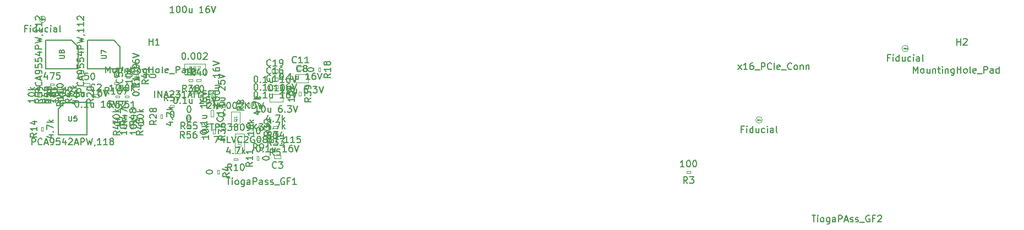
<source format=gbr>
G04 #@! TF.GenerationSoftware,KiCad,Pcbnew,(5.1.5)-3*
G04 #@! TF.CreationDate,2022-01-27T06:12:11+01:00*
G04 #@! TF.ProjectId,Riser Tioga Pass 1OU 1xPCIe x16,52697365-7220-4546-996f-676120506173,rev?*
G04 #@! TF.SameCoordinates,PX40f1fa0PY623a7c0*
G04 #@! TF.FileFunction,Other,Fab,Top*
%FSLAX46Y46*%
G04 Gerber Fmt 4.6, Leading zero omitted, Abs format (unit mm)*
G04 Created by KiCad (PCBNEW (5.1.5)-3) date 2022-01-27 06:12:11*
%MOMM*%
%LPD*%
G04 APERTURE LIST*
%ADD10C,0.100000*%
%ADD11C,0.150000*%
%ADD12C,0.075000*%
%ADD13C,0.040000*%
%ADD14C,0.105000*%
G04 APERTURE END LIST*
D10*
X-4000000Y-13375000D02*
X-4300000Y-13375000D01*
X-4000000Y-12775000D02*
X-4000000Y-13375000D01*
X-4300000Y-12775000D02*
X-4000000Y-12775000D01*
X-4300000Y-13375000D02*
X-4300000Y-12775000D01*
X-3225000Y-11850000D02*
X-3225000Y-11250000D01*
X-3225000Y-11250000D02*
X-2925000Y-11250000D01*
X-2925000Y-11250000D02*
X-2925000Y-11850000D01*
X-2925000Y-11850000D02*
X-3225000Y-11850000D01*
X19800000Y-17950000D02*
X18800000Y-17950000D01*
X18800000Y-17950000D02*
X18800000Y-17450000D01*
X18800000Y-17450000D02*
X19800000Y-17450000D01*
X19800000Y-17450000D02*
X19800000Y-17950000D01*
X22350000Y-4300000D02*
X22350000Y-3800000D01*
X23350000Y-4300000D02*
X22350000Y-4300000D01*
X23350000Y-3800000D02*
X23350000Y-4300000D01*
X22350000Y-3800000D02*
X23350000Y-3800000D01*
X18400000Y-6650000D02*
X19400000Y-6650000D01*
X19400000Y-6650000D02*
X19400000Y-7150000D01*
X19400000Y-7150000D02*
X18400000Y-7150000D01*
X18400000Y-7150000D02*
X18400000Y-6650000D01*
X18400000Y-5450000D02*
X19400000Y-5450000D01*
X19400000Y-5450000D02*
X19400000Y-5950000D01*
X19400000Y-5950000D02*
X18400000Y-5950000D01*
X18400000Y-5950000D02*
X18400000Y-5450000D01*
X9000000Y-10450000D02*
X9500000Y-10450000D01*
X9000000Y-11450000D02*
X9000000Y-10450000D01*
X9500000Y-11450000D02*
X9000000Y-11450000D01*
X9500000Y-10450000D02*
X9500000Y-11450000D01*
X18400000Y-4750000D02*
X18400000Y-4250000D01*
X19400000Y-4750000D02*
X18400000Y-4750000D01*
X19400000Y-4250000D02*
X19400000Y-4750000D01*
X18400000Y-4250000D02*
X19400000Y-4250000D01*
X-10600000Y-6350000D02*
X-9600000Y-6350000D01*
X-9600000Y-6350000D02*
X-9600000Y-6850000D01*
X-9600000Y-6850000D02*
X-10600000Y-6850000D01*
X-10600000Y-6850000D02*
X-10600000Y-6350000D01*
X-3450000Y-5550000D02*
X-3950000Y-5550000D01*
X-3450000Y-4550000D02*
X-3450000Y-5550000D01*
X-3950000Y-4550000D02*
X-3450000Y-4550000D01*
X-3950000Y-5550000D02*
X-3950000Y-4550000D01*
X13000000Y-12900000D02*
X13500000Y-12400000D01*
X12150000Y-10700000D02*
X13500000Y-10700000D01*
X12150000Y-12900000D02*
X12150000Y-10700000D01*
X13500000Y-12400000D02*
X13500000Y-10700000D01*
X12150000Y-12900000D02*
X13000000Y-12900000D01*
X14200000Y-14130000D02*
X12800000Y-14130000D01*
X12800000Y-17170000D02*
X12800000Y-14130000D01*
X14200000Y-16600000D02*
X13650000Y-17170000D01*
X13650000Y-17170000D02*
X12800000Y-17170000D01*
X14200000Y-16600000D02*
X14200000Y-14150000D01*
X93900000Y-12000000D02*
G75*
G03X93900000Y-12000000I-500000J0D01*
G01*
X116400000Y-1000000D02*
G75*
G03X116400000Y-1000000I-500000J0D01*
G01*
X-16350000Y3500000D02*
G75*
G03X-16350000Y3500000I-500000J0D01*
G01*
X-9125000Y-8050000D02*
X-8125000Y-8050000D01*
X-8125000Y-8050000D02*
X-8125000Y-8550000D01*
X-8125000Y-8550000D02*
X-9125000Y-8550000D01*
X-9125000Y-8550000D02*
X-9125000Y-8050000D01*
X22050000Y-6245000D02*
X22050000Y-5005000D01*
X24050000Y-6245000D02*
X22050000Y-6245000D01*
X24050000Y-5005000D02*
X24050000Y-6245000D01*
X22050000Y-5005000D02*
X24050000Y-5005000D01*
X18100000Y-7980000D02*
X20100000Y-7980000D01*
X20100000Y-7980000D02*
X20100000Y-9220000D01*
X20100000Y-9220000D02*
X18100000Y-9220000D01*
X18100000Y-9220000D02*
X18100000Y-7980000D01*
X5750000Y-7900000D02*
X5750000Y-7100000D01*
X7350000Y-7900000D02*
X5750000Y-7900000D01*
X7350000Y-7100000D02*
X7350000Y-7900000D01*
X5750000Y-7100000D02*
X7350000Y-7100000D01*
X8850000Y-9050000D02*
X8850000Y-7450000D01*
X8850000Y-7450000D02*
X9650000Y-7450000D01*
X9650000Y-7450000D02*
X9650000Y-9050000D01*
X9650000Y-9050000D02*
X8850000Y-9050000D01*
X8150000Y-4950000D02*
X4950000Y-4950000D01*
X4950000Y-4950000D02*
X4950000Y-3350000D01*
X4950000Y-3350000D02*
X8150000Y-3350000D01*
X8150000Y-3350000D02*
X8150000Y-4950000D01*
D11*
X-13425000Y-9325000D02*
X-10025000Y-9325000D01*
X-10025000Y-9325000D02*
X-10025000Y-14325000D01*
X-10025000Y-14325000D02*
X-14425000Y-14325000D01*
X-14425000Y-14325000D02*
X-14425000Y-10325000D01*
X-14425000Y-10325000D02*
X-13425000Y-9325000D01*
X-5900000Y300000D02*
X-4900000Y-700000D01*
X-9900000Y300000D02*
X-5900000Y300000D01*
X-9900000Y-4100000D02*
X-9900000Y300000D01*
X-4900000Y-4100000D02*
X-9900000Y-4100000D01*
X-4900000Y-700000D02*
X-4900000Y-4100000D01*
X-11350000Y-700000D02*
X-11350000Y-4100000D01*
X-11350000Y-4100000D02*
X-16350000Y-4100000D01*
X-16350000Y-4100000D02*
X-16350000Y300000D01*
X-16350000Y300000D02*
X-12350000Y300000D01*
X-12350000Y300000D02*
X-11350000Y-700000D01*
D10*
X-15075000Y-6700000D02*
X-15675000Y-6700000D01*
X-15675000Y-6700000D02*
X-15675000Y-6400000D01*
X-15675000Y-6400000D02*
X-15075000Y-6400000D01*
X-15075000Y-6400000D02*
X-15075000Y-6700000D01*
X82850000Y-19900000D02*
X82850000Y-20200000D01*
X82250000Y-19900000D02*
X82850000Y-19900000D01*
X82250000Y-20200000D02*
X82250000Y-19900000D01*
X82850000Y-20200000D02*
X82250000Y-20200000D01*
X10025000Y-19700000D02*
X10325000Y-19700000D01*
X10025000Y-20300000D02*
X10025000Y-19700000D01*
X10325000Y-20300000D02*
X10025000Y-20300000D01*
X10325000Y-19700000D02*
X10325000Y-20300000D01*
X19250000Y-15600000D02*
X19250000Y-15900000D01*
X18650000Y-15600000D02*
X19250000Y-15600000D01*
X18650000Y-15900000D02*
X18650000Y-15600000D01*
X19250000Y-15900000D02*
X18650000Y-15900000D01*
X14775000Y-10075000D02*
X14775000Y-9475000D01*
X14775000Y-9475000D02*
X15075000Y-9475000D01*
X15075000Y-9475000D02*
X15075000Y-10075000D01*
X15075000Y-10075000D02*
X14775000Y-10075000D01*
X16650000Y-15125000D02*
X16050000Y-15125000D01*
X16050000Y-15125000D02*
X16050000Y-14825000D01*
X16050000Y-14825000D02*
X16650000Y-14825000D01*
X16650000Y-14825000D02*
X16650000Y-15125000D01*
X13200000Y-17900000D02*
X13200000Y-18200000D01*
X12600000Y-17900000D02*
X13200000Y-17900000D01*
X12600000Y-18200000D02*
X12600000Y-17900000D01*
X13200000Y-18200000D02*
X12600000Y-18200000D01*
X16125000Y-18175000D02*
X16125000Y-17575000D01*
X16125000Y-17575000D02*
X16425000Y-17575000D01*
X16425000Y-17575000D02*
X16425000Y-18175000D01*
X16425000Y-18175000D02*
X16125000Y-18175000D01*
X-16775000Y-13685000D02*
X-17075000Y-13685000D01*
X-16775000Y-13085000D02*
X-16775000Y-13685000D01*
X-17075000Y-13085000D02*
X-16775000Y-13085000D01*
X-17075000Y-13685000D02*
X-17075000Y-13085000D01*
X25600000Y-3950000D02*
X25900000Y-3950000D01*
X25600000Y-4550000D02*
X25600000Y-3950000D01*
X25900000Y-4550000D02*
X25600000Y-4550000D01*
X25900000Y-3950000D02*
X25900000Y-4550000D01*
X-10575000Y-7850000D02*
X-10575000Y-8450000D01*
X-10575000Y-8450000D02*
X-10875000Y-8450000D01*
X-10875000Y-8450000D02*
X-10875000Y-7850000D01*
X-10875000Y-7850000D02*
X-10575000Y-7850000D01*
X1325000Y-11750000D02*
X1325000Y-11150000D01*
X1325000Y-11150000D02*
X1625000Y-11150000D01*
X1625000Y-11150000D02*
X1625000Y-11750000D01*
X1625000Y-11750000D02*
X1325000Y-11750000D01*
X16375000Y-12875000D02*
X16675000Y-12875000D01*
X16375000Y-13475000D02*
X16375000Y-12875000D01*
X16675000Y-13475000D02*
X16375000Y-13475000D01*
X16675000Y-12875000D02*
X16675000Y-13475000D01*
X19325000Y-14350000D02*
X18725000Y-14350000D01*
X18725000Y-14350000D02*
X18725000Y-14050000D01*
X18725000Y-14050000D02*
X19325000Y-14050000D01*
X19325000Y-14050000D02*
X19325000Y-14350000D01*
X19325000Y-12950000D02*
X19325000Y-13250000D01*
X18725000Y-12950000D02*
X19325000Y-12950000D01*
X18725000Y-13250000D02*
X18725000Y-12950000D01*
X19325000Y-13250000D02*
X18725000Y-13250000D01*
X9675000Y-13475000D02*
X9675000Y-14075000D01*
X9675000Y-14075000D02*
X9375000Y-14075000D01*
X9375000Y-14075000D02*
X9375000Y-13475000D01*
X9375000Y-13475000D02*
X9675000Y-13475000D01*
X6225000Y-5775000D02*
X6225000Y-6075000D01*
X5625000Y-5775000D02*
X6225000Y-5775000D01*
X5625000Y-6075000D02*
X5625000Y-5775000D01*
X6225000Y-6075000D02*
X5625000Y-6075000D01*
X22625000Y-7650000D02*
X22925000Y-7650000D01*
X22625000Y-8250000D02*
X22625000Y-7650000D01*
X22925000Y-8250000D02*
X22625000Y-8250000D01*
X22925000Y-7650000D02*
X22925000Y-8250000D01*
X6875000Y-5775000D02*
X7475000Y-5775000D01*
X7475000Y-5775000D02*
X7475000Y-6075000D01*
X7475000Y-6075000D02*
X6875000Y-6075000D01*
X6875000Y-6075000D02*
X6875000Y-5775000D01*
X-2400000Y-4915000D02*
X-2100000Y-4915000D01*
X-2400000Y-5515000D02*
X-2400000Y-4915000D01*
X-2100000Y-5515000D02*
X-2400000Y-5515000D01*
X-2100000Y-4915000D02*
X-2100000Y-5515000D01*
X-2925000Y-12775000D02*
X-2925000Y-13375000D01*
X-2925000Y-13375000D02*
X-3225000Y-13375000D01*
X-3225000Y-13375000D02*
X-3225000Y-12775000D01*
X-3225000Y-12775000D02*
X-2925000Y-12775000D01*
X-13850000Y-7850000D02*
X-13850000Y-8450000D01*
X-13850000Y-8450000D02*
X-14150000Y-8450000D01*
X-14150000Y-8450000D02*
X-14150000Y-7850000D01*
X-14150000Y-7850000D02*
X-13850000Y-7850000D01*
X-14925000Y-8450000D02*
X-15225000Y-8450000D01*
X-14925000Y-7850000D02*
X-14925000Y-8450000D01*
X-15225000Y-7850000D02*
X-14925000Y-7850000D01*
X-15225000Y-8450000D02*
X-15225000Y-7850000D01*
X-4300000Y-11250000D02*
X-4000000Y-11250000D01*
X-4300000Y-11850000D02*
X-4300000Y-11250000D01*
X-4000000Y-11850000D02*
X-4300000Y-11850000D01*
X-4000000Y-11250000D02*
X-4000000Y-11850000D01*
X-3600000Y-8550000D02*
X-4200000Y-8550000D01*
X-4200000Y-8550000D02*
X-4200000Y-8250000D01*
X-4200000Y-8250000D02*
X-3600000Y-8250000D01*
X-3600000Y-8250000D02*
X-3600000Y-8550000D01*
X-5000000Y-8250000D02*
X-5000000Y-8550000D01*
X-5600000Y-8250000D02*
X-5000000Y-8250000D01*
X-5600000Y-8550000D02*
X-5600000Y-8250000D01*
X-5000000Y-8550000D02*
X-5600000Y-8550000D01*
X-17050000Y-7850000D02*
X-17050000Y-8450000D01*
X-17050000Y-8450000D02*
X-17350000Y-8450000D01*
X-17350000Y-8450000D02*
X-17350000Y-7850000D01*
X-17350000Y-7850000D02*
X-17050000Y-7850000D01*
X-16000000Y-8450000D02*
X-16300000Y-8450000D01*
X-16000000Y-7850000D02*
X-16000000Y-8450000D01*
X-16300000Y-7850000D02*
X-16000000Y-7850000D01*
X-16300000Y-8450000D02*
X-16300000Y-7850000D01*
X6000000Y-11525000D02*
X6000000Y-11825000D01*
X5400000Y-11525000D02*
X6000000Y-11525000D01*
X5400000Y-11825000D02*
X5400000Y-11525000D01*
X6000000Y-11825000D02*
X5400000Y-11825000D01*
X5925000Y-13225000D02*
X5325000Y-13225000D01*
X5325000Y-13225000D02*
X5325000Y-12925000D01*
X5325000Y-12925000D02*
X5925000Y-12925000D01*
X5925000Y-12925000D02*
X5925000Y-13225000D01*
X2800000Y-9725000D02*
X3400000Y-9725000D01*
X3400000Y-9725000D02*
X3400000Y-10025000D01*
X3400000Y-10025000D02*
X2800000Y-10025000D01*
X2800000Y-10025000D02*
X2800000Y-9725000D01*
X-5200000Y-6475000D02*
X-5800000Y-6475000D01*
X-5800000Y-6475000D02*
X-5800000Y-6175000D01*
X-5800000Y-6175000D02*
X-5200000Y-6175000D01*
X-5200000Y-6175000D02*
X-5200000Y-6475000D01*
X-1325000Y-5525000D02*
X-1325000Y-4925000D01*
X-1325000Y-4925000D02*
X-1025000Y-4925000D01*
X-1025000Y-4925000D02*
X-1025000Y-5525000D01*
X-1025000Y-5525000D02*
X-1325000Y-5525000D01*
X-13025000Y-8450000D02*
X-13025000Y-7850000D01*
X-13025000Y-7850000D02*
X-12725000Y-7850000D01*
X-12725000Y-7850000D02*
X-12725000Y-8450000D01*
X-12725000Y-8450000D02*
X-13025000Y-8450000D01*
D11*
X-2397620Y-13670238D02*
X-2397620Y-14241666D01*
X-2397620Y-13955952D02*
X-3397620Y-13955952D01*
X-3254762Y-14051190D01*
X-3159524Y-14146428D01*
X-3111905Y-14241666D01*
X-3397620Y-13051190D02*
X-3397620Y-12955952D01*
X-3350000Y-12860714D01*
X-3302381Y-12813095D01*
X-3207143Y-12765476D01*
X-3016667Y-12717857D01*
X-2778572Y-12717857D01*
X-2588096Y-12765476D01*
X-2492858Y-12813095D01*
X-2445239Y-12860714D01*
X-2397620Y-12955952D01*
X-2397620Y-13051190D01*
X-2445239Y-13146428D01*
X-2492858Y-13194047D01*
X-2588096Y-13241666D01*
X-2778572Y-13289285D01*
X-3016667Y-13289285D01*
X-3207143Y-13241666D01*
X-3302381Y-13194047D01*
X-3350000Y-13146428D01*
X-3397620Y-13051190D01*
X-2397620Y-12289285D02*
X-3397620Y-12289285D01*
X-2778572Y-12194047D02*
X-2397620Y-11908333D01*
X-3064286Y-11908333D02*
X-2683334Y-12289285D01*
X-4947620Y-13717857D02*
X-5423810Y-14051190D01*
X-4947620Y-14289285D02*
X-5947620Y-14289285D01*
X-5947620Y-13908333D01*
X-5900000Y-13813095D01*
X-5852381Y-13765476D01*
X-5757143Y-13717857D01*
X-5614286Y-13717857D01*
X-5519048Y-13765476D01*
X-5471429Y-13813095D01*
X-5423810Y-13908333D01*
X-5423810Y-14289285D01*
X-5614286Y-12860714D02*
X-4947620Y-12860714D01*
X-5995239Y-13098809D02*
X-5280953Y-13336904D01*
X-5280953Y-12717857D01*
X-5614286Y-11908333D02*
X-4947620Y-11908333D01*
X-5995239Y-12146428D02*
X-5280953Y-12384523D01*
X-5280953Y-11765476D01*
X-1322620Y-12145238D02*
X-1322620Y-12716666D01*
X-1322620Y-12430952D02*
X-2322620Y-12430952D01*
X-2179762Y-12526190D01*
X-2084524Y-12621428D01*
X-2036905Y-12716666D01*
X-2322620Y-11526190D02*
X-2322620Y-11430952D01*
X-2275000Y-11335714D01*
X-2227381Y-11288095D01*
X-2132143Y-11240476D01*
X-1941667Y-11192857D01*
X-1703572Y-11192857D01*
X-1513096Y-11240476D01*
X-1417858Y-11288095D01*
X-1370239Y-11335714D01*
X-1322620Y-11430952D01*
X-1322620Y-11526190D01*
X-1370239Y-11621428D01*
X-1417858Y-11669047D01*
X-1513096Y-11716666D01*
X-1703572Y-11764285D01*
X-1941667Y-11764285D01*
X-2132143Y-11716666D01*
X-2227381Y-11669047D01*
X-2275000Y-11621428D01*
X-2322620Y-11526190D01*
X-1322620Y-10764285D02*
X-2322620Y-10764285D01*
X-1703572Y-10669047D02*
X-1322620Y-10383333D01*
X-1989286Y-10383333D02*
X-1608334Y-10764285D01*
X-3872620Y-12192857D02*
X-4348810Y-12526190D01*
X-3872620Y-12764285D02*
X-4872620Y-12764285D01*
X-4872620Y-12383333D01*
X-4825000Y-12288095D01*
X-4777381Y-12240476D01*
X-4682143Y-12192857D01*
X-4539286Y-12192857D01*
X-4444048Y-12240476D01*
X-4396429Y-12288095D01*
X-4348810Y-12383333D01*
X-4348810Y-12764285D01*
X-4539286Y-11335714D02*
X-3872620Y-11335714D01*
X-4920239Y-11573809D02*
X-4205953Y-11811904D01*
X-4205953Y-11192857D01*
X-4872620Y-10907142D02*
X-4872620Y-10240476D01*
X-3872620Y-10669047D01*
X16323809Y-15882380D02*
X16419047Y-15882380D01*
X16514285Y-15930000D01*
X16561904Y-15977619D01*
X16609523Y-16072857D01*
X16657142Y-16263333D01*
X16657142Y-16501428D01*
X16609523Y-16691904D01*
X16561904Y-16787142D01*
X16514285Y-16834761D01*
X16419047Y-16882380D01*
X16323809Y-16882380D01*
X16228571Y-16834761D01*
X16180952Y-16787142D01*
X16133333Y-16691904D01*
X16085714Y-16501428D01*
X16085714Y-16263333D01*
X16133333Y-16072857D01*
X16180952Y-15977619D01*
X16228571Y-15930000D01*
X16323809Y-15882380D01*
X17085714Y-16787142D02*
X17133333Y-16834761D01*
X17085714Y-16882380D01*
X17038095Y-16834761D01*
X17085714Y-16787142D01*
X17085714Y-16882380D01*
X18085714Y-16882380D02*
X17514285Y-16882380D01*
X17800000Y-16882380D02*
X17800000Y-15882380D01*
X17704761Y-16025238D01*
X17609523Y-16120476D01*
X17514285Y-16168095D01*
X18942857Y-16215714D02*
X18942857Y-16882380D01*
X18514285Y-16215714D02*
X18514285Y-16739523D01*
X18561904Y-16834761D01*
X18657142Y-16882380D01*
X18800000Y-16882380D01*
X18895238Y-16834761D01*
X18942857Y-16787142D01*
X20704761Y-16882380D02*
X20133333Y-16882380D01*
X20419047Y-16882380D02*
X20419047Y-15882380D01*
X20323809Y-16025238D01*
X20228571Y-16120476D01*
X20133333Y-16168095D01*
X21561904Y-15882380D02*
X21371428Y-15882380D01*
X21276190Y-15930000D01*
X21228571Y-15977619D01*
X21133333Y-16120476D01*
X21085714Y-16310952D01*
X21085714Y-16691904D01*
X21133333Y-16787142D01*
X21180952Y-16834761D01*
X21276190Y-16882380D01*
X21466666Y-16882380D01*
X21561904Y-16834761D01*
X21609523Y-16787142D01*
X21657142Y-16691904D01*
X21657142Y-16453809D01*
X21609523Y-16358571D01*
X21561904Y-16310952D01*
X21466666Y-16263333D01*
X21276190Y-16263333D01*
X21180952Y-16310952D01*
X21133333Y-16358571D01*
X21085714Y-16453809D01*
X21942857Y-15882380D02*
X22276190Y-16882380D01*
X22609523Y-15882380D01*
X19133333Y-19327142D02*
X19085714Y-19374761D01*
X18942857Y-19422380D01*
X18847619Y-19422380D01*
X18704761Y-19374761D01*
X18609523Y-19279523D01*
X18561904Y-19184285D01*
X18514285Y-18993809D01*
X18514285Y-18850952D01*
X18561904Y-18660476D01*
X18609523Y-18565238D01*
X18704761Y-18470000D01*
X18847619Y-18422380D01*
X18942857Y-18422380D01*
X19085714Y-18470000D01*
X19133333Y-18517619D01*
X19466666Y-18422380D02*
X20085714Y-18422380D01*
X19752380Y-18803333D01*
X19895238Y-18803333D01*
X19990476Y-18850952D01*
X20038095Y-18898571D01*
X20085714Y-18993809D01*
X20085714Y-19231904D01*
X20038095Y-19327142D01*
X19990476Y-19374761D01*
X19895238Y-19422380D01*
X19609523Y-19422380D01*
X19514285Y-19374761D01*
X19466666Y-19327142D01*
X19873809Y-4772380D02*
X19969047Y-4772380D01*
X20064285Y-4820000D01*
X20111904Y-4867619D01*
X20159523Y-4962857D01*
X20207142Y-5153333D01*
X20207142Y-5391428D01*
X20159523Y-5581904D01*
X20111904Y-5677142D01*
X20064285Y-5724761D01*
X19969047Y-5772380D01*
X19873809Y-5772380D01*
X19778571Y-5724761D01*
X19730952Y-5677142D01*
X19683333Y-5581904D01*
X19635714Y-5391428D01*
X19635714Y-5153333D01*
X19683333Y-4962857D01*
X19730952Y-4867619D01*
X19778571Y-4820000D01*
X19873809Y-4772380D01*
X20635714Y-5677142D02*
X20683333Y-5724761D01*
X20635714Y-5772380D01*
X20588095Y-5724761D01*
X20635714Y-5677142D01*
X20635714Y-5772380D01*
X21635714Y-5772380D02*
X21064285Y-5772380D01*
X21350000Y-5772380D02*
X21350000Y-4772380D01*
X21254761Y-4915238D01*
X21159523Y-5010476D01*
X21064285Y-5058095D01*
X22492857Y-5105714D02*
X22492857Y-5772380D01*
X22064285Y-5105714D02*
X22064285Y-5629523D01*
X22111904Y-5724761D01*
X22207142Y-5772380D01*
X22350000Y-5772380D01*
X22445238Y-5724761D01*
X22492857Y-5677142D01*
X24254761Y-5772380D02*
X23683333Y-5772380D01*
X23969047Y-5772380D02*
X23969047Y-4772380D01*
X23873809Y-4915238D01*
X23778571Y-5010476D01*
X23683333Y-5058095D01*
X25111904Y-4772380D02*
X24921428Y-4772380D01*
X24826190Y-4820000D01*
X24778571Y-4867619D01*
X24683333Y-5010476D01*
X24635714Y-5200952D01*
X24635714Y-5581904D01*
X24683333Y-5677142D01*
X24730952Y-5724761D01*
X24826190Y-5772380D01*
X25016666Y-5772380D01*
X25111904Y-5724761D01*
X25159523Y-5677142D01*
X25207142Y-5581904D01*
X25207142Y-5343809D01*
X25159523Y-5248571D01*
X25111904Y-5200952D01*
X25016666Y-5153333D01*
X24826190Y-5153333D01*
X24730952Y-5200952D01*
X24683333Y-5248571D01*
X24635714Y-5343809D01*
X25492857Y-4772380D02*
X25826190Y-5772380D01*
X26159523Y-4772380D01*
X22207142Y-3137142D02*
X22159523Y-3184761D01*
X22016666Y-3232380D01*
X21921428Y-3232380D01*
X21778571Y-3184761D01*
X21683333Y-3089523D01*
X21635714Y-2994285D01*
X21588095Y-2803809D01*
X21588095Y-2660952D01*
X21635714Y-2470476D01*
X21683333Y-2375238D01*
X21778571Y-2280000D01*
X21921428Y-2232380D01*
X22016666Y-2232380D01*
X22159523Y-2280000D01*
X22207142Y-2327619D01*
X23159523Y-3232380D02*
X22588095Y-3232380D01*
X22873809Y-3232380D02*
X22873809Y-2232380D01*
X22778571Y-2375238D01*
X22683333Y-2470476D01*
X22588095Y-2518095D01*
X24111904Y-3232380D02*
X23540476Y-3232380D01*
X23826190Y-3232380D02*
X23826190Y-2232380D01*
X23730952Y-2375238D01*
X23635714Y-2470476D01*
X23540476Y-2518095D01*
X15923809Y-7622380D02*
X16019047Y-7622380D01*
X16114285Y-7670000D01*
X16161904Y-7717619D01*
X16209523Y-7812857D01*
X16257142Y-8003333D01*
X16257142Y-8241428D01*
X16209523Y-8431904D01*
X16161904Y-8527142D01*
X16114285Y-8574761D01*
X16019047Y-8622380D01*
X15923809Y-8622380D01*
X15828571Y-8574761D01*
X15780952Y-8527142D01*
X15733333Y-8431904D01*
X15685714Y-8241428D01*
X15685714Y-8003333D01*
X15733333Y-7812857D01*
X15780952Y-7717619D01*
X15828571Y-7670000D01*
X15923809Y-7622380D01*
X16685714Y-8527142D02*
X16733333Y-8574761D01*
X16685714Y-8622380D01*
X16638095Y-8574761D01*
X16685714Y-8527142D01*
X16685714Y-8622380D01*
X17685714Y-8622380D02*
X17114285Y-8622380D01*
X17400000Y-8622380D02*
X17400000Y-7622380D01*
X17304761Y-7765238D01*
X17209523Y-7860476D01*
X17114285Y-7908095D01*
X18542857Y-7955714D02*
X18542857Y-8622380D01*
X18114285Y-7955714D02*
X18114285Y-8479523D01*
X18161904Y-8574761D01*
X18257142Y-8622380D01*
X18400000Y-8622380D01*
X18495238Y-8574761D01*
X18542857Y-8527142D01*
X20304761Y-8622380D02*
X19733333Y-8622380D01*
X20019047Y-8622380D02*
X20019047Y-7622380D01*
X19923809Y-7765238D01*
X19828571Y-7860476D01*
X19733333Y-7908095D01*
X21161904Y-7622380D02*
X20971428Y-7622380D01*
X20876190Y-7670000D01*
X20828571Y-7717619D01*
X20733333Y-7860476D01*
X20685714Y-8050952D01*
X20685714Y-8431904D01*
X20733333Y-8527142D01*
X20780952Y-8574761D01*
X20876190Y-8622380D01*
X21066666Y-8622380D01*
X21161904Y-8574761D01*
X21209523Y-8527142D01*
X21257142Y-8431904D01*
X21257142Y-8193809D01*
X21209523Y-8098571D01*
X21161904Y-8050952D01*
X21066666Y-8003333D01*
X20876190Y-8003333D01*
X20780952Y-8050952D01*
X20733333Y-8098571D01*
X20685714Y-8193809D01*
X21542857Y-7622380D02*
X21876190Y-8622380D01*
X22209523Y-7622380D01*
X18257142Y-5987142D02*
X18209523Y-6034761D01*
X18066666Y-6082380D01*
X17971428Y-6082380D01*
X17828571Y-6034761D01*
X17733333Y-5939523D01*
X17685714Y-5844285D01*
X17638095Y-5653809D01*
X17638095Y-5510952D01*
X17685714Y-5320476D01*
X17733333Y-5225238D01*
X17828571Y-5130000D01*
X17971428Y-5082380D01*
X18066666Y-5082380D01*
X18209523Y-5130000D01*
X18257142Y-5177619D01*
X19209523Y-6082380D02*
X18638095Y-6082380D01*
X18923809Y-6082380D02*
X18923809Y-5082380D01*
X18828571Y-5225238D01*
X18733333Y-5320476D01*
X18638095Y-5368095D01*
X20066666Y-5415714D02*
X20066666Y-6082380D01*
X19828571Y-5034761D02*
X19590476Y-5749047D01*
X20209523Y-5749047D01*
X15923809Y-6422380D02*
X16019047Y-6422380D01*
X16114285Y-6470000D01*
X16161904Y-6517619D01*
X16209523Y-6612857D01*
X16257142Y-6803333D01*
X16257142Y-7041428D01*
X16209523Y-7231904D01*
X16161904Y-7327142D01*
X16114285Y-7374761D01*
X16019047Y-7422380D01*
X15923809Y-7422380D01*
X15828571Y-7374761D01*
X15780952Y-7327142D01*
X15733333Y-7231904D01*
X15685714Y-7041428D01*
X15685714Y-6803333D01*
X15733333Y-6612857D01*
X15780952Y-6517619D01*
X15828571Y-6470000D01*
X15923809Y-6422380D01*
X16685714Y-7327142D02*
X16733333Y-7374761D01*
X16685714Y-7422380D01*
X16638095Y-7374761D01*
X16685714Y-7327142D01*
X16685714Y-7422380D01*
X17685714Y-7422380D02*
X17114285Y-7422380D01*
X17400000Y-7422380D02*
X17400000Y-6422380D01*
X17304761Y-6565238D01*
X17209523Y-6660476D01*
X17114285Y-6708095D01*
X18542857Y-6755714D02*
X18542857Y-7422380D01*
X18114285Y-6755714D02*
X18114285Y-7279523D01*
X18161904Y-7374761D01*
X18257142Y-7422380D01*
X18400000Y-7422380D01*
X18495238Y-7374761D01*
X18542857Y-7327142D01*
X20304761Y-7422380D02*
X19733333Y-7422380D01*
X20019047Y-7422380D02*
X20019047Y-6422380D01*
X19923809Y-6565238D01*
X19828571Y-6660476D01*
X19733333Y-6708095D01*
X21161904Y-6422380D02*
X20971428Y-6422380D01*
X20876190Y-6470000D01*
X20828571Y-6517619D01*
X20733333Y-6660476D01*
X20685714Y-6850952D01*
X20685714Y-7231904D01*
X20733333Y-7327142D01*
X20780952Y-7374761D01*
X20876190Y-7422380D01*
X21066666Y-7422380D01*
X21161904Y-7374761D01*
X21209523Y-7327142D01*
X21257142Y-7231904D01*
X21257142Y-6993809D01*
X21209523Y-6898571D01*
X21161904Y-6850952D01*
X21066666Y-6803333D01*
X20876190Y-6803333D01*
X20780952Y-6850952D01*
X20733333Y-6898571D01*
X20685714Y-6993809D01*
X21542857Y-6422380D02*
X21876190Y-7422380D01*
X22209523Y-6422380D01*
X18257142Y-4787142D02*
X18209523Y-4834761D01*
X18066666Y-4882380D01*
X17971428Y-4882380D01*
X17828571Y-4834761D01*
X17733333Y-4739523D01*
X17685714Y-4644285D01*
X17638095Y-4453809D01*
X17638095Y-4310952D01*
X17685714Y-4120476D01*
X17733333Y-4025238D01*
X17828571Y-3930000D01*
X17971428Y-3882380D01*
X18066666Y-3882380D01*
X18209523Y-3930000D01*
X18257142Y-3977619D01*
X19209523Y-4882380D02*
X18638095Y-4882380D01*
X18923809Y-4882380D02*
X18923809Y-3882380D01*
X18828571Y-4025238D01*
X18733333Y-4120476D01*
X18638095Y-4168095D01*
X20066666Y-3882380D02*
X19876190Y-3882380D01*
X19780952Y-3930000D01*
X19733333Y-3977619D01*
X19638095Y-4120476D01*
X19590476Y-4310952D01*
X19590476Y-4691904D01*
X19638095Y-4787142D01*
X19685714Y-4834761D01*
X19780952Y-4882380D01*
X19971428Y-4882380D01*
X20066666Y-4834761D01*
X20114285Y-4787142D01*
X20161904Y-4691904D01*
X20161904Y-4453809D01*
X20114285Y-4358571D01*
X20066666Y-4310952D01*
X19971428Y-4263333D01*
X19780952Y-4263333D01*
X19685714Y-4310952D01*
X19638095Y-4358571D01*
X19590476Y-4453809D01*
X7432380Y-13926190D02*
X7432380Y-13830952D01*
X7480000Y-13735714D01*
X7527619Y-13688095D01*
X7622857Y-13640476D01*
X7813333Y-13592857D01*
X8051428Y-13592857D01*
X8241904Y-13640476D01*
X8337142Y-13688095D01*
X8384761Y-13735714D01*
X8432380Y-13830952D01*
X8432380Y-13926190D01*
X8384761Y-14021428D01*
X8337142Y-14069047D01*
X8241904Y-14116666D01*
X8051428Y-14164285D01*
X7813333Y-14164285D01*
X7622857Y-14116666D01*
X7527619Y-14069047D01*
X7480000Y-14021428D01*
X7432380Y-13926190D01*
X8337142Y-13164285D02*
X8384761Y-13116666D01*
X8432380Y-13164285D01*
X8384761Y-13211904D01*
X8337142Y-13164285D01*
X8432380Y-13164285D01*
X8432380Y-12164285D02*
X8432380Y-12735714D01*
X8432380Y-12450000D02*
X7432380Y-12450000D01*
X7575238Y-12545238D01*
X7670476Y-12640476D01*
X7718095Y-12735714D01*
X7765714Y-11307142D02*
X8432380Y-11307142D01*
X7765714Y-11735714D02*
X8289523Y-11735714D01*
X8384761Y-11688095D01*
X8432380Y-11592857D01*
X8432380Y-11450000D01*
X8384761Y-11354761D01*
X8337142Y-11307142D01*
X8432380Y-9545238D02*
X8432380Y-10116666D01*
X8432380Y-9830952D02*
X7432380Y-9830952D01*
X7575238Y-9926190D01*
X7670476Y-10021428D01*
X7718095Y-10116666D01*
X7432380Y-8688095D02*
X7432380Y-8878571D01*
X7480000Y-8973809D01*
X7527619Y-9021428D01*
X7670476Y-9116666D01*
X7860952Y-9164285D01*
X8241904Y-9164285D01*
X8337142Y-9116666D01*
X8384761Y-9069047D01*
X8432380Y-8973809D01*
X8432380Y-8783333D01*
X8384761Y-8688095D01*
X8337142Y-8640476D01*
X8241904Y-8592857D01*
X8003809Y-8592857D01*
X7908571Y-8640476D01*
X7860952Y-8688095D01*
X7813333Y-8783333D01*
X7813333Y-8973809D01*
X7860952Y-9069047D01*
X7908571Y-9116666D01*
X8003809Y-9164285D01*
X7432380Y-8307142D02*
X8432380Y-7973809D01*
X7432380Y-7640476D01*
X10877142Y-11592857D02*
X10924761Y-11640476D01*
X10972380Y-11783333D01*
X10972380Y-11878571D01*
X10924761Y-12021428D01*
X10829523Y-12116666D01*
X10734285Y-12164285D01*
X10543809Y-12211904D01*
X10400952Y-12211904D01*
X10210476Y-12164285D01*
X10115238Y-12116666D01*
X10020000Y-12021428D01*
X9972380Y-11878571D01*
X9972380Y-11783333D01*
X10020000Y-11640476D01*
X10067619Y-11592857D01*
X10972380Y-10640476D02*
X10972380Y-11211904D01*
X10972380Y-10926190D02*
X9972380Y-10926190D01*
X10115238Y-11021428D01*
X10210476Y-11116666D01*
X10258095Y-11211904D01*
X9972380Y-10307142D02*
X9972380Y-9640476D01*
X10972380Y-10069047D01*
X15923809Y-5222380D02*
X16019047Y-5222380D01*
X16114285Y-5270000D01*
X16161904Y-5317619D01*
X16209523Y-5412857D01*
X16257142Y-5603333D01*
X16257142Y-5841428D01*
X16209523Y-6031904D01*
X16161904Y-6127142D01*
X16114285Y-6174761D01*
X16019047Y-6222380D01*
X15923809Y-6222380D01*
X15828571Y-6174761D01*
X15780952Y-6127142D01*
X15733333Y-6031904D01*
X15685714Y-5841428D01*
X15685714Y-5603333D01*
X15733333Y-5412857D01*
X15780952Y-5317619D01*
X15828571Y-5270000D01*
X15923809Y-5222380D01*
X16685714Y-6127142D02*
X16733333Y-6174761D01*
X16685714Y-6222380D01*
X16638095Y-6174761D01*
X16685714Y-6127142D01*
X16685714Y-6222380D01*
X17685714Y-6222380D02*
X17114285Y-6222380D01*
X17400000Y-6222380D02*
X17400000Y-5222380D01*
X17304761Y-5365238D01*
X17209523Y-5460476D01*
X17114285Y-5508095D01*
X18542857Y-5555714D02*
X18542857Y-6222380D01*
X18114285Y-5555714D02*
X18114285Y-6079523D01*
X18161904Y-6174761D01*
X18257142Y-6222380D01*
X18400000Y-6222380D01*
X18495238Y-6174761D01*
X18542857Y-6127142D01*
X20304761Y-6222380D02*
X19733333Y-6222380D01*
X20019047Y-6222380D02*
X20019047Y-5222380D01*
X19923809Y-5365238D01*
X19828571Y-5460476D01*
X19733333Y-5508095D01*
X21161904Y-5222380D02*
X20971428Y-5222380D01*
X20876190Y-5270000D01*
X20828571Y-5317619D01*
X20733333Y-5460476D01*
X20685714Y-5650952D01*
X20685714Y-6031904D01*
X20733333Y-6127142D01*
X20780952Y-6174761D01*
X20876190Y-6222380D01*
X21066666Y-6222380D01*
X21161904Y-6174761D01*
X21209523Y-6127142D01*
X21257142Y-6031904D01*
X21257142Y-5793809D01*
X21209523Y-5698571D01*
X21161904Y-5650952D01*
X21066666Y-5603333D01*
X20876190Y-5603333D01*
X20780952Y-5650952D01*
X20733333Y-5698571D01*
X20685714Y-5793809D01*
X21542857Y-5222380D02*
X21876190Y-6222380D01*
X22209523Y-5222380D01*
X18257142Y-3587142D02*
X18209523Y-3634761D01*
X18066666Y-3682380D01*
X17971428Y-3682380D01*
X17828571Y-3634761D01*
X17733333Y-3539523D01*
X17685714Y-3444285D01*
X17638095Y-3253809D01*
X17638095Y-3110952D01*
X17685714Y-2920476D01*
X17733333Y-2825238D01*
X17828571Y-2730000D01*
X17971428Y-2682380D01*
X18066666Y-2682380D01*
X18209523Y-2730000D01*
X18257142Y-2777619D01*
X19209523Y-3682380D02*
X18638095Y-3682380D01*
X18923809Y-3682380D02*
X18923809Y-2682380D01*
X18828571Y-2825238D01*
X18733333Y-2920476D01*
X18638095Y-2968095D01*
X19685714Y-3682380D02*
X19876190Y-3682380D01*
X19971428Y-3634761D01*
X20019047Y-3587142D01*
X20114285Y-3444285D01*
X20161904Y-3253809D01*
X20161904Y-2872857D01*
X20114285Y-2777619D01*
X20066666Y-2730000D01*
X19971428Y-2682380D01*
X19780952Y-2682380D01*
X19685714Y-2730000D01*
X19638095Y-2777619D01*
X19590476Y-2872857D01*
X19590476Y-3110952D01*
X19638095Y-3206190D01*
X19685714Y-3253809D01*
X19780952Y-3301428D01*
X19971428Y-3301428D01*
X20066666Y-3253809D01*
X20114285Y-3206190D01*
X20161904Y-3110952D01*
X-13076191Y-7322380D02*
X-12980953Y-7322380D01*
X-12885715Y-7370000D01*
X-12838096Y-7417619D01*
X-12790477Y-7512857D01*
X-12742858Y-7703333D01*
X-12742858Y-7941428D01*
X-12790477Y-8131904D01*
X-12838096Y-8227142D01*
X-12885715Y-8274761D01*
X-12980953Y-8322380D01*
X-13076191Y-8322380D01*
X-13171429Y-8274761D01*
X-13219048Y-8227142D01*
X-13266667Y-8131904D01*
X-13314286Y-7941428D01*
X-13314286Y-7703333D01*
X-13266667Y-7512857D01*
X-13219048Y-7417619D01*
X-13171429Y-7370000D01*
X-13076191Y-7322380D01*
X-12314286Y-8227142D02*
X-12266667Y-8274761D01*
X-12314286Y-8322380D01*
X-12361905Y-8274761D01*
X-12314286Y-8227142D01*
X-12314286Y-8322380D01*
X-11314286Y-8322380D02*
X-11885715Y-8322380D01*
X-11600000Y-8322380D02*
X-11600000Y-7322380D01*
X-11695239Y-7465238D01*
X-11790477Y-7560476D01*
X-11885715Y-7608095D01*
X-10457143Y-7655714D02*
X-10457143Y-8322380D01*
X-10885715Y-7655714D02*
X-10885715Y-8179523D01*
X-10838096Y-8274761D01*
X-10742858Y-8322380D01*
X-10600000Y-8322380D01*
X-10504762Y-8274761D01*
X-10457143Y-8227142D01*
X-8695239Y-8322380D02*
X-9266667Y-8322380D01*
X-8980953Y-8322380D02*
X-8980953Y-7322380D01*
X-9076191Y-7465238D01*
X-9171429Y-7560476D01*
X-9266667Y-7608095D01*
X-7838096Y-7322380D02*
X-8028572Y-7322380D01*
X-8123810Y-7370000D01*
X-8171429Y-7417619D01*
X-8266667Y-7560476D01*
X-8314286Y-7750952D01*
X-8314286Y-8131904D01*
X-8266667Y-8227142D01*
X-8219048Y-8274761D01*
X-8123810Y-8322380D01*
X-7933334Y-8322380D01*
X-7838096Y-8274761D01*
X-7790477Y-8227142D01*
X-7742858Y-8131904D01*
X-7742858Y-7893809D01*
X-7790477Y-7798571D01*
X-7838096Y-7750952D01*
X-7933334Y-7703333D01*
X-8123810Y-7703333D01*
X-8219048Y-7750952D01*
X-8266667Y-7798571D01*
X-8314286Y-7893809D01*
X-7457143Y-7322380D02*
X-7123810Y-8322380D01*
X-6790477Y-7322380D01*
X-10742858Y-5687142D02*
X-10790477Y-5734761D01*
X-10933334Y-5782380D01*
X-11028572Y-5782380D01*
X-11171429Y-5734761D01*
X-11266667Y-5639523D01*
X-11314286Y-5544285D01*
X-11361905Y-5353809D01*
X-11361905Y-5210952D01*
X-11314286Y-5020476D01*
X-11266667Y-4925238D01*
X-11171429Y-4830000D01*
X-11028572Y-4782380D01*
X-10933334Y-4782380D01*
X-10790477Y-4830000D01*
X-10742858Y-4877619D01*
X-9838096Y-4782380D02*
X-10314286Y-4782380D01*
X-10361905Y-5258571D01*
X-10314286Y-5210952D01*
X-10219048Y-5163333D01*
X-9980953Y-5163333D01*
X-9885715Y-5210952D01*
X-9838096Y-5258571D01*
X-9790477Y-5353809D01*
X-9790477Y-5591904D01*
X-9838096Y-5687142D01*
X-9885715Y-5734761D01*
X-9980953Y-5782380D01*
X-10219048Y-5782380D01*
X-10314286Y-5734761D01*
X-10361905Y-5687142D01*
X-9171429Y-4782380D02*
X-9076191Y-4782380D01*
X-8980953Y-4830000D01*
X-8933334Y-4877619D01*
X-8885715Y-4972857D01*
X-8838096Y-5163333D01*
X-8838096Y-5401428D01*
X-8885715Y-5591904D01*
X-8933334Y-5687142D01*
X-8980953Y-5734761D01*
X-9076191Y-5782380D01*
X-9171429Y-5782380D01*
X-9266667Y-5734761D01*
X-9314286Y-5687142D01*
X-9361905Y-5591904D01*
X-9409524Y-5401428D01*
X-9409524Y-5163333D01*
X-9361905Y-4972857D01*
X-9314286Y-4877619D01*
X-9266667Y-4830000D01*
X-9171429Y-4782380D01*
X-2977620Y-8026190D02*
X-2977620Y-7930952D01*
X-2930000Y-7835714D01*
X-2882381Y-7788095D01*
X-2787143Y-7740476D01*
X-2596667Y-7692857D01*
X-2358572Y-7692857D01*
X-2168096Y-7740476D01*
X-2072858Y-7788095D01*
X-2025239Y-7835714D01*
X-1977620Y-7930952D01*
X-1977620Y-8026190D01*
X-2025239Y-8121428D01*
X-2072858Y-8169047D01*
X-2168096Y-8216666D01*
X-2358572Y-8264285D01*
X-2596667Y-8264285D01*
X-2787143Y-8216666D01*
X-2882381Y-8169047D01*
X-2930000Y-8121428D01*
X-2977620Y-8026190D01*
X-2072858Y-7264285D02*
X-2025239Y-7216666D01*
X-1977620Y-7264285D01*
X-2025239Y-7311904D01*
X-2072858Y-7264285D01*
X-1977620Y-7264285D01*
X-1977620Y-6264285D02*
X-1977620Y-6835714D01*
X-1977620Y-6550000D02*
X-2977620Y-6550000D01*
X-2834762Y-6645238D01*
X-2739524Y-6740476D01*
X-2691905Y-6835714D01*
X-2644286Y-5407142D02*
X-1977620Y-5407142D01*
X-2644286Y-5835714D02*
X-2120477Y-5835714D01*
X-2025239Y-5788095D01*
X-1977620Y-5692857D01*
X-1977620Y-5550000D01*
X-2025239Y-5454761D01*
X-2072858Y-5407142D01*
X-1977620Y-3645238D02*
X-1977620Y-4216666D01*
X-1977620Y-3930952D02*
X-2977620Y-3930952D01*
X-2834762Y-4026190D01*
X-2739524Y-4121428D01*
X-2691905Y-4216666D01*
X-2977620Y-2788095D02*
X-2977620Y-2978571D01*
X-2930000Y-3073809D01*
X-2882381Y-3121428D01*
X-2739524Y-3216666D01*
X-2549048Y-3264285D01*
X-2168096Y-3264285D01*
X-2072858Y-3216666D01*
X-2025239Y-3169047D01*
X-1977620Y-3073809D01*
X-1977620Y-2883333D01*
X-2025239Y-2788095D01*
X-2072858Y-2740476D01*
X-2168096Y-2692857D01*
X-2406191Y-2692857D01*
X-2501429Y-2740476D01*
X-2549048Y-2788095D01*
X-2596667Y-2883333D01*
X-2596667Y-3073809D01*
X-2549048Y-3169047D01*
X-2501429Y-3216666D01*
X-2406191Y-3264285D01*
X-2977620Y-2407142D02*
X-1977620Y-2073809D01*
X-2977620Y-1740476D01*
X-4612858Y-5692857D02*
X-4565239Y-5740476D01*
X-4517620Y-5883333D01*
X-4517620Y-5978571D01*
X-4565239Y-6121428D01*
X-4660477Y-6216666D01*
X-4755715Y-6264285D01*
X-4946191Y-6311904D01*
X-5089048Y-6311904D01*
X-5279524Y-6264285D01*
X-5374762Y-6216666D01*
X-5470000Y-6121428D01*
X-5517620Y-5978571D01*
X-5517620Y-5883333D01*
X-5470000Y-5740476D01*
X-5422381Y-5692857D01*
X-5517620Y-4788095D02*
X-5517620Y-5264285D01*
X-5041429Y-5311904D01*
X-5089048Y-5264285D01*
X-5136667Y-5169047D01*
X-5136667Y-4930952D01*
X-5089048Y-4835714D01*
X-5041429Y-4788095D01*
X-4946191Y-4740476D01*
X-4708096Y-4740476D01*
X-4612858Y-4788095D01*
X-4565239Y-4835714D01*
X-4517620Y-4930952D01*
X-4517620Y-5169047D01*
X-4565239Y-5264285D01*
X-4612858Y-5311904D01*
X-4517620Y-3788095D02*
X-4517620Y-4359523D01*
X-4517620Y-4073809D02*
X-5517620Y-4073809D01*
X-5374762Y-4169047D01*
X-5279524Y-4264285D01*
X-5231905Y-4359523D01*
X8539285Y-9347619D02*
X8586904Y-9300000D01*
X8682142Y-9252380D01*
X8920238Y-9252380D01*
X9015476Y-9300000D01*
X9063095Y-9347619D01*
X9110714Y-9442857D01*
X9110714Y-9538095D01*
X9063095Y-9680952D01*
X8491666Y-10252380D01*
X9110714Y-10252380D01*
X9539285Y-10252380D02*
X9539285Y-9252380D01*
X10110714Y-10252380D01*
X10110714Y-9252380D01*
X10491666Y-9252380D02*
X11158333Y-9252380D01*
X10729761Y-10252380D01*
X11729761Y-9252380D02*
X11825000Y-9252380D01*
X11920238Y-9300000D01*
X11967857Y-9347619D01*
X12015476Y-9442857D01*
X12063095Y-9633333D01*
X12063095Y-9871428D01*
X12015476Y-10061904D01*
X11967857Y-10157142D01*
X11920238Y-10204761D01*
X11825000Y-10252380D01*
X11729761Y-10252380D01*
X11634523Y-10204761D01*
X11586904Y-10157142D01*
X11539285Y-10061904D01*
X11491666Y-9871428D01*
X11491666Y-9633333D01*
X11539285Y-9442857D01*
X11586904Y-9347619D01*
X11634523Y-9300000D01*
X11729761Y-9252380D01*
X12682142Y-9252380D02*
X12777380Y-9252380D01*
X12872619Y-9300000D01*
X12920238Y-9347619D01*
X12967857Y-9442857D01*
X13015476Y-9633333D01*
X13015476Y-9871428D01*
X12967857Y-10061904D01*
X12920238Y-10157142D01*
X12872619Y-10204761D01*
X12777380Y-10252380D01*
X12682142Y-10252380D01*
X12586904Y-10204761D01*
X12539285Y-10157142D01*
X12491666Y-10061904D01*
X12444047Y-9871428D01*
X12444047Y-9633333D01*
X12491666Y-9442857D01*
X12539285Y-9347619D01*
X12586904Y-9300000D01*
X12682142Y-9252380D01*
X13396428Y-9347619D02*
X13444047Y-9300000D01*
X13539285Y-9252380D01*
X13777380Y-9252380D01*
X13872619Y-9300000D01*
X13920238Y-9347619D01*
X13967857Y-9442857D01*
X13967857Y-9538095D01*
X13920238Y-9680952D01*
X13348809Y-10252380D01*
X13967857Y-10252380D01*
X14396428Y-10252380D02*
X14396428Y-9252380D01*
X14967857Y-10252380D02*
X14539285Y-9680952D01*
X14967857Y-9252380D02*
X14396428Y-9823809D01*
X15396428Y-10252380D02*
X15396428Y-9252380D01*
X15634523Y-9252380D01*
X15777380Y-9300000D01*
X15872619Y-9395238D01*
X15920238Y-9490476D01*
X15967857Y-9680952D01*
X15967857Y-9823809D01*
X15920238Y-10014285D01*
X15872619Y-10109523D01*
X15777380Y-10204761D01*
X15634523Y-10252380D01*
X15396428Y-10252380D01*
X16301190Y-9252380D02*
X16539285Y-10252380D01*
X16729761Y-9538095D01*
X16920238Y-10252380D01*
X17158333Y-9252380D01*
D12*
X13098809Y-11847619D02*
X13075000Y-11895238D01*
X13027380Y-11942857D01*
X12955952Y-12014285D01*
X12932142Y-12061904D01*
X12932142Y-12109523D01*
X13051190Y-12085714D02*
X13027380Y-12133333D01*
X12979761Y-12180952D01*
X12884523Y-12204761D01*
X12717857Y-12204761D01*
X12622619Y-12180952D01*
X12575000Y-12133333D01*
X12551190Y-12085714D01*
X12551190Y-11990476D01*
X12575000Y-11942857D01*
X12622619Y-11895238D01*
X12717857Y-11871428D01*
X12884523Y-11871428D01*
X12979761Y-11895238D01*
X13027380Y-11942857D01*
X13051190Y-11990476D01*
X13051190Y-12085714D01*
X13051190Y-11395238D02*
X13051190Y-11680952D01*
X13051190Y-11538095D02*
X12551190Y-11538095D01*
X12622619Y-11585714D01*
X12670238Y-11633333D01*
X12694047Y-11680952D01*
D11*
X8880952Y-12602380D02*
X9452380Y-12602380D01*
X9166666Y-13602380D02*
X9166666Y-12602380D01*
X9785714Y-13602380D02*
X9785714Y-12602380D01*
X10166666Y-12602380D01*
X10261904Y-12650000D01*
X10309523Y-12697619D01*
X10357142Y-12792857D01*
X10357142Y-12935714D01*
X10309523Y-13030952D01*
X10261904Y-13078571D01*
X10166666Y-13126190D01*
X9785714Y-13126190D01*
X10738095Y-13554761D02*
X10880952Y-13602380D01*
X11119047Y-13602380D01*
X11214285Y-13554761D01*
X11261904Y-13507142D01*
X11309523Y-13411904D01*
X11309523Y-13316666D01*
X11261904Y-13221428D01*
X11214285Y-13173809D01*
X11119047Y-13126190D01*
X10928571Y-13078571D01*
X10833333Y-13030952D01*
X10785714Y-12983333D01*
X10738095Y-12888095D01*
X10738095Y-12792857D01*
X10785714Y-12697619D01*
X10833333Y-12650000D01*
X10928571Y-12602380D01*
X11166666Y-12602380D01*
X11309523Y-12650000D01*
X11642857Y-12602380D02*
X12261904Y-12602380D01*
X11928571Y-12983333D01*
X12071428Y-12983333D01*
X12166666Y-13030952D01*
X12214285Y-13078571D01*
X12261904Y-13173809D01*
X12261904Y-13411904D01*
X12214285Y-13507142D01*
X12166666Y-13554761D01*
X12071428Y-13602380D01*
X11785714Y-13602380D01*
X11690476Y-13554761D01*
X11642857Y-13507142D01*
X12833333Y-13030952D02*
X12738095Y-12983333D01*
X12690476Y-12935714D01*
X12642857Y-12840476D01*
X12642857Y-12792857D01*
X12690476Y-12697619D01*
X12738095Y-12650000D01*
X12833333Y-12602380D01*
X13023809Y-12602380D01*
X13119047Y-12650000D01*
X13166666Y-12697619D01*
X13214285Y-12792857D01*
X13214285Y-12840476D01*
X13166666Y-12935714D01*
X13119047Y-12983333D01*
X13023809Y-13030952D01*
X12833333Y-13030952D01*
X12738095Y-13078571D01*
X12690476Y-13126190D01*
X12642857Y-13221428D01*
X12642857Y-13411904D01*
X12690476Y-13507142D01*
X12738095Y-13554761D01*
X12833333Y-13602380D01*
X13023809Y-13602380D01*
X13119047Y-13554761D01*
X13166666Y-13507142D01*
X13214285Y-13411904D01*
X13214285Y-13221428D01*
X13166666Y-13126190D01*
X13119047Y-13078571D01*
X13023809Y-13030952D01*
X13833333Y-12602380D02*
X13928571Y-12602380D01*
X14023809Y-12650000D01*
X14071428Y-12697619D01*
X14119047Y-12792857D01*
X14166666Y-12983333D01*
X14166666Y-13221428D01*
X14119047Y-13411904D01*
X14071428Y-13507142D01*
X14023809Y-13554761D01*
X13928571Y-13602380D01*
X13833333Y-13602380D01*
X13738095Y-13554761D01*
X13690476Y-13507142D01*
X13642857Y-13411904D01*
X13595238Y-13221428D01*
X13595238Y-12983333D01*
X13642857Y-12792857D01*
X13690476Y-12697619D01*
X13738095Y-12650000D01*
X13833333Y-12602380D01*
X14642857Y-13602380D02*
X14833333Y-13602380D01*
X14928571Y-13554761D01*
X14976190Y-13507142D01*
X15071428Y-13364285D01*
X15119047Y-13173809D01*
X15119047Y-12792857D01*
X15071428Y-12697619D01*
X15023809Y-12650000D01*
X14928571Y-12602380D01*
X14738095Y-12602380D01*
X14642857Y-12650000D01*
X14595238Y-12697619D01*
X14547619Y-12792857D01*
X14547619Y-13030952D01*
X14595238Y-13126190D01*
X14642857Y-13173809D01*
X14738095Y-13221428D01*
X14928571Y-13221428D01*
X15023809Y-13173809D01*
X15071428Y-13126190D01*
X15119047Y-13030952D01*
X15547619Y-13602380D02*
X15547619Y-12602380D01*
X16119047Y-13602380D02*
X15690476Y-13030952D01*
X16119047Y-12602380D02*
X15547619Y-13173809D01*
X16452380Y-12602380D02*
X17071428Y-12602380D01*
X16738095Y-12983333D01*
X16880952Y-12983333D01*
X16976190Y-13030952D01*
X17023809Y-13078571D01*
X17071428Y-13173809D01*
X17071428Y-13411904D01*
X17023809Y-13507142D01*
X16976190Y-13554761D01*
X16880952Y-13602380D01*
X16595238Y-13602380D01*
X16500000Y-13554761D01*
X16452380Y-13507142D01*
X17404761Y-12602380D02*
X18023809Y-12602380D01*
X17690476Y-12983333D01*
X17833333Y-12983333D01*
X17928571Y-13030952D01*
X17976190Y-13078571D01*
X18023809Y-13173809D01*
X18023809Y-13411904D01*
X17976190Y-13507142D01*
X17928571Y-13554761D01*
X17833333Y-13602380D01*
X17547619Y-13602380D01*
X17452380Y-13554761D01*
X17404761Y-13507142D01*
D12*
X13226190Y-16030952D02*
X13630952Y-16030952D01*
X13678571Y-16007142D01*
X13702380Y-15983333D01*
X13726190Y-15935714D01*
X13726190Y-15840476D01*
X13702380Y-15792857D01*
X13678571Y-15769047D01*
X13630952Y-15745238D01*
X13226190Y-15745238D01*
X13273809Y-15530952D02*
X13250000Y-15507142D01*
X13226190Y-15459523D01*
X13226190Y-15340476D01*
X13250000Y-15292857D01*
X13273809Y-15269047D01*
X13321428Y-15245238D01*
X13369047Y-15245238D01*
X13440476Y-15269047D01*
X13726190Y-15554761D01*
X13726190Y-15245238D01*
D11*
X11466428Y-20932380D02*
X12037857Y-20932380D01*
X11752142Y-21932380D02*
X11752142Y-20932380D01*
X12371190Y-21932380D02*
X12371190Y-21265714D01*
X12371190Y-20932380D02*
X12323571Y-20980000D01*
X12371190Y-21027619D01*
X12418809Y-20980000D01*
X12371190Y-20932380D01*
X12371190Y-21027619D01*
X12990238Y-21932380D02*
X12895000Y-21884761D01*
X12847380Y-21837142D01*
X12799761Y-21741904D01*
X12799761Y-21456190D01*
X12847380Y-21360952D01*
X12895000Y-21313333D01*
X12990238Y-21265714D01*
X13133095Y-21265714D01*
X13228333Y-21313333D01*
X13275952Y-21360952D01*
X13323571Y-21456190D01*
X13323571Y-21741904D01*
X13275952Y-21837142D01*
X13228333Y-21884761D01*
X13133095Y-21932380D01*
X12990238Y-21932380D01*
X14180714Y-21265714D02*
X14180714Y-22075238D01*
X14133095Y-22170476D01*
X14085476Y-22218095D01*
X13990238Y-22265714D01*
X13847380Y-22265714D01*
X13752142Y-22218095D01*
X14180714Y-21884761D02*
X14085476Y-21932380D01*
X13895000Y-21932380D01*
X13799761Y-21884761D01*
X13752142Y-21837142D01*
X13704523Y-21741904D01*
X13704523Y-21456190D01*
X13752142Y-21360952D01*
X13799761Y-21313333D01*
X13895000Y-21265714D01*
X14085476Y-21265714D01*
X14180714Y-21313333D01*
X15085476Y-21932380D02*
X15085476Y-21408571D01*
X15037857Y-21313333D01*
X14942619Y-21265714D01*
X14752142Y-21265714D01*
X14656904Y-21313333D01*
X15085476Y-21884761D02*
X14990238Y-21932380D01*
X14752142Y-21932380D01*
X14656904Y-21884761D01*
X14609285Y-21789523D01*
X14609285Y-21694285D01*
X14656904Y-21599047D01*
X14752142Y-21551428D01*
X14990238Y-21551428D01*
X15085476Y-21503809D01*
X15561666Y-21932380D02*
X15561666Y-20932380D01*
X15942619Y-20932380D01*
X16037857Y-20980000D01*
X16085476Y-21027619D01*
X16133095Y-21122857D01*
X16133095Y-21265714D01*
X16085476Y-21360952D01*
X16037857Y-21408571D01*
X15942619Y-21456190D01*
X15561666Y-21456190D01*
X16990238Y-21932380D02*
X16990238Y-21408571D01*
X16942619Y-21313333D01*
X16847380Y-21265714D01*
X16656904Y-21265714D01*
X16561666Y-21313333D01*
X16990238Y-21884761D02*
X16895000Y-21932380D01*
X16656904Y-21932380D01*
X16561666Y-21884761D01*
X16514047Y-21789523D01*
X16514047Y-21694285D01*
X16561666Y-21599047D01*
X16656904Y-21551428D01*
X16895000Y-21551428D01*
X16990238Y-21503809D01*
X17418809Y-21884761D02*
X17514047Y-21932380D01*
X17704523Y-21932380D01*
X17799761Y-21884761D01*
X17847380Y-21789523D01*
X17847380Y-21741904D01*
X17799761Y-21646666D01*
X17704523Y-21599047D01*
X17561666Y-21599047D01*
X17466428Y-21551428D01*
X17418809Y-21456190D01*
X17418809Y-21408571D01*
X17466428Y-21313333D01*
X17561666Y-21265714D01*
X17704523Y-21265714D01*
X17799761Y-21313333D01*
X18228333Y-21884761D02*
X18323571Y-21932380D01*
X18514047Y-21932380D01*
X18609285Y-21884761D01*
X18656904Y-21789523D01*
X18656904Y-21741904D01*
X18609285Y-21646666D01*
X18514047Y-21599047D01*
X18371190Y-21599047D01*
X18275952Y-21551428D01*
X18228333Y-21456190D01*
X18228333Y-21408571D01*
X18275952Y-21313333D01*
X18371190Y-21265714D01*
X18514047Y-21265714D01*
X18609285Y-21313333D01*
X18847380Y-22027619D02*
X19609285Y-22027619D01*
X20371190Y-20980000D02*
X20275952Y-20932380D01*
X20133095Y-20932380D01*
X19990238Y-20980000D01*
X19895000Y-21075238D01*
X19847380Y-21170476D01*
X19799761Y-21360952D01*
X19799761Y-21503809D01*
X19847380Y-21694285D01*
X19895000Y-21789523D01*
X19990238Y-21884761D01*
X20133095Y-21932380D01*
X20228333Y-21932380D01*
X20371190Y-21884761D01*
X20418809Y-21837142D01*
X20418809Y-21503809D01*
X20228333Y-21503809D01*
X21180714Y-21408571D02*
X20847380Y-21408571D01*
X20847380Y-21932380D02*
X20847380Y-20932380D01*
X21323571Y-20932380D01*
X22228333Y-21932380D02*
X21656904Y-21932380D01*
X21942619Y-21932380D02*
X21942619Y-20932380D01*
X21847380Y-21075238D01*
X21752142Y-21170476D01*
X21656904Y-21218095D01*
X101540238Y-26682380D02*
X102111666Y-26682380D01*
X101825952Y-27682380D02*
X101825952Y-26682380D01*
X102445000Y-27682380D02*
X102445000Y-27015714D01*
X102445000Y-26682380D02*
X102397380Y-26730000D01*
X102445000Y-26777619D01*
X102492619Y-26730000D01*
X102445000Y-26682380D01*
X102445000Y-26777619D01*
X103064047Y-27682380D02*
X102968809Y-27634761D01*
X102921190Y-27587142D01*
X102873571Y-27491904D01*
X102873571Y-27206190D01*
X102921190Y-27110952D01*
X102968809Y-27063333D01*
X103064047Y-27015714D01*
X103206904Y-27015714D01*
X103302142Y-27063333D01*
X103349761Y-27110952D01*
X103397380Y-27206190D01*
X103397380Y-27491904D01*
X103349761Y-27587142D01*
X103302142Y-27634761D01*
X103206904Y-27682380D01*
X103064047Y-27682380D01*
X104254523Y-27015714D02*
X104254523Y-27825238D01*
X104206904Y-27920476D01*
X104159285Y-27968095D01*
X104064047Y-28015714D01*
X103921190Y-28015714D01*
X103825952Y-27968095D01*
X104254523Y-27634761D02*
X104159285Y-27682380D01*
X103968809Y-27682380D01*
X103873571Y-27634761D01*
X103825952Y-27587142D01*
X103778333Y-27491904D01*
X103778333Y-27206190D01*
X103825952Y-27110952D01*
X103873571Y-27063333D01*
X103968809Y-27015714D01*
X104159285Y-27015714D01*
X104254523Y-27063333D01*
X105159285Y-27682380D02*
X105159285Y-27158571D01*
X105111666Y-27063333D01*
X105016428Y-27015714D01*
X104825952Y-27015714D01*
X104730714Y-27063333D01*
X105159285Y-27634761D02*
X105064047Y-27682380D01*
X104825952Y-27682380D01*
X104730714Y-27634761D01*
X104683095Y-27539523D01*
X104683095Y-27444285D01*
X104730714Y-27349047D01*
X104825952Y-27301428D01*
X105064047Y-27301428D01*
X105159285Y-27253809D01*
X105635476Y-27682380D02*
X105635476Y-26682380D01*
X106016428Y-26682380D01*
X106111666Y-26730000D01*
X106159285Y-26777619D01*
X106206904Y-26872857D01*
X106206904Y-27015714D01*
X106159285Y-27110952D01*
X106111666Y-27158571D01*
X106016428Y-27206190D01*
X105635476Y-27206190D01*
X106587857Y-27396666D02*
X107064047Y-27396666D01*
X106492619Y-27682380D02*
X106825952Y-26682380D01*
X107159285Y-27682380D01*
X107445000Y-27634761D02*
X107540238Y-27682380D01*
X107730714Y-27682380D01*
X107825952Y-27634761D01*
X107873571Y-27539523D01*
X107873571Y-27491904D01*
X107825952Y-27396666D01*
X107730714Y-27349047D01*
X107587857Y-27349047D01*
X107492619Y-27301428D01*
X107445000Y-27206190D01*
X107445000Y-27158571D01*
X107492619Y-27063333D01*
X107587857Y-27015714D01*
X107730714Y-27015714D01*
X107825952Y-27063333D01*
X108254523Y-27634761D02*
X108349761Y-27682380D01*
X108540238Y-27682380D01*
X108635476Y-27634761D01*
X108683095Y-27539523D01*
X108683095Y-27491904D01*
X108635476Y-27396666D01*
X108540238Y-27349047D01*
X108397380Y-27349047D01*
X108302142Y-27301428D01*
X108254523Y-27206190D01*
X108254523Y-27158571D01*
X108302142Y-27063333D01*
X108397380Y-27015714D01*
X108540238Y-27015714D01*
X108635476Y-27063333D01*
X108873571Y-27777619D02*
X109635476Y-27777619D01*
X110397380Y-26730000D02*
X110302142Y-26682380D01*
X110159285Y-26682380D01*
X110016428Y-26730000D01*
X109921190Y-26825238D01*
X109873571Y-26920476D01*
X109825952Y-27110952D01*
X109825952Y-27253809D01*
X109873571Y-27444285D01*
X109921190Y-27539523D01*
X110016428Y-27634761D01*
X110159285Y-27682380D01*
X110254523Y-27682380D01*
X110397380Y-27634761D01*
X110445000Y-27587142D01*
X110445000Y-27253809D01*
X110254523Y-27253809D01*
X111206904Y-27158571D02*
X110873571Y-27158571D01*
X110873571Y-27682380D02*
X110873571Y-26682380D01*
X111349761Y-26682380D01*
X111683095Y-26777619D02*
X111730714Y-26730000D01*
X111825952Y-26682380D01*
X112064047Y-26682380D01*
X112159285Y-26730000D01*
X112206904Y-26777619D01*
X112254523Y-26872857D01*
X112254523Y-26968095D01*
X112206904Y-27110952D01*
X111635476Y-27682380D01*
X112254523Y-27682380D01*
X91019047Y-13428571D02*
X90685714Y-13428571D01*
X90685714Y-13952380D02*
X90685714Y-12952380D01*
X91161904Y-12952380D01*
X91542857Y-13952380D02*
X91542857Y-13285714D01*
X91542857Y-12952380D02*
X91495238Y-13000000D01*
X91542857Y-13047619D01*
X91590476Y-13000000D01*
X91542857Y-12952380D01*
X91542857Y-13047619D01*
X92447619Y-13952380D02*
X92447619Y-12952380D01*
X92447619Y-13904761D02*
X92352380Y-13952380D01*
X92161904Y-13952380D01*
X92066666Y-13904761D01*
X92019047Y-13857142D01*
X91971428Y-13761904D01*
X91971428Y-13476190D01*
X92019047Y-13380952D01*
X92066666Y-13333333D01*
X92161904Y-13285714D01*
X92352380Y-13285714D01*
X92447619Y-13333333D01*
X93352380Y-13285714D02*
X93352380Y-13952380D01*
X92923809Y-13285714D02*
X92923809Y-13809523D01*
X92971428Y-13904761D01*
X93066666Y-13952380D01*
X93209523Y-13952380D01*
X93304761Y-13904761D01*
X93352380Y-13857142D01*
X94257142Y-13904761D02*
X94161904Y-13952380D01*
X93971428Y-13952380D01*
X93876190Y-13904761D01*
X93828571Y-13857142D01*
X93780952Y-13761904D01*
X93780952Y-13476190D01*
X93828571Y-13380952D01*
X93876190Y-13333333D01*
X93971428Y-13285714D01*
X94161904Y-13285714D01*
X94257142Y-13333333D01*
X94685714Y-13952380D02*
X94685714Y-13285714D01*
X94685714Y-12952380D02*
X94638095Y-13000000D01*
X94685714Y-13047619D01*
X94733333Y-13000000D01*
X94685714Y-12952380D01*
X94685714Y-13047619D01*
X95590476Y-13952380D02*
X95590476Y-13428571D01*
X95542857Y-13333333D01*
X95447619Y-13285714D01*
X95257142Y-13285714D01*
X95161904Y-13333333D01*
X95590476Y-13904761D02*
X95495238Y-13952380D01*
X95257142Y-13952380D01*
X95161904Y-13904761D01*
X95114285Y-13809523D01*
X95114285Y-13714285D01*
X95161904Y-13619047D01*
X95257142Y-13571428D01*
X95495238Y-13571428D01*
X95590476Y-13523809D01*
X96209523Y-13952380D02*
X96114285Y-13904761D01*
X96066666Y-13809523D01*
X96066666Y-12952380D01*
D13*
X93185714Y-11985714D02*
X93119047Y-11985714D01*
X93119047Y-12090476D02*
X93119047Y-11890476D01*
X93214285Y-11890476D01*
X93290476Y-12090476D02*
X93290476Y-11890476D01*
X93385714Y-12090476D02*
X93385714Y-11890476D01*
X93433333Y-11890476D01*
X93461904Y-11900000D01*
X93480952Y-11919047D01*
X93490476Y-11938095D01*
X93500000Y-11976190D01*
X93500000Y-12004761D01*
X93490476Y-12042857D01*
X93480952Y-12061904D01*
X93461904Y-12080952D01*
X93433333Y-12090476D01*
X93385714Y-12090476D01*
X93690476Y-12090476D02*
X93576190Y-12090476D01*
X93633333Y-12090476D02*
X93633333Y-11890476D01*
X93614285Y-11919047D01*
X93595238Y-11938095D01*
X93576190Y-11947619D01*
D11*
X113519047Y-2428571D02*
X113185714Y-2428571D01*
X113185714Y-2952380D02*
X113185714Y-1952380D01*
X113661904Y-1952380D01*
X114042857Y-2952380D02*
X114042857Y-2285714D01*
X114042857Y-1952380D02*
X113995238Y-2000000D01*
X114042857Y-2047619D01*
X114090476Y-2000000D01*
X114042857Y-1952380D01*
X114042857Y-2047619D01*
X114947619Y-2952380D02*
X114947619Y-1952380D01*
X114947619Y-2904761D02*
X114852380Y-2952380D01*
X114661904Y-2952380D01*
X114566666Y-2904761D01*
X114519047Y-2857142D01*
X114471428Y-2761904D01*
X114471428Y-2476190D01*
X114519047Y-2380952D01*
X114566666Y-2333333D01*
X114661904Y-2285714D01*
X114852380Y-2285714D01*
X114947619Y-2333333D01*
X115852380Y-2285714D02*
X115852380Y-2952380D01*
X115423809Y-2285714D02*
X115423809Y-2809523D01*
X115471428Y-2904761D01*
X115566666Y-2952380D01*
X115709523Y-2952380D01*
X115804761Y-2904761D01*
X115852380Y-2857142D01*
X116757142Y-2904761D02*
X116661904Y-2952380D01*
X116471428Y-2952380D01*
X116376190Y-2904761D01*
X116328571Y-2857142D01*
X116280952Y-2761904D01*
X116280952Y-2476190D01*
X116328571Y-2380952D01*
X116376190Y-2333333D01*
X116471428Y-2285714D01*
X116661904Y-2285714D01*
X116757142Y-2333333D01*
X117185714Y-2952380D02*
X117185714Y-2285714D01*
X117185714Y-1952380D02*
X117138095Y-2000000D01*
X117185714Y-2047619D01*
X117233333Y-2000000D01*
X117185714Y-1952380D01*
X117185714Y-2047619D01*
X118090476Y-2952380D02*
X118090476Y-2428571D01*
X118042857Y-2333333D01*
X117947619Y-2285714D01*
X117757142Y-2285714D01*
X117661904Y-2333333D01*
X118090476Y-2904761D02*
X117995238Y-2952380D01*
X117757142Y-2952380D01*
X117661904Y-2904761D01*
X117614285Y-2809523D01*
X117614285Y-2714285D01*
X117661904Y-2619047D01*
X117757142Y-2571428D01*
X117995238Y-2571428D01*
X118090476Y-2523809D01*
X118709523Y-2952380D02*
X118614285Y-2904761D01*
X118566666Y-2809523D01*
X118566666Y-1952380D01*
D13*
X115685714Y-985714D02*
X115619047Y-985714D01*
X115619047Y-1090476D02*
X115619047Y-890476D01*
X115714285Y-890476D01*
X115790476Y-1090476D02*
X115790476Y-890476D01*
X115885714Y-1090476D02*
X115885714Y-890476D01*
X115933333Y-890476D01*
X115961904Y-900000D01*
X115980952Y-919047D01*
X115990476Y-938095D01*
X116000000Y-976190D01*
X116000000Y-1004761D01*
X115990476Y-1042857D01*
X115980952Y-1061904D01*
X115961904Y-1080952D01*
X115933333Y-1090476D01*
X115885714Y-1090476D01*
X116076190Y-909523D02*
X116085714Y-900000D01*
X116104761Y-890476D01*
X116152380Y-890476D01*
X116171428Y-900000D01*
X116180952Y-909523D01*
X116190476Y-928571D01*
X116190476Y-947619D01*
X116180952Y-976190D01*
X116066666Y-1090476D01*
X116190476Y-1090476D01*
D11*
X-19230953Y2071429D02*
X-19564286Y2071429D01*
X-19564286Y1547620D02*
X-19564286Y2547620D01*
X-19088096Y2547620D01*
X-18707143Y1547620D02*
X-18707143Y2214286D01*
X-18707143Y2547620D02*
X-18754762Y2500000D01*
X-18707143Y2452381D01*
X-18659524Y2500000D01*
X-18707143Y2547620D01*
X-18707143Y2452381D01*
X-17802381Y1547620D02*
X-17802381Y2547620D01*
X-17802381Y1595239D02*
X-17897620Y1547620D01*
X-18088096Y1547620D01*
X-18183334Y1595239D01*
X-18230953Y1642858D01*
X-18278572Y1738096D01*
X-18278572Y2023810D01*
X-18230953Y2119048D01*
X-18183334Y2166667D01*
X-18088096Y2214286D01*
X-17897620Y2214286D01*
X-17802381Y2166667D01*
X-16897620Y2214286D02*
X-16897620Y1547620D01*
X-17326191Y2214286D02*
X-17326191Y1690477D01*
X-17278572Y1595239D01*
X-17183334Y1547620D01*
X-17040477Y1547620D01*
X-16945239Y1595239D01*
X-16897620Y1642858D01*
X-15992858Y1595239D02*
X-16088096Y1547620D01*
X-16278572Y1547620D01*
X-16373810Y1595239D01*
X-16421429Y1642858D01*
X-16469048Y1738096D01*
X-16469048Y2023810D01*
X-16421429Y2119048D01*
X-16373810Y2166667D01*
X-16278572Y2214286D01*
X-16088096Y2214286D01*
X-15992858Y2166667D01*
X-15564286Y1547620D02*
X-15564286Y2214286D01*
X-15564286Y2547620D02*
X-15611905Y2500000D01*
X-15564286Y2452381D01*
X-15516667Y2500000D01*
X-15564286Y2547620D01*
X-15564286Y2452381D01*
X-14659524Y1547620D02*
X-14659524Y2071429D01*
X-14707143Y2166667D01*
X-14802381Y2214286D01*
X-14992858Y2214286D01*
X-15088096Y2166667D01*
X-14659524Y1595239D02*
X-14754762Y1547620D01*
X-14992858Y1547620D01*
X-15088096Y1595239D01*
X-15135715Y1690477D01*
X-15135715Y1785715D01*
X-15088096Y1880953D01*
X-14992858Y1928572D01*
X-14754762Y1928572D01*
X-14659524Y1976191D01*
X-14040477Y1547620D02*
X-14135715Y1595239D01*
X-14183334Y1690477D01*
X-14183334Y2547620D01*
D13*
X-17064286Y3514286D02*
X-17130953Y3514286D01*
X-17130953Y3409524D02*
X-17130953Y3609524D01*
X-17035715Y3609524D01*
X-16959524Y3409524D02*
X-16959524Y3609524D01*
X-16864286Y3409524D02*
X-16864286Y3609524D01*
X-16816667Y3609524D01*
X-16788096Y3600000D01*
X-16769048Y3580953D01*
X-16759524Y3561905D01*
X-16750000Y3523810D01*
X-16750000Y3495239D01*
X-16759524Y3457143D01*
X-16769048Y3438096D01*
X-16788096Y3419048D01*
X-16816667Y3409524D01*
X-16864286Y3409524D01*
X-16683334Y3609524D02*
X-16559524Y3609524D01*
X-16626191Y3533334D01*
X-16597620Y3533334D01*
X-16578572Y3523810D01*
X-16569048Y3514286D01*
X-16559524Y3495239D01*
X-16559524Y3447620D01*
X-16569048Y3428572D01*
X-16578572Y3419048D01*
X-16597620Y3409524D01*
X-16654762Y3409524D01*
X-16673810Y3419048D01*
X-16683334Y3428572D01*
D11*
X90180800Y-4232980D02*
X90704609Y-3566314D01*
X90180800Y-3566314D02*
X90704609Y-4232980D01*
X91609371Y-4232980D02*
X91037942Y-4232980D01*
X91323657Y-4232980D02*
X91323657Y-3232980D01*
X91228419Y-3375838D01*
X91133180Y-3471076D01*
X91037942Y-3518695D01*
X92466514Y-3232980D02*
X92276038Y-3232980D01*
X92180800Y-3280600D01*
X92133180Y-3328219D01*
X92037942Y-3471076D01*
X91990323Y-3661552D01*
X91990323Y-4042504D01*
X92037942Y-4137742D01*
X92085561Y-4185361D01*
X92180800Y-4232980D01*
X92371276Y-4232980D01*
X92466514Y-4185361D01*
X92514133Y-4137742D01*
X92561752Y-4042504D01*
X92561752Y-3804409D01*
X92514133Y-3709171D01*
X92466514Y-3661552D01*
X92371276Y-3613933D01*
X92180800Y-3613933D01*
X92085561Y-3661552D01*
X92037942Y-3709171D01*
X91990323Y-3804409D01*
X92752228Y-4328219D02*
X93514133Y-4328219D01*
X93752228Y-4232980D02*
X93752228Y-3232980D01*
X94133180Y-3232980D01*
X94228419Y-3280600D01*
X94276038Y-3328219D01*
X94323657Y-3423457D01*
X94323657Y-3566314D01*
X94276038Y-3661552D01*
X94228419Y-3709171D01*
X94133180Y-3756790D01*
X93752228Y-3756790D01*
X95323657Y-4137742D02*
X95276038Y-4185361D01*
X95133180Y-4232980D01*
X95037942Y-4232980D01*
X94895085Y-4185361D01*
X94799847Y-4090123D01*
X94752228Y-3994885D01*
X94704609Y-3804409D01*
X94704609Y-3661552D01*
X94752228Y-3471076D01*
X94799847Y-3375838D01*
X94895085Y-3280600D01*
X95037942Y-3232980D01*
X95133180Y-3232980D01*
X95276038Y-3280600D01*
X95323657Y-3328219D01*
X95752228Y-4232980D02*
X95752228Y-3232980D01*
X96609371Y-4185361D02*
X96514133Y-4232980D01*
X96323657Y-4232980D01*
X96228419Y-4185361D01*
X96180800Y-4090123D01*
X96180800Y-3709171D01*
X96228419Y-3613933D01*
X96323657Y-3566314D01*
X96514133Y-3566314D01*
X96609371Y-3613933D01*
X96656990Y-3709171D01*
X96656990Y-3804409D01*
X96180800Y-3899647D01*
X96847466Y-4328219D02*
X97609371Y-4328219D01*
X98418895Y-4137742D02*
X98371276Y-4185361D01*
X98228419Y-4232980D01*
X98133180Y-4232980D01*
X97990323Y-4185361D01*
X97895085Y-4090123D01*
X97847466Y-3994885D01*
X97799847Y-3804409D01*
X97799847Y-3661552D01*
X97847466Y-3471076D01*
X97895085Y-3375838D01*
X97990323Y-3280600D01*
X98133180Y-3232980D01*
X98228419Y-3232980D01*
X98371276Y-3280600D01*
X98418895Y-3328219D01*
X98990323Y-4232980D02*
X98895085Y-4185361D01*
X98847466Y-4137742D01*
X98799847Y-4042504D01*
X98799847Y-3756790D01*
X98847466Y-3661552D01*
X98895085Y-3613933D01*
X98990323Y-3566314D01*
X99133180Y-3566314D01*
X99228419Y-3613933D01*
X99276038Y-3661552D01*
X99323657Y-3756790D01*
X99323657Y-4042504D01*
X99276038Y-4137742D01*
X99228419Y-4185361D01*
X99133180Y-4232980D01*
X98990323Y-4232980D01*
X99752228Y-3566314D02*
X99752228Y-4232980D01*
X99752228Y-3661552D02*
X99799847Y-3613933D01*
X99895085Y-3566314D01*
X100037942Y-3566314D01*
X100133180Y-3613933D01*
X100180800Y-3709171D01*
X100180800Y-4232980D01*
X100656990Y-3566314D02*
X100656990Y-4232980D01*
X100656990Y-3661552D02*
X100704609Y-3613933D01*
X100799847Y-3566314D01*
X100942704Y-3566314D01*
X101037942Y-3613933D01*
X101085561Y-3709171D01*
X101085561Y-4232980D01*
X-11601191Y-9022380D02*
X-11505953Y-9022380D01*
X-11410715Y-9070000D01*
X-11363096Y-9117619D01*
X-11315477Y-9212857D01*
X-11267858Y-9403333D01*
X-11267858Y-9641428D01*
X-11315477Y-9831904D01*
X-11363096Y-9927142D01*
X-11410715Y-9974761D01*
X-11505953Y-10022380D01*
X-11601191Y-10022380D01*
X-11696429Y-9974761D01*
X-11744048Y-9927142D01*
X-11791667Y-9831904D01*
X-11839286Y-9641428D01*
X-11839286Y-9403333D01*
X-11791667Y-9212857D01*
X-11744048Y-9117619D01*
X-11696429Y-9070000D01*
X-11601191Y-9022380D01*
X-10839286Y-9927142D02*
X-10791667Y-9974761D01*
X-10839286Y-10022380D01*
X-10886905Y-9974761D01*
X-10839286Y-9927142D01*
X-10839286Y-10022380D01*
X-9839286Y-10022380D02*
X-10410715Y-10022380D01*
X-10125000Y-10022380D02*
X-10125000Y-9022380D01*
X-10220239Y-9165238D01*
X-10315477Y-9260476D01*
X-10410715Y-9308095D01*
X-8982143Y-9355714D02*
X-8982143Y-10022380D01*
X-9410715Y-9355714D02*
X-9410715Y-9879523D01*
X-9363096Y-9974761D01*
X-9267858Y-10022380D01*
X-9125000Y-10022380D01*
X-9029762Y-9974761D01*
X-8982143Y-9927142D01*
X-7220239Y-10022380D02*
X-7791667Y-10022380D01*
X-7505953Y-10022380D02*
X-7505953Y-9022380D01*
X-7601191Y-9165238D01*
X-7696429Y-9260476D01*
X-7791667Y-9308095D01*
X-6363096Y-9022380D02*
X-6553572Y-9022380D01*
X-6648810Y-9070000D01*
X-6696429Y-9117619D01*
X-6791667Y-9260476D01*
X-6839286Y-9450952D01*
X-6839286Y-9831904D01*
X-6791667Y-9927142D01*
X-6744048Y-9974761D01*
X-6648810Y-10022380D01*
X-6458334Y-10022380D01*
X-6363096Y-9974761D01*
X-6315477Y-9927142D01*
X-6267858Y-9831904D01*
X-6267858Y-9593809D01*
X-6315477Y-9498571D01*
X-6363096Y-9450952D01*
X-6458334Y-9403333D01*
X-6648810Y-9403333D01*
X-6744048Y-9450952D01*
X-6791667Y-9498571D01*
X-6839286Y-9593809D01*
X-5982143Y-9022380D02*
X-5648810Y-10022380D01*
X-5315477Y-9022380D01*
X-8791667Y-7387142D02*
X-8839286Y-7434761D01*
X-8982143Y-7482380D01*
X-9077381Y-7482380D01*
X-9220239Y-7434761D01*
X-9315477Y-7339523D01*
X-9363096Y-7244285D01*
X-9410715Y-7053809D01*
X-9410715Y-6910952D01*
X-9363096Y-6720476D01*
X-9315477Y-6625238D01*
X-9220239Y-6530000D01*
X-9077381Y-6482380D01*
X-8982143Y-6482380D01*
X-8839286Y-6530000D01*
X-8791667Y-6577619D01*
X-8410715Y-6577619D02*
X-8363096Y-6530000D01*
X-8267858Y-6482380D01*
X-8029762Y-6482380D01*
X-7934524Y-6530000D01*
X-7886905Y-6577619D01*
X-7839286Y-6672857D01*
X-7839286Y-6768095D01*
X-7886905Y-6910952D01*
X-8458334Y-7482380D01*
X-7839286Y-7482380D01*
X3369047Y4522620D02*
X2797619Y4522620D01*
X3083333Y4522620D02*
X3083333Y5522620D01*
X2988095Y5379762D01*
X2892857Y5284524D01*
X2797619Y5236905D01*
X3988095Y5522620D02*
X4083333Y5522620D01*
X4178571Y5475000D01*
X4226190Y5427381D01*
X4273809Y5332143D01*
X4321428Y5141667D01*
X4321428Y4903572D01*
X4273809Y4713096D01*
X4226190Y4617858D01*
X4178571Y4570239D01*
X4083333Y4522620D01*
X3988095Y4522620D01*
X3892857Y4570239D01*
X3845238Y4617858D01*
X3797619Y4713096D01*
X3750000Y4903572D01*
X3750000Y5141667D01*
X3797619Y5332143D01*
X3845238Y5427381D01*
X3892857Y5475000D01*
X3988095Y5522620D01*
X4940476Y5522620D02*
X5035714Y5522620D01*
X5130952Y5475000D01*
X5178571Y5427381D01*
X5226190Y5332143D01*
X5273809Y5141667D01*
X5273809Y4903572D01*
X5226190Y4713096D01*
X5178571Y4617858D01*
X5130952Y4570239D01*
X5035714Y4522620D01*
X4940476Y4522620D01*
X4845238Y4570239D01*
X4797619Y4617858D01*
X4750000Y4713096D01*
X4702380Y4903572D01*
X4702380Y5141667D01*
X4750000Y5332143D01*
X4797619Y5427381D01*
X4845238Y5475000D01*
X4940476Y5522620D01*
X6130952Y5189286D02*
X6130952Y4522620D01*
X5702380Y5189286D02*
X5702380Y4665477D01*
X5750000Y4570239D01*
X5845238Y4522620D01*
X5988095Y4522620D01*
X6083333Y4570239D01*
X6130952Y4617858D01*
X7892857Y4522620D02*
X7321428Y4522620D01*
X7607142Y4522620D02*
X7607142Y5522620D01*
X7511904Y5379762D01*
X7416666Y5284524D01*
X7321428Y5236905D01*
X8750000Y5522620D02*
X8559523Y5522620D01*
X8464285Y5475000D01*
X8416666Y5427381D01*
X8321428Y5284524D01*
X8273809Y5094048D01*
X8273809Y4713096D01*
X8321428Y4617858D01*
X8369047Y4570239D01*
X8464285Y4522620D01*
X8654761Y4522620D01*
X8750000Y4570239D01*
X8797619Y4617858D01*
X8845238Y4713096D01*
X8845238Y4951191D01*
X8797619Y5046429D01*
X8750000Y5094048D01*
X8654761Y5141667D01*
X8464285Y5141667D01*
X8369047Y5094048D01*
X8321428Y5046429D01*
X8273809Y4951191D01*
X9130952Y5522620D02*
X9464285Y4522620D01*
X9797619Y5522620D01*
X10402380Y-9405952D02*
X10402380Y-9977380D01*
X10402380Y-9691666D02*
X9402380Y-9691666D01*
X9545238Y-9786904D01*
X9640476Y-9882142D01*
X9688095Y-9977380D01*
X9402380Y-8786904D02*
X9402380Y-8691666D01*
X9450000Y-8596428D01*
X9497619Y-8548809D01*
X9592857Y-8501190D01*
X9783333Y-8453571D01*
X10021428Y-8453571D01*
X10211904Y-8501190D01*
X10307142Y-8548809D01*
X10354761Y-8596428D01*
X10402380Y-8691666D01*
X10402380Y-8786904D01*
X10354761Y-8882142D01*
X10307142Y-8929761D01*
X10211904Y-8977380D01*
X10021428Y-9025000D01*
X9783333Y-9025000D01*
X9592857Y-8977380D01*
X9497619Y-8929761D01*
X9450000Y-8882142D01*
X9402380Y-8786904D01*
X9402380Y-7834523D02*
X9402380Y-7739285D01*
X9450000Y-7644047D01*
X9497619Y-7596428D01*
X9592857Y-7548809D01*
X9783333Y-7501190D01*
X10021428Y-7501190D01*
X10211904Y-7548809D01*
X10307142Y-7596428D01*
X10354761Y-7644047D01*
X10402380Y-7739285D01*
X10402380Y-7834523D01*
X10354761Y-7929761D01*
X10307142Y-7977380D01*
X10211904Y-8025000D01*
X10021428Y-8072619D01*
X9783333Y-8072619D01*
X9592857Y-8025000D01*
X9497619Y-7977380D01*
X9450000Y-7929761D01*
X9402380Y-7834523D01*
X9735714Y-6644047D02*
X10402380Y-6644047D01*
X9735714Y-7072619D02*
X10259523Y-7072619D01*
X10354761Y-7025000D01*
X10402380Y-6929761D01*
X10402380Y-6786904D01*
X10354761Y-6691666D01*
X10307142Y-6644047D01*
X10402380Y-4882142D02*
X10402380Y-5453571D01*
X10402380Y-5167857D02*
X9402380Y-5167857D01*
X9545238Y-5263095D01*
X9640476Y-5358333D01*
X9688095Y-5453571D01*
X9402380Y-4025000D02*
X9402380Y-4215476D01*
X9450000Y-4310714D01*
X9497619Y-4358333D01*
X9640476Y-4453571D01*
X9830952Y-4501190D01*
X10211904Y-4501190D01*
X10307142Y-4453571D01*
X10354761Y-4405952D01*
X10402380Y-4310714D01*
X10402380Y-4120238D01*
X10354761Y-4025000D01*
X10307142Y-3977380D01*
X10211904Y-3929761D01*
X9973809Y-3929761D01*
X9878571Y-3977380D01*
X9830952Y-4025000D01*
X9783333Y-4120238D01*
X9783333Y-4310714D01*
X9830952Y-4405952D01*
X9878571Y-4453571D01*
X9973809Y-4501190D01*
X9402380Y-3644047D02*
X10402380Y-3310714D01*
X9402380Y-2977380D01*
X20407142Y-7827380D02*
X19835714Y-7827380D01*
X20121428Y-7827380D02*
X20121428Y-6827380D01*
X20026190Y-6970238D01*
X19930952Y-7065476D01*
X19835714Y-7113095D01*
X21026190Y-6827380D02*
X21121428Y-6827380D01*
X21216666Y-6875000D01*
X21264285Y-6922619D01*
X21311904Y-7017857D01*
X21359523Y-7208333D01*
X21359523Y-7446428D01*
X21311904Y-7636904D01*
X21264285Y-7732142D01*
X21216666Y-7779761D01*
X21121428Y-7827380D01*
X21026190Y-7827380D01*
X20930952Y-7779761D01*
X20883333Y-7732142D01*
X20835714Y-7636904D01*
X20788095Y-7446428D01*
X20788095Y-7208333D01*
X20835714Y-7017857D01*
X20883333Y-6922619D01*
X20930952Y-6875000D01*
X21026190Y-6827380D01*
X22216666Y-7160714D02*
X22216666Y-7827380D01*
X21788095Y-7160714D02*
X21788095Y-7684523D01*
X21835714Y-7779761D01*
X21930952Y-7827380D01*
X22073809Y-7827380D01*
X22169047Y-7779761D01*
X22216666Y-7732142D01*
X23883333Y-6827380D02*
X23692857Y-6827380D01*
X23597619Y-6875000D01*
X23550000Y-6922619D01*
X23454761Y-7065476D01*
X23407142Y-7255952D01*
X23407142Y-7636904D01*
X23454761Y-7732142D01*
X23502380Y-7779761D01*
X23597619Y-7827380D01*
X23788095Y-7827380D01*
X23883333Y-7779761D01*
X23930952Y-7732142D01*
X23978571Y-7636904D01*
X23978571Y-7398809D01*
X23930952Y-7303571D01*
X23883333Y-7255952D01*
X23788095Y-7208333D01*
X23597619Y-7208333D01*
X23502380Y-7255952D01*
X23454761Y-7303571D01*
X23407142Y-7398809D01*
X24407142Y-7732142D02*
X24454761Y-7779761D01*
X24407142Y-7827380D01*
X24359523Y-7779761D01*
X24407142Y-7732142D01*
X24407142Y-7827380D01*
X24788095Y-6827380D02*
X25407142Y-6827380D01*
X25073809Y-7208333D01*
X25216666Y-7208333D01*
X25311904Y-7255952D01*
X25359523Y-7303571D01*
X25407142Y-7398809D01*
X25407142Y-7636904D01*
X25359523Y-7732142D01*
X25311904Y-7779761D01*
X25216666Y-7827380D01*
X24930952Y-7827380D01*
X24835714Y-7779761D01*
X24788095Y-7732142D01*
X25692857Y-6827380D02*
X26026190Y-7827380D01*
X26359523Y-6827380D01*
X22883333Y-4482142D02*
X22835714Y-4529761D01*
X22692857Y-4577380D01*
X22597619Y-4577380D01*
X22454761Y-4529761D01*
X22359523Y-4434523D01*
X22311904Y-4339285D01*
X22264285Y-4148809D01*
X22264285Y-4005952D01*
X22311904Y-3815476D01*
X22359523Y-3720238D01*
X22454761Y-3625000D01*
X22597619Y-3577380D01*
X22692857Y-3577380D01*
X22835714Y-3625000D01*
X22883333Y-3672619D01*
X23454761Y-4005952D02*
X23359523Y-3958333D01*
X23311904Y-3910714D01*
X23264285Y-3815476D01*
X23264285Y-3767857D01*
X23311904Y-3672619D01*
X23359523Y-3625000D01*
X23454761Y-3577380D01*
X23645238Y-3577380D01*
X23740476Y-3625000D01*
X23788095Y-3672619D01*
X23835714Y-3767857D01*
X23835714Y-3815476D01*
X23788095Y-3910714D01*
X23740476Y-3958333D01*
X23645238Y-4005952D01*
X23454761Y-4005952D01*
X23359523Y-4053571D01*
X23311904Y-4101190D01*
X23264285Y-4196428D01*
X23264285Y-4386904D01*
X23311904Y-4482142D01*
X23359523Y-4529761D01*
X23454761Y-4577380D01*
X23645238Y-4577380D01*
X23740476Y-4529761D01*
X23788095Y-4482142D01*
X23835714Y-4386904D01*
X23835714Y-4196428D01*
X23788095Y-4101190D01*
X23740476Y-4053571D01*
X23645238Y-4005952D01*
X16457142Y-10802380D02*
X15885714Y-10802380D01*
X16171428Y-10802380D02*
X16171428Y-9802380D01*
X16076190Y-9945238D01*
X15980952Y-10040476D01*
X15885714Y-10088095D01*
X17076190Y-9802380D02*
X17171428Y-9802380D01*
X17266666Y-9850000D01*
X17314285Y-9897619D01*
X17361904Y-9992857D01*
X17409523Y-10183333D01*
X17409523Y-10421428D01*
X17361904Y-10611904D01*
X17314285Y-10707142D01*
X17266666Y-10754761D01*
X17171428Y-10802380D01*
X17076190Y-10802380D01*
X16980952Y-10754761D01*
X16933333Y-10707142D01*
X16885714Y-10611904D01*
X16838095Y-10421428D01*
X16838095Y-10183333D01*
X16885714Y-9992857D01*
X16933333Y-9897619D01*
X16980952Y-9850000D01*
X17076190Y-9802380D01*
X18266666Y-10135714D02*
X18266666Y-10802380D01*
X17838095Y-10135714D02*
X17838095Y-10659523D01*
X17885714Y-10754761D01*
X17980952Y-10802380D01*
X18123809Y-10802380D01*
X18219047Y-10754761D01*
X18266666Y-10707142D01*
X19933333Y-9802380D02*
X19742857Y-9802380D01*
X19647619Y-9850000D01*
X19600000Y-9897619D01*
X19504761Y-10040476D01*
X19457142Y-10230952D01*
X19457142Y-10611904D01*
X19504761Y-10707142D01*
X19552380Y-10754761D01*
X19647619Y-10802380D01*
X19838095Y-10802380D01*
X19933333Y-10754761D01*
X19980952Y-10707142D01*
X20028571Y-10611904D01*
X20028571Y-10373809D01*
X19980952Y-10278571D01*
X19933333Y-10230952D01*
X19838095Y-10183333D01*
X19647619Y-10183333D01*
X19552380Y-10230952D01*
X19504761Y-10278571D01*
X19457142Y-10373809D01*
X20457142Y-10707142D02*
X20504761Y-10754761D01*
X20457142Y-10802380D01*
X20409523Y-10754761D01*
X20457142Y-10707142D01*
X20457142Y-10802380D01*
X20838095Y-9802380D02*
X21457142Y-9802380D01*
X21123809Y-10183333D01*
X21266666Y-10183333D01*
X21361904Y-10230952D01*
X21409523Y-10278571D01*
X21457142Y-10373809D01*
X21457142Y-10611904D01*
X21409523Y-10707142D01*
X21361904Y-10754761D01*
X21266666Y-10802380D01*
X20980952Y-10802380D01*
X20885714Y-10754761D01*
X20838095Y-10707142D01*
X21742857Y-9802380D02*
X22076190Y-10802380D01*
X22409523Y-9802380D01*
X18457142Y-7457142D02*
X18409523Y-7504761D01*
X18266666Y-7552380D01*
X18171428Y-7552380D01*
X18028571Y-7504761D01*
X17933333Y-7409523D01*
X17885714Y-7314285D01*
X17838095Y-7123809D01*
X17838095Y-6980952D01*
X17885714Y-6790476D01*
X17933333Y-6695238D01*
X18028571Y-6600000D01*
X18171428Y-6552380D01*
X18266666Y-6552380D01*
X18409523Y-6600000D01*
X18457142Y-6647619D01*
X19409523Y-7552380D02*
X18838095Y-7552380D01*
X19123809Y-7552380D02*
X19123809Y-6552380D01*
X19028571Y-6695238D01*
X18933333Y-6790476D01*
X18838095Y-6838095D01*
X20028571Y-6552380D02*
X20123809Y-6552380D01*
X20219047Y-6600000D01*
X20266666Y-6647619D01*
X20314285Y-6742857D01*
X20361904Y-6933333D01*
X20361904Y-7171428D01*
X20314285Y-7361904D01*
X20266666Y-7457142D01*
X20219047Y-7504761D01*
X20123809Y-7552380D01*
X20028571Y-7552380D01*
X19933333Y-7504761D01*
X19885714Y-7457142D01*
X19838095Y-7361904D01*
X19790476Y-7171428D01*
X19790476Y-6933333D01*
X19838095Y-6742857D01*
X19885714Y-6647619D01*
X19933333Y-6600000D01*
X20028571Y-6552380D01*
X3573809Y-8452380D02*
X3669047Y-8452380D01*
X3764285Y-8500000D01*
X3811904Y-8547619D01*
X3859523Y-8642857D01*
X3907142Y-8833333D01*
X3907142Y-9071428D01*
X3859523Y-9261904D01*
X3811904Y-9357142D01*
X3764285Y-9404761D01*
X3669047Y-9452380D01*
X3573809Y-9452380D01*
X3478571Y-9404761D01*
X3430952Y-9357142D01*
X3383333Y-9261904D01*
X3335714Y-9071428D01*
X3335714Y-8833333D01*
X3383333Y-8642857D01*
X3430952Y-8547619D01*
X3478571Y-8500000D01*
X3573809Y-8452380D01*
X4335714Y-9357142D02*
X4383333Y-9404761D01*
X4335714Y-9452380D01*
X4288095Y-9404761D01*
X4335714Y-9357142D01*
X4335714Y-9452380D01*
X5335714Y-9452380D02*
X4764285Y-9452380D01*
X5050000Y-9452380D02*
X5050000Y-8452380D01*
X4954761Y-8595238D01*
X4859523Y-8690476D01*
X4764285Y-8738095D01*
X6192857Y-8785714D02*
X6192857Y-9452380D01*
X5764285Y-8785714D02*
X5764285Y-9309523D01*
X5811904Y-9404761D01*
X5907142Y-9452380D01*
X6050000Y-9452380D01*
X6145238Y-9404761D01*
X6192857Y-9357142D01*
X7383333Y-8547619D02*
X7430952Y-8500000D01*
X7526190Y-8452380D01*
X7764285Y-8452380D01*
X7859523Y-8500000D01*
X7907142Y-8547619D01*
X7954761Y-8642857D01*
X7954761Y-8738095D01*
X7907142Y-8880952D01*
X7335714Y-9452380D01*
X7954761Y-9452380D01*
X8859523Y-8452380D02*
X8383333Y-8452380D01*
X8335714Y-8928571D01*
X8383333Y-8880952D01*
X8478571Y-8833333D01*
X8716666Y-8833333D01*
X8811904Y-8880952D01*
X8859523Y-8928571D01*
X8907142Y-9023809D01*
X8907142Y-9261904D01*
X8859523Y-9357142D01*
X8811904Y-9404761D01*
X8716666Y-9452380D01*
X8478571Y-9452380D01*
X8383333Y-9404761D01*
X8335714Y-9357142D01*
X9192857Y-8452380D02*
X9526190Y-9452380D01*
X9859523Y-8452380D01*
D12*
X6357142Y-7607142D02*
X6342857Y-7621428D01*
X6300000Y-7635714D01*
X6271428Y-7635714D01*
X6228571Y-7621428D01*
X6200000Y-7592857D01*
X6185714Y-7564285D01*
X6171428Y-7507142D01*
X6171428Y-7464285D01*
X6185714Y-7407142D01*
X6200000Y-7378571D01*
X6228571Y-7350000D01*
X6271428Y-7335714D01*
X6300000Y-7335714D01*
X6342857Y-7350000D01*
X6357142Y-7364285D01*
X6642857Y-7635714D02*
X6471428Y-7635714D01*
X6557142Y-7635714D02*
X6557142Y-7335714D01*
X6528571Y-7378571D01*
X6500000Y-7407142D01*
X6471428Y-7421428D01*
X6757142Y-7364285D02*
X6771428Y-7350000D01*
X6800000Y-7335714D01*
X6871428Y-7335714D01*
X6900000Y-7350000D01*
X6914285Y-7364285D01*
X6928571Y-7392857D01*
X6928571Y-7421428D01*
X6914285Y-7464285D01*
X6742857Y-7635714D01*
X6928571Y-7635714D01*
D11*
X10202380Y-11226190D02*
X10202380Y-11130952D01*
X10250000Y-11035714D01*
X10297619Y-10988095D01*
X10392857Y-10940476D01*
X10583333Y-10892857D01*
X10821428Y-10892857D01*
X11011904Y-10940476D01*
X11107142Y-10988095D01*
X11154761Y-11035714D01*
X11202380Y-11130952D01*
X11202380Y-11226190D01*
X11154761Y-11321428D01*
X11107142Y-11369047D01*
X11011904Y-11416666D01*
X10821428Y-11464285D01*
X10583333Y-11464285D01*
X10392857Y-11416666D01*
X10297619Y-11369047D01*
X10250000Y-11321428D01*
X10202380Y-11226190D01*
X11107142Y-10464285D02*
X11154761Y-10416666D01*
X11202380Y-10464285D01*
X11154761Y-10511904D01*
X11107142Y-10464285D01*
X11202380Y-10464285D01*
X11202380Y-9464285D02*
X11202380Y-10035714D01*
X11202380Y-9750000D02*
X10202380Y-9750000D01*
X10345238Y-9845238D01*
X10440476Y-9940476D01*
X10488095Y-10035714D01*
X10535714Y-8607142D02*
X11202380Y-8607142D01*
X10535714Y-9035714D02*
X11059523Y-9035714D01*
X11154761Y-8988095D01*
X11202380Y-8892857D01*
X11202380Y-8750000D01*
X11154761Y-8654761D01*
X11107142Y-8607142D01*
X10297619Y-7416666D02*
X10250000Y-7369047D01*
X10202380Y-7273809D01*
X10202380Y-7035714D01*
X10250000Y-6940476D01*
X10297619Y-6892857D01*
X10392857Y-6845238D01*
X10488095Y-6845238D01*
X10630952Y-6892857D01*
X11202380Y-7464285D01*
X11202380Y-6845238D01*
X10202380Y-5940476D02*
X10202380Y-6416666D01*
X10678571Y-6464285D01*
X10630952Y-6416666D01*
X10583333Y-6321428D01*
X10583333Y-6083333D01*
X10630952Y-5988095D01*
X10678571Y-5940476D01*
X10773809Y-5892857D01*
X11011904Y-5892857D01*
X11107142Y-5940476D01*
X11154761Y-5988095D01*
X11202380Y-6083333D01*
X11202380Y-6321428D01*
X11154761Y-6416666D01*
X11107142Y-6464285D01*
X10202380Y-5607142D02*
X11202380Y-5273809D01*
X10202380Y-4940476D01*
D12*
X9357142Y-8442857D02*
X9371428Y-8457142D01*
X9385714Y-8500000D01*
X9385714Y-8528571D01*
X9371428Y-8571428D01*
X9342857Y-8600000D01*
X9314285Y-8614285D01*
X9257142Y-8628571D01*
X9214285Y-8628571D01*
X9157142Y-8614285D01*
X9128571Y-8600000D01*
X9100000Y-8571428D01*
X9085714Y-8528571D01*
X9085714Y-8500000D01*
X9100000Y-8457142D01*
X9114285Y-8442857D01*
X9114285Y-8328571D02*
X9100000Y-8314285D01*
X9085714Y-8285714D01*
X9085714Y-8214285D01*
X9100000Y-8185714D01*
X9114285Y-8171428D01*
X9142857Y-8157142D01*
X9171428Y-8157142D01*
X9214285Y-8171428D01*
X9385714Y-8342857D01*
X9385714Y-8157142D01*
X9085714Y-7971428D02*
X9085714Y-7942857D01*
X9100000Y-7914285D01*
X9114285Y-7900000D01*
X9142857Y-7885714D01*
X9200000Y-7871428D01*
X9271428Y-7871428D01*
X9328571Y-7885714D01*
X9357142Y-7900000D01*
X9371428Y-7914285D01*
X9385714Y-7942857D01*
X9385714Y-7971428D01*
X9371428Y-8000000D01*
X9357142Y-8014285D01*
X9328571Y-8028571D01*
X9271428Y-8042857D01*
X9200000Y-8042857D01*
X9142857Y-8028571D01*
X9114285Y-8014285D01*
X9100000Y-8000000D01*
X9085714Y-7971428D01*
D11*
X-7121429Y-4752380D02*
X-7121429Y-3752380D01*
X-6788096Y-4466666D01*
X-6454762Y-3752380D01*
X-6454762Y-4752380D01*
X-5835715Y-4752380D02*
X-5930953Y-4704761D01*
X-5978572Y-4657142D01*
X-6026191Y-4561904D01*
X-6026191Y-4276190D01*
X-5978572Y-4180952D01*
X-5930953Y-4133333D01*
X-5835715Y-4085714D01*
X-5692858Y-4085714D01*
X-5597620Y-4133333D01*
X-5550001Y-4180952D01*
X-5502381Y-4276190D01*
X-5502381Y-4561904D01*
X-5550001Y-4657142D01*
X-5597620Y-4704761D01*
X-5692858Y-4752380D01*
X-5835715Y-4752380D01*
X-4645239Y-4085714D02*
X-4645239Y-4752380D01*
X-5073810Y-4085714D02*
X-5073810Y-4609523D01*
X-5026191Y-4704761D01*
X-4930953Y-4752380D01*
X-4788096Y-4752380D01*
X-4692858Y-4704761D01*
X-4645239Y-4657142D01*
X-4169048Y-4085714D02*
X-4169048Y-4752380D01*
X-4169048Y-4180952D02*
X-4121429Y-4133333D01*
X-4026191Y-4085714D01*
X-3883334Y-4085714D01*
X-3788096Y-4133333D01*
X-3740477Y-4228571D01*
X-3740477Y-4752380D01*
X-3407143Y-4085714D02*
X-3026191Y-4085714D01*
X-3264286Y-3752380D02*
X-3264286Y-4609523D01*
X-3216667Y-4704761D01*
X-3121429Y-4752380D01*
X-3026191Y-4752380D01*
X-2692858Y-4752380D02*
X-2692858Y-4085714D01*
X-2692858Y-3752380D02*
X-2740477Y-3800000D01*
X-2692858Y-3847619D01*
X-2645239Y-3800000D01*
X-2692858Y-3752380D01*
X-2692858Y-3847619D01*
X-2216667Y-4085714D02*
X-2216667Y-4752380D01*
X-2216667Y-4180952D02*
X-2169048Y-4133333D01*
X-2073810Y-4085714D01*
X-1930953Y-4085714D01*
X-1835715Y-4133333D01*
X-1788096Y-4228571D01*
X-1788096Y-4752380D01*
X-883334Y-4085714D02*
X-883334Y-4895238D01*
X-930953Y-4990476D01*
X-978572Y-5038095D01*
X-1073810Y-5085714D01*
X-1216667Y-5085714D01*
X-1311905Y-5038095D01*
X-883334Y-4704761D02*
X-978572Y-4752380D01*
X-1169048Y-4752380D01*
X-1264286Y-4704761D01*
X-1311905Y-4657142D01*
X-1359524Y-4561904D01*
X-1359524Y-4276190D01*
X-1311905Y-4180952D01*
X-1264286Y-4133333D01*
X-1169048Y-4085714D01*
X-978572Y-4085714D01*
X-883334Y-4133333D01*
X-407143Y-4752380D02*
X-407143Y-3752380D01*
X-407143Y-4228571D02*
X164285Y-4228571D01*
X164285Y-4752380D02*
X164285Y-3752380D01*
X783333Y-4752380D02*
X688095Y-4704761D01*
X640476Y-4657142D01*
X592857Y-4561904D01*
X592857Y-4276190D01*
X640476Y-4180952D01*
X688095Y-4133333D01*
X783333Y-4085714D01*
X926190Y-4085714D01*
X1021428Y-4133333D01*
X1069047Y-4180952D01*
X1116666Y-4276190D01*
X1116666Y-4561904D01*
X1069047Y-4657142D01*
X1021428Y-4704761D01*
X926190Y-4752380D01*
X783333Y-4752380D01*
X1688095Y-4752380D02*
X1592857Y-4704761D01*
X1545238Y-4609523D01*
X1545238Y-3752380D01*
X2450000Y-4704761D02*
X2354761Y-4752380D01*
X2164285Y-4752380D01*
X2069047Y-4704761D01*
X2021428Y-4609523D01*
X2021428Y-4228571D01*
X2069047Y-4133333D01*
X2164285Y-4085714D01*
X2354761Y-4085714D01*
X2450000Y-4133333D01*
X2497619Y-4228571D01*
X2497619Y-4323809D01*
X2021428Y-4419047D01*
X2688095Y-4847619D02*
X3450000Y-4847619D01*
X3688095Y-4752380D02*
X3688095Y-3752380D01*
X4069047Y-3752380D01*
X4164285Y-3800000D01*
X4211904Y-3847619D01*
X4259523Y-3942857D01*
X4259523Y-4085714D01*
X4211904Y-4180952D01*
X4164285Y-4228571D01*
X4069047Y-4276190D01*
X3688095Y-4276190D01*
X5116666Y-4752380D02*
X5116666Y-4228571D01*
X5069047Y-4133333D01*
X4973809Y-4085714D01*
X4783333Y-4085714D01*
X4688095Y-4133333D01*
X5116666Y-4704761D02*
X5021428Y-4752380D01*
X4783333Y-4752380D01*
X4688095Y-4704761D01*
X4640476Y-4609523D01*
X4640476Y-4514285D01*
X4688095Y-4419047D01*
X4783333Y-4371428D01*
X5021428Y-4371428D01*
X5116666Y-4323809D01*
X6021428Y-4752380D02*
X6021428Y-3752380D01*
X6021428Y-4704761D02*
X5926190Y-4752380D01*
X5735714Y-4752380D01*
X5640476Y-4704761D01*
X5592857Y-4657142D01*
X5545238Y-4561904D01*
X5545238Y-4276190D01*
X5592857Y-4180952D01*
X5640476Y-4133333D01*
X5735714Y-4085714D01*
X5926190Y-4085714D01*
X6021428Y-4133333D01*
X-461905Y-452380D02*
X-461905Y547620D01*
X-461905Y71429D02*
X109523Y71429D01*
X109523Y-452380D02*
X109523Y547620D01*
X1109523Y-452380D02*
X538095Y-452380D01*
X823809Y-452380D02*
X823809Y547620D01*
X728571Y404762D01*
X633333Y309524D01*
X538095Y261905D01*
X117183571Y-4772380D02*
X117183571Y-3772380D01*
X117516904Y-4486666D01*
X117850238Y-3772380D01*
X117850238Y-4772380D01*
X118469285Y-4772380D02*
X118374047Y-4724761D01*
X118326428Y-4677142D01*
X118278809Y-4581904D01*
X118278809Y-4296190D01*
X118326428Y-4200952D01*
X118374047Y-4153333D01*
X118469285Y-4105714D01*
X118612142Y-4105714D01*
X118707380Y-4153333D01*
X118755000Y-4200952D01*
X118802619Y-4296190D01*
X118802619Y-4581904D01*
X118755000Y-4677142D01*
X118707380Y-4724761D01*
X118612142Y-4772380D01*
X118469285Y-4772380D01*
X119659761Y-4105714D02*
X119659761Y-4772380D01*
X119231190Y-4105714D02*
X119231190Y-4629523D01*
X119278809Y-4724761D01*
X119374047Y-4772380D01*
X119516904Y-4772380D01*
X119612142Y-4724761D01*
X119659761Y-4677142D01*
X120135952Y-4105714D02*
X120135952Y-4772380D01*
X120135952Y-4200952D02*
X120183571Y-4153333D01*
X120278809Y-4105714D01*
X120421666Y-4105714D01*
X120516904Y-4153333D01*
X120564523Y-4248571D01*
X120564523Y-4772380D01*
X120897857Y-4105714D02*
X121278809Y-4105714D01*
X121040714Y-3772380D02*
X121040714Y-4629523D01*
X121088333Y-4724761D01*
X121183571Y-4772380D01*
X121278809Y-4772380D01*
X121612142Y-4772380D02*
X121612142Y-4105714D01*
X121612142Y-3772380D02*
X121564523Y-3820000D01*
X121612142Y-3867619D01*
X121659761Y-3820000D01*
X121612142Y-3772380D01*
X121612142Y-3867619D01*
X122088333Y-4105714D02*
X122088333Y-4772380D01*
X122088333Y-4200952D02*
X122135952Y-4153333D01*
X122231190Y-4105714D01*
X122374047Y-4105714D01*
X122469285Y-4153333D01*
X122516904Y-4248571D01*
X122516904Y-4772380D01*
X123421666Y-4105714D02*
X123421666Y-4915238D01*
X123374047Y-5010476D01*
X123326428Y-5058095D01*
X123231190Y-5105714D01*
X123088333Y-5105714D01*
X122993095Y-5058095D01*
X123421666Y-4724761D02*
X123326428Y-4772380D01*
X123135952Y-4772380D01*
X123040714Y-4724761D01*
X122993095Y-4677142D01*
X122945476Y-4581904D01*
X122945476Y-4296190D01*
X122993095Y-4200952D01*
X123040714Y-4153333D01*
X123135952Y-4105714D01*
X123326428Y-4105714D01*
X123421666Y-4153333D01*
X123897857Y-4772380D02*
X123897857Y-3772380D01*
X123897857Y-4248571D02*
X124469285Y-4248571D01*
X124469285Y-4772380D02*
X124469285Y-3772380D01*
X125088333Y-4772380D02*
X124993095Y-4724761D01*
X124945476Y-4677142D01*
X124897857Y-4581904D01*
X124897857Y-4296190D01*
X124945476Y-4200952D01*
X124993095Y-4153333D01*
X125088333Y-4105714D01*
X125231190Y-4105714D01*
X125326428Y-4153333D01*
X125374047Y-4200952D01*
X125421666Y-4296190D01*
X125421666Y-4581904D01*
X125374047Y-4677142D01*
X125326428Y-4724761D01*
X125231190Y-4772380D01*
X125088333Y-4772380D01*
X125993095Y-4772380D02*
X125897857Y-4724761D01*
X125850238Y-4629523D01*
X125850238Y-3772380D01*
X126755000Y-4724761D02*
X126659761Y-4772380D01*
X126469285Y-4772380D01*
X126374047Y-4724761D01*
X126326428Y-4629523D01*
X126326428Y-4248571D01*
X126374047Y-4153333D01*
X126469285Y-4105714D01*
X126659761Y-4105714D01*
X126755000Y-4153333D01*
X126802619Y-4248571D01*
X126802619Y-4343809D01*
X126326428Y-4439047D01*
X126993095Y-4867619D02*
X127755000Y-4867619D01*
X127993095Y-4772380D02*
X127993095Y-3772380D01*
X128374047Y-3772380D01*
X128469285Y-3820000D01*
X128516904Y-3867619D01*
X128564523Y-3962857D01*
X128564523Y-4105714D01*
X128516904Y-4200952D01*
X128469285Y-4248571D01*
X128374047Y-4296190D01*
X127993095Y-4296190D01*
X129421666Y-4772380D02*
X129421666Y-4248571D01*
X129374047Y-4153333D01*
X129278809Y-4105714D01*
X129088333Y-4105714D01*
X128993095Y-4153333D01*
X129421666Y-4724761D02*
X129326428Y-4772380D01*
X129088333Y-4772380D01*
X128993095Y-4724761D01*
X128945476Y-4629523D01*
X128945476Y-4534285D01*
X128993095Y-4439047D01*
X129088333Y-4391428D01*
X129326428Y-4391428D01*
X129421666Y-4343809D01*
X130326428Y-4772380D02*
X130326428Y-3772380D01*
X130326428Y-4724761D02*
X130231190Y-4772380D01*
X130040714Y-4772380D01*
X129945476Y-4724761D01*
X129897857Y-4677142D01*
X129850238Y-4581904D01*
X129850238Y-4296190D01*
X129897857Y-4200952D01*
X129945476Y-4153333D01*
X130040714Y-4105714D01*
X130231190Y-4105714D01*
X130326428Y-4153333D01*
X123843095Y-472380D02*
X123843095Y527620D01*
X123843095Y51429D02*
X124414523Y51429D01*
X124414523Y-472380D02*
X124414523Y527620D01*
X124843095Y432381D02*
X124890714Y480000D01*
X124985952Y527620D01*
X125224047Y527620D01*
X125319285Y480000D01*
X125366904Y432381D01*
X125414523Y337143D01*
X125414523Y241905D01*
X125366904Y99048D01*
X124795476Y-472380D01*
X125414523Y-472380D01*
X4835714Y-1652380D02*
X4930952Y-1652380D01*
X5026190Y-1700000D01*
X5073809Y-1747619D01*
X5121428Y-1842857D01*
X5169047Y-2033333D01*
X5169047Y-2271428D01*
X5121428Y-2461904D01*
X5073809Y-2557142D01*
X5026190Y-2604761D01*
X4930952Y-2652380D01*
X4835714Y-2652380D01*
X4740476Y-2604761D01*
X4692857Y-2557142D01*
X4645238Y-2461904D01*
X4597619Y-2271428D01*
X4597619Y-2033333D01*
X4645238Y-1842857D01*
X4692857Y-1747619D01*
X4740476Y-1700000D01*
X4835714Y-1652380D01*
X5597619Y-2557142D02*
X5645238Y-2604761D01*
X5597619Y-2652380D01*
X5550000Y-2604761D01*
X5597619Y-2557142D01*
X5597619Y-2652380D01*
X6264285Y-1652380D02*
X6359523Y-1652380D01*
X6454761Y-1700000D01*
X6502380Y-1747619D01*
X6550000Y-1842857D01*
X6597619Y-2033333D01*
X6597619Y-2271428D01*
X6550000Y-2461904D01*
X6502380Y-2557142D01*
X6454761Y-2604761D01*
X6359523Y-2652380D01*
X6264285Y-2652380D01*
X6169047Y-2604761D01*
X6121428Y-2557142D01*
X6073809Y-2461904D01*
X6026190Y-2271428D01*
X6026190Y-2033333D01*
X6073809Y-1842857D01*
X6121428Y-1747619D01*
X6169047Y-1700000D01*
X6264285Y-1652380D01*
X7216666Y-1652380D02*
X7311904Y-1652380D01*
X7407142Y-1700000D01*
X7454761Y-1747619D01*
X7502380Y-1842857D01*
X7550000Y-2033333D01*
X7550000Y-2271428D01*
X7502380Y-2461904D01*
X7454761Y-2557142D01*
X7407142Y-2604761D01*
X7311904Y-2652380D01*
X7216666Y-2652380D01*
X7121428Y-2604761D01*
X7073809Y-2557142D01*
X7026190Y-2461904D01*
X6978571Y-2271428D01*
X6978571Y-2033333D01*
X7026190Y-1842857D01*
X7073809Y-1747619D01*
X7121428Y-1700000D01*
X7216666Y-1652380D01*
X7930952Y-1747619D02*
X7978571Y-1700000D01*
X8073809Y-1652380D01*
X8311904Y-1652380D01*
X8407142Y-1700000D01*
X8454761Y-1747619D01*
X8502380Y-1842857D01*
X8502380Y-1938095D01*
X8454761Y-2080952D01*
X7883333Y-2652380D01*
X8502380Y-2652380D01*
D14*
X6100000Y-4466666D02*
X5866666Y-4133333D01*
X5700000Y-4466666D02*
X5700000Y-3766666D01*
X5966666Y-3766666D01*
X6033333Y-3800000D01*
X6066666Y-3833333D01*
X6100000Y-3900000D01*
X6100000Y-4000000D01*
X6066666Y-4066666D01*
X6033333Y-4100000D01*
X5966666Y-4133333D01*
X5700000Y-4133333D01*
X6333333Y-3766666D02*
X6766666Y-3766666D01*
X6533333Y-4033333D01*
X6633333Y-4033333D01*
X6700000Y-4066666D01*
X6733333Y-4100000D01*
X6766666Y-4166666D01*
X6766666Y-4333333D01*
X6733333Y-4400000D01*
X6700000Y-4433333D01*
X6633333Y-4466666D01*
X6433333Y-4466666D01*
X6366666Y-4433333D01*
X6333333Y-4400000D01*
X7000000Y-3766666D02*
X7466666Y-3766666D01*
X7166666Y-4466666D01*
D11*
X435714Y-8502380D02*
X435714Y-7502380D01*
X911904Y-8502380D02*
X911904Y-7502380D01*
X1483333Y-8502380D01*
X1483333Y-7502380D01*
X1911904Y-8216666D02*
X2388095Y-8216666D01*
X1816666Y-8502380D02*
X2150000Y-7502380D01*
X2483333Y-8502380D01*
X2769047Y-7597619D02*
X2816666Y-7550000D01*
X2911904Y-7502380D01*
X3150000Y-7502380D01*
X3245238Y-7550000D01*
X3292857Y-7597619D01*
X3340476Y-7692857D01*
X3340476Y-7788095D01*
X3292857Y-7930952D01*
X2721428Y-8502380D01*
X3340476Y-8502380D01*
X3673809Y-7502380D02*
X4292857Y-7502380D01*
X3959523Y-7883333D01*
X4102380Y-7883333D01*
X4197619Y-7930952D01*
X4245238Y-7978571D01*
X4292857Y-8073809D01*
X4292857Y-8311904D01*
X4245238Y-8407142D01*
X4197619Y-8454761D01*
X4102380Y-8502380D01*
X3816666Y-8502380D01*
X3721428Y-8454761D01*
X3673809Y-8407142D01*
X5245238Y-8502380D02*
X4673809Y-8502380D01*
X4959523Y-8502380D02*
X4959523Y-7502380D01*
X4864285Y-7645238D01*
X4769047Y-7740476D01*
X4673809Y-7788095D01*
X5626190Y-8216666D02*
X6102380Y-8216666D01*
X5530952Y-8502380D02*
X5864285Y-7502380D01*
X6197619Y-8502380D01*
X6530952Y-8502380D02*
X6530952Y-7502380D01*
X7197619Y-8026190D02*
X7197619Y-8502380D01*
X6864285Y-7502380D02*
X7197619Y-8026190D01*
X7530952Y-7502380D01*
X8197619Y-7978571D02*
X7864285Y-7978571D01*
X7864285Y-8502380D02*
X7864285Y-7502380D01*
X8340476Y-7502380D01*
X9054761Y-7978571D02*
X8721428Y-7978571D01*
X8721428Y-8502380D02*
X8721428Y-7502380D01*
X9197619Y-7502380D01*
X9435714Y-7502380D02*
X10007142Y-7502380D01*
X9721428Y-8502380D02*
X9721428Y-7502380D01*
X-18486905Y-15827380D02*
X-18486905Y-14827380D01*
X-18105953Y-14827380D01*
X-18010715Y-14875000D01*
X-17963096Y-14922619D01*
X-17915477Y-15017857D01*
X-17915477Y-15160714D01*
X-17963096Y-15255952D01*
X-18010715Y-15303571D01*
X-18105953Y-15351190D01*
X-18486905Y-15351190D01*
X-16915477Y-15732142D02*
X-16963096Y-15779761D01*
X-17105953Y-15827380D01*
X-17201191Y-15827380D01*
X-17344048Y-15779761D01*
X-17439286Y-15684523D01*
X-17486905Y-15589285D01*
X-17534524Y-15398809D01*
X-17534524Y-15255952D01*
X-17486905Y-15065476D01*
X-17439286Y-14970238D01*
X-17344048Y-14875000D01*
X-17201191Y-14827380D01*
X-17105953Y-14827380D01*
X-16963096Y-14875000D01*
X-16915477Y-14922619D01*
X-16534524Y-15541666D02*
X-16058334Y-15541666D01*
X-16629762Y-15827380D02*
X-16296429Y-14827380D01*
X-15963096Y-15827380D01*
X-15582143Y-15827380D02*
X-15391667Y-15827380D01*
X-15296429Y-15779761D01*
X-15248810Y-15732142D01*
X-15153572Y-15589285D01*
X-15105953Y-15398809D01*
X-15105953Y-15017857D01*
X-15153572Y-14922619D01*
X-15201191Y-14875000D01*
X-15296429Y-14827380D01*
X-15486905Y-14827380D01*
X-15582143Y-14875000D01*
X-15629762Y-14922619D01*
X-15677381Y-15017857D01*
X-15677381Y-15255952D01*
X-15629762Y-15351190D01*
X-15582143Y-15398809D01*
X-15486905Y-15446428D01*
X-15296429Y-15446428D01*
X-15201191Y-15398809D01*
X-15153572Y-15351190D01*
X-15105953Y-15255952D01*
X-14201191Y-14827380D02*
X-14677381Y-14827380D01*
X-14725000Y-15303571D01*
X-14677381Y-15255952D01*
X-14582143Y-15208333D01*
X-14344048Y-15208333D01*
X-14248810Y-15255952D01*
X-14201191Y-15303571D01*
X-14153572Y-15398809D01*
X-14153572Y-15636904D01*
X-14201191Y-15732142D01*
X-14248810Y-15779761D01*
X-14344048Y-15827380D01*
X-14582143Y-15827380D01*
X-14677381Y-15779761D01*
X-14725000Y-15732142D01*
X-13296429Y-15160714D02*
X-13296429Y-15827380D01*
X-13534524Y-14779761D02*
X-13772620Y-15494047D01*
X-13153572Y-15494047D01*
X-12820239Y-14922619D02*
X-12772620Y-14875000D01*
X-12677381Y-14827380D01*
X-12439286Y-14827380D01*
X-12344048Y-14875000D01*
X-12296429Y-14922619D01*
X-12248810Y-15017857D01*
X-12248810Y-15113095D01*
X-12296429Y-15255952D01*
X-12867858Y-15827380D01*
X-12248810Y-15827380D01*
X-11867858Y-15541666D02*
X-11391667Y-15541666D01*
X-11963096Y-15827380D02*
X-11629762Y-14827380D01*
X-11296429Y-15827380D01*
X-10963096Y-15827380D02*
X-10963096Y-14827380D01*
X-10582143Y-14827380D01*
X-10486905Y-14875000D01*
X-10439286Y-14922619D01*
X-10391667Y-15017857D01*
X-10391667Y-15160714D01*
X-10439286Y-15255952D01*
X-10486905Y-15303571D01*
X-10582143Y-15351190D01*
X-10963096Y-15351190D01*
X-10058334Y-14827380D02*
X-9820239Y-15827380D01*
X-9629762Y-15113095D01*
X-9439286Y-15827380D01*
X-9201191Y-14827380D01*
X-8772620Y-15779761D02*
X-8772620Y-15827380D01*
X-8820239Y-15922619D01*
X-8867858Y-15970238D01*
X-7820239Y-15827380D02*
X-8391667Y-15827380D01*
X-8105953Y-15827380D02*
X-8105953Y-14827380D01*
X-8201191Y-14970238D01*
X-8296429Y-15065476D01*
X-8391667Y-15113095D01*
X-6867858Y-15827380D02*
X-7439286Y-15827380D01*
X-7153572Y-15827380D02*
X-7153572Y-14827380D01*
X-7248810Y-14970238D01*
X-7344048Y-15065476D01*
X-7439286Y-15113095D01*
X-6296429Y-15255952D02*
X-6391667Y-15208333D01*
X-6439286Y-15160714D01*
X-6486905Y-15065476D01*
X-6486905Y-15017857D01*
X-6439286Y-14922619D01*
X-6391667Y-14875000D01*
X-6296429Y-14827380D01*
X-6105953Y-14827380D01*
X-6010715Y-14875000D01*
X-5963096Y-14922619D01*
X-5915477Y-15017857D01*
X-5915477Y-15065476D01*
X-5963096Y-15160714D01*
X-6010715Y-15208333D01*
X-6105953Y-15255952D01*
X-6296429Y-15255952D01*
X-6391667Y-15303571D01*
X-6439286Y-15351190D01*
X-6486905Y-15446428D01*
X-6486905Y-15636904D01*
X-6439286Y-15732142D01*
X-6391667Y-15779761D01*
X-6296429Y-15827380D01*
X-6105953Y-15827380D01*
X-6010715Y-15779761D01*
X-5963096Y-15732142D01*
X-5915477Y-15636904D01*
X-5915477Y-15446428D01*
X-5963096Y-15351190D01*
X-6010715Y-15303571D01*
X-6105953Y-15255952D01*
X-12834524Y-11386904D02*
X-12834524Y-12034523D01*
X-12796429Y-12110714D01*
X-12758334Y-12148809D01*
X-12682143Y-12186904D01*
X-12529762Y-12186904D01*
X-12453572Y-12148809D01*
X-12415477Y-12110714D01*
X-12377381Y-12034523D01*
X-12377381Y-11386904D01*
X-11615477Y-11386904D02*
X-11996429Y-11386904D01*
X-12034524Y-11767857D01*
X-11996429Y-11729761D01*
X-11920239Y-11691666D01*
X-11729762Y-11691666D01*
X-11653572Y-11729761D01*
X-11615477Y-11767857D01*
X-11577381Y-11844047D01*
X-11577381Y-12034523D01*
X-11615477Y-12110714D01*
X-11653572Y-12148809D01*
X-11729762Y-12186904D01*
X-11920239Y-12186904D01*
X-11996429Y-12148809D01*
X-12034524Y-12110714D01*
X-10497620Y-7733333D02*
X-11497620Y-7733333D01*
X-11497620Y-7352380D01*
X-11450000Y-7257142D01*
X-11402381Y-7209523D01*
X-11307143Y-7161904D01*
X-11164286Y-7161904D01*
X-11069048Y-7209523D01*
X-11021429Y-7257142D01*
X-10973810Y-7352380D01*
X-10973810Y-7733333D01*
X-10592858Y-6161904D02*
X-10545239Y-6209523D01*
X-10497620Y-6352380D01*
X-10497620Y-6447619D01*
X-10545239Y-6590476D01*
X-10640477Y-6685714D01*
X-10735715Y-6733333D01*
X-10926191Y-6780952D01*
X-11069048Y-6780952D01*
X-11259524Y-6733333D01*
X-11354762Y-6685714D01*
X-11450000Y-6590476D01*
X-11497620Y-6447619D01*
X-11497620Y-6352380D01*
X-11450000Y-6209523D01*
X-11402381Y-6161904D01*
X-10783334Y-5780952D02*
X-10783334Y-5304761D01*
X-10497620Y-5876190D02*
X-11497620Y-5542857D01*
X-10497620Y-5209523D01*
X-10497620Y-4828571D02*
X-10497620Y-4638095D01*
X-10545239Y-4542857D01*
X-10592858Y-4495238D01*
X-10735715Y-4400000D01*
X-10926191Y-4352380D01*
X-11307143Y-4352380D01*
X-11402381Y-4400000D01*
X-11450000Y-4447619D01*
X-11497620Y-4542857D01*
X-11497620Y-4733333D01*
X-11450000Y-4828571D01*
X-11402381Y-4876190D01*
X-11307143Y-4923809D01*
X-11069048Y-4923809D01*
X-10973810Y-4876190D01*
X-10926191Y-4828571D01*
X-10878572Y-4733333D01*
X-10878572Y-4542857D01*
X-10926191Y-4447619D01*
X-10973810Y-4400000D01*
X-11069048Y-4352380D01*
X-11497620Y-3447619D02*
X-11497620Y-3923809D01*
X-11021429Y-3971428D01*
X-11069048Y-3923809D01*
X-11116667Y-3828571D01*
X-11116667Y-3590476D01*
X-11069048Y-3495238D01*
X-11021429Y-3447619D01*
X-10926191Y-3400000D01*
X-10688096Y-3400000D01*
X-10592858Y-3447619D01*
X-10545239Y-3495238D01*
X-10497620Y-3590476D01*
X-10497620Y-3828571D01*
X-10545239Y-3923809D01*
X-10592858Y-3971428D01*
X-11497620Y-2495238D02*
X-11497620Y-2971428D01*
X-11021429Y-3019047D01*
X-11069048Y-2971428D01*
X-11116667Y-2876190D01*
X-11116667Y-2638095D01*
X-11069048Y-2542857D01*
X-11021429Y-2495238D01*
X-10926191Y-2447619D01*
X-10688096Y-2447619D01*
X-10592858Y-2495238D01*
X-10545239Y-2542857D01*
X-10497620Y-2638095D01*
X-10497620Y-2876190D01*
X-10545239Y-2971428D01*
X-10592858Y-3019047D01*
X-11164286Y-1590476D02*
X-10497620Y-1590476D01*
X-11545239Y-1828571D02*
X-10830953Y-2066666D01*
X-10830953Y-1447619D01*
X-10497620Y-1066666D02*
X-11497620Y-1066666D01*
X-11497620Y-685714D01*
X-11450000Y-590476D01*
X-11402381Y-542857D01*
X-11307143Y-495238D01*
X-11164286Y-495238D01*
X-11069048Y-542857D01*
X-11021429Y-590476D01*
X-10973810Y-685714D01*
X-10973810Y-1066666D01*
X-11497620Y-161904D02*
X-10497620Y76191D01*
X-11211905Y266667D01*
X-10497620Y457143D01*
X-11497620Y695239D01*
X-10545239Y1123810D02*
X-10497620Y1123810D01*
X-10402381Y1076191D01*
X-10354762Y1028572D01*
X-10497620Y2076191D02*
X-10497620Y1504762D01*
X-10497620Y1790477D02*
X-11497620Y1790477D01*
X-11354762Y1695239D01*
X-11259524Y1600000D01*
X-11211905Y1504762D01*
X-10497620Y3028572D02*
X-10497620Y2457143D01*
X-10497620Y2742858D02*
X-11497620Y2742858D01*
X-11354762Y2647620D01*
X-11259524Y2552381D01*
X-11211905Y2457143D01*
X-11402381Y3409524D02*
X-11450000Y3457143D01*
X-11497620Y3552381D01*
X-11497620Y3790477D01*
X-11450000Y3885715D01*
X-11402381Y3933334D01*
X-11307143Y3980953D01*
X-11211905Y3980953D01*
X-11069048Y3933334D01*
X-10497620Y3361905D01*
X-10497620Y3980953D01*
X-7838096Y-2509523D02*
X-7190477Y-2509523D01*
X-7114286Y-2471428D01*
X-7076191Y-2433333D01*
X-7038096Y-2357142D01*
X-7038096Y-2204761D01*
X-7076191Y-2128571D01*
X-7114286Y-2090476D01*
X-7190477Y-2052380D01*
X-7838096Y-2052380D01*
X-7838096Y-1747619D02*
X-7838096Y-1214285D01*
X-7038096Y-1557142D01*
X-16947620Y-7733333D02*
X-17947620Y-7733333D01*
X-17947620Y-7352380D01*
X-17900000Y-7257142D01*
X-17852381Y-7209523D01*
X-17757143Y-7161904D01*
X-17614286Y-7161904D01*
X-17519048Y-7209523D01*
X-17471429Y-7257142D01*
X-17423810Y-7352380D01*
X-17423810Y-7733333D01*
X-17042858Y-6161904D02*
X-16995239Y-6209523D01*
X-16947620Y-6352380D01*
X-16947620Y-6447619D01*
X-16995239Y-6590476D01*
X-17090477Y-6685714D01*
X-17185715Y-6733333D01*
X-17376191Y-6780952D01*
X-17519048Y-6780952D01*
X-17709524Y-6733333D01*
X-17804762Y-6685714D01*
X-17900000Y-6590476D01*
X-17947620Y-6447619D01*
X-17947620Y-6352380D01*
X-17900000Y-6209523D01*
X-17852381Y-6161904D01*
X-17233334Y-5780952D02*
X-17233334Y-5304761D01*
X-16947620Y-5876190D02*
X-17947620Y-5542857D01*
X-16947620Y-5209523D01*
X-16947620Y-4828571D02*
X-16947620Y-4638095D01*
X-16995239Y-4542857D01*
X-17042858Y-4495238D01*
X-17185715Y-4400000D01*
X-17376191Y-4352380D01*
X-17757143Y-4352380D01*
X-17852381Y-4400000D01*
X-17900000Y-4447619D01*
X-17947620Y-4542857D01*
X-17947620Y-4733333D01*
X-17900000Y-4828571D01*
X-17852381Y-4876190D01*
X-17757143Y-4923809D01*
X-17519048Y-4923809D01*
X-17423810Y-4876190D01*
X-17376191Y-4828571D01*
X-17328572Y-4733333D01*
X-17328572Y-4542857D01*
X-17376191Y-4447619D01*
X-17423810Y-4400000D01*
X-17519048Y-4352380D01*
X-17947620Y-3447619D02*
X-17947620Y-3923809D01*
X-17471429Y-3971428D01*
X-17519048Y-3923809D01*
X-17566667Y-3828571D01*
X-17566667Y-3590476D01*
X-17519048Y-3495238D01*
X-17471429Y-3447619D01*
X-17376191Y-3400000D01*
X-17138096Y-3400000D01*
X-17042858Y-3447619D01*
X-16995239Y-3495238D01*
X-16947620Y-3590476D01*
X-16947620Y-3828571D01*
X-16995239Y-3923809D01*
X-17042858Y-3971428D01*
X-17947620Y-2495238D02*
X-17947620Y-2971428D01*
X-17471429Y-3019047D01*
X-17519048Y-2971428D01*
X-17566667Y-2876190D01*
X-17566667Y-2638095D01*
X-17519048Y-2542857D01*
X-17471429Y-2495238D01*
X-17376191Y-2447619D01*
X-17138096Y-2447619D01*
X-17042858Y-2495238D01*
X-16995239Y-2542857D01*
X-16947620Y-2638095D01*
X-16947620Y-2876190D01*
X-16995239Y-2971428D01*
X-17042858Y-3019047D01*
X-17614286Y-1590476D02*
X-16947620Y-1590476D01*
X-17995239Y-1828571D02*
X-17280953Y-2066666D01*
X-17280953Y-1447619D01*
X-16947620Y-1066666D02*
X-17947620Y-1066666D01*
X-17947620Y-685714D01*
X-17900000Y-590476D01*
X-17852381Y-542857D01*
X-17757143Y-495238D01*
X-17614286Y-495238D01*
X-17519048Y-542857D01*
X-17471429Y-590476D01*
X-17423810Y-685714D01*
X-17423810Y-1066666D01*
X-17947620Y-161904D02*
X-16947620Y76191D01*
X-17661905Y266667D01*
X-16947620Y457143D01*
X-17947620Y695239D01*
X-16995239Y1123810D02*
X-16947620Y1123810D01*
X-16852381Y1076191D01*
X-16804762Y1028572D01*
X-16947620Y2076191D02*
X-16947620Y1504762D01*
X-16947620Y1790477D02*
X-17947620Y1790477D01*
X-17804762Y1695239D01*
X-17709524Y1600000D01*
X-17661905Y1504762D01*
X-16947620Y3028572D02*
X-16947620Y2457143D01*
X-16947620Y2742858D02*
X-17947620Y2742858D01*
X-17804762Y2647620D01*
X-17709524Y2552381D01*
X-17661905Y2457143D01*
X-17852381Y3409524D02*
X-17900000Y3457143D01*
X-17947620Y3552381D01*
X-17947620Y3790477D01*
X-17900000Y3885715D01*
X-17852381Y3933334D01*
X-17757143Y3980953D01*
X-17661905Y3980953D01*
X-17519048Y3933334D01*
X-16947620Y3361905D01*
X-16947620Y3980953D01*
X-14288096Y-2509523D02*
X-13640477Y-2509523D01*
X-13564286Y-2471428D01*
X-13526191Y-2433333D01*
X-13488096Y-2357142D01*
X-13488096Y-2204761D01*
X-13526191Y-2128571D01*
X-13564286Y-2090476D01*
X-13640477Y-2052380D01*
X-14288096Y-2052380D01*
X-13945239Y-1557142D02*
X-13983334Y-1633333D01*
X-14021429Y-1671428D01*
X-14097620Y-1709523D01*
X-14135715Y-1709523D01*
X-14211905Y-1671428D01*
X-14250000Y-1633333D01*
X-14288096Y-1557142D01*
X-14288096Y-1404761D01*
X-14250000Y-1328571D01*
X-14211905Y-1290476D01*
X-14135715Y-1252380D01*
X-14097620Y-1252380D01*
X-14021429Y-1290476D01*
X-13983334Y-1328571D01*
X-13945239Y-1404761D01*
X-13945239Y-1557142D01*
X-13907143Y-1633333D01*
X-13869048Y-1671428D01*
X-13792858Y-1709523D01*
X-13640477Y-1709523D01*
X-13564286Y-1671428D01*
X-13526191Y-1633333D01*
X-13488096Y-1557142D01*
X-13488096Y-1404761D01*
X-13526191Y-1328571D01*
X-13564286Y-1290476D01*
X-13640477Y-1252380D01*
X-13792858Y-1252380D01*
X-13869048Y-1290476D01*
X-13907143Y-1328571D01*
X-13945239Y-1404761D01*
X9583333Y-14502380D02*
X10250000Y-14502380D01*
X9821428Y-15502380D01*
X11059523Y-14835714D02*
X11059523Y-15502380D01*
X10821428Y-14454761D02*
X10583333Y-15169047D01*
X11202380Y-15169047D01*
X12059523Y-15502380D02*
X11583333Y-15502380D01*
X11583333Y-14502380D01*
X12250000Y-14502380D02*
X12583333Y-15502380D01*
X12916666Y-14502380D01*
X13821428Y-15407142D02*
X13773809Y-15454761D01*
X13630952Y-15502380D01*
X13535714Y-15502380D01*
X13392857Y-15454761D01*
X13297619Y-15359523D01*
X13250000Y-15264285D01*
X13202380Y-15073809D01*
X13202380Y-14930952D01*
X13250000Y-14740476D01*
X13297619Y-14645238D01*
X13392857Y-14550000D01*
X13535714Y-14502380D01*
X13630952Y-14502380D01*
X13773809Y-14550000D01*
X13821428Y-14597619D01*
X14202380Y-14597619D02*
X14250000Y-14550000D01*
X14345238Y-14502380D01*
X14583333Y-14502380D01*
X14678571Y-14550000D01*
X14726190Y-14597619D01*
X14773809Y-14692857D01*
X14773809Y-14788095D01*
X14726190Y-14930952D01*
X14154761Y-15502380D01*
X14773809Y-15502380D01*
X15726190Y-14550000D02*
X15630952Y-14502380D01*
X15488095Y-14502380D01*
X15345238Y-14550000D01*
X15250000Y-14645238D01*
X15202380Y-14740476D01*
X15154761Y-14930952D01*
X15154761Y-15073809D01*
X15202380Y-15264285D01*
X15250000Y-15359523D01*
X15345238Y-15454761D01*
X15488095Y-15502380D01*
X15583333Y-15502380D01*
X15726190Y-15454761D01*
X15773809Y-15407142D01*
X15773809Y-15073809D01*
X15583333Y-15073809D01*
X16392857Y-14502380D02*
X16488095Y-14502380D01*
X16583333Y-14550000D01*
X16630952Y-14597619D01*
X16678571Y-14692857D01*
X16726190Y-14883333D01*
X16726190Y-15121428D01*
X16678571Y-15311904D01*
X16630952Y-15407142D01*
X16583333Y-15454761D01*
X16488095Y-15502380D01*
X16392857Y-15502380D01*
X16297619Y-15454761D01*
X16250000Y-15407142D01*
X16202380Y-15311904D01*
X16154761Y-15121428D01*
X16154761Y-14883333D01*
X16202380Y-14692857D01*
X16250000Y-14597619D01*
X16297619Y-14550000D01*
X16392857Y-14502380D01*
X17297619Y-14930952D02*
X17202380Y-14883333D01*
X17154761Y-14835714D01*
X17107142Y-14740476D01*
X17107142Y-14692857D01*
X17154761Y-14597619D01*
X17202380Y-14550000D01*
X17297619Y-14502380D01*
X17488095Y-14502380D01*
X17583333Y-14550000D01*
X17630952Y-14597619D01*
X17678571Y-14692857D01*
X17678571Y-14740476D01*
X17630952Y-14835714D01*
X17583333Y-14883333D01*
X17488095Y-14930952D01*
X17297619Y-14930952D01*
X17202380Y-14978571D01*
X17154761Y-15026190D01*
X17107142Y-15121428D01*
X17107142Y-15311904D01*
X17154761Y-15407142D01*
X17202380Y-15454761D01*
X17297619Y-15502380D01*
X17488095Y-15502380D01*
X17583333Y-15454761D01*
X17630952Y-15407142D01*
X17678571Y-15311904D01*
X17678571Y-15121428D01*
X17630952Y-15026190D01*
X17583333Y-14978571D01*
X17488095Y-14930952D01*
X18630952Y-14550000D02*
X18535714Y-14502380D01*
X18392857Y-14502380D01*
X18250000Y-14550000D01*
X18154761Y-14645238D01*
X18107142Y-14740476D01*
X18059523Y-14930952D01*
X18059523Y-15073809D01*
X18107142Y-15264285D01*
X18154761Y-15359523D01*
X18250000Y-15454761D01*
X18392857Y-15502380D01*
X18488095Y-15502380D01*
X18630952Y-15454761D01*
X18678571Y-15407142D01*
X18678571Y-15073809D01*
X18488095Y-15073809D01*
X19440476Y-14978571D02*
X19107142Y-14978571D01*
X19107142Y-15502380D02*
X19107142Y-14502380D01*
X19583333Y-14502380D01*
X20011904Y-15454761D02*
X20011904Y-15502380D01*
X19964285Y-15597619D01*
X19916666Y-15645238D01*
X20964285Y-15502380D02*
X20392857Y-15502380D01*
X20678571Y-15502380D02*
X20678571Y-14502380D01*
X20583333Y-14645238D01*
X20488095Y-14740476D01*
X20392857Y-14788095D01*
X21916666Y-15502380D02*
X21345238Y-15502380D01*
X21630952Y-15502380D02*
X21630952Y-14502380D01*
X21535714Y-14645238D01*
X21440476Y-14740476D01*
X21345238Y-14788095D01*
X22821428Y-14502380D02*
X22345238Y-14502380D01*
X22297619Y-14978571D01*
X22345238Y-14930952D01*
X22440476Y-14883333D01*
X22678571Y-14883333D01*
X22773809Y-14930952D01*
X22821428Y-14978571D01*
X22869047Y-15073809D01*
X22869047Y-15311904D01*
X22821428Y-15407142D01*
X22773809Y-15454761D01*
X22678571Y-15502380D01*
X22440476Y-15502380D01*
X22345238Y-15454761D01*
X22297619Y-15407142D01*
X-16136905Y-5035714D02*
X-16136905Y-5702380D01*
X-16375000Y-4654761D02*
X-16613096Y-5369047D01*
X-15994048Y-5369047D01*
X-15708334Y-4702380D02*
X-15041667Y-4702380D01*
X-15470239Y-5702380D01*
X-14184524Y-4702380D02*
X-14660715Y-4702380D01*
X-14708334Y-5178571D01*
X-14660715Y-5130952D01*
X-14565477Y-5083333D01*
X-14327381Y-5083333D01*
X-14232143Y-5130952D01*
X-14184524Y-5178571D01*
X-14136905Y-5273809D01*
X-14136905Y-5511904D01*
X-14184524Y-5607142D01*
X-14232143Y-5654761D01*
X-14327381Y-5702380D01*
X-14565477Y-5702380D01*
X-14660715Y-5654761D01*
X-14708334Y-5607142D01*
X-15541667Y-8252380D02*
X-15875000Y-7776190D01*
X-16113096Y-8252380D02*
X-16113096Y-7252380D01*
X-15732143Y-7252380D01*
X-15636905Y-7300000D01*
X-15589286Y-7347619D01*
X-15541667Y-7442857D01*
X-15541667Y-7585714D01*
X-15589286Y-7680952D01*
X-15636905Y-7728571D01*
X-15732143Y-7776190D01*
X-16113096Y-7776190D01*
X-15160715Y-7347619D02*
X-15113096Y-7300000D01*
X-15017858Y-7252380D01*
X-14779762Y-7252380D01*
X-14684524Y-7300000D01*
X-14636905Y-7347619D01*
X-14589286Y-7442857D01*
X-14589286Y-7538095D01*
X-14636905Y-7680952D01*
X-15208334Y-8252380D01*
X-14589286Y-8252380D01*
X81883333Y-19202380D02*
X81311904Y-19202380D01*
X81597619Y-19202380D02*
X81597619Y-18202380D01*
X81502380Y-18345238D01*
X81407142Y-18440476D01*
X81311904Y-18488095D01*
X82502380Y-18202380D02*
X82597619Y-18202380D01*
X82692857Y-18250000D01*
X82740476Y-18297619D01*
X82788095Y-18392857D01*
X82835714Y-18583333D01*
X82835714Y-18821428D01*
X82788095Y-19011904D01*
X82740476Y-19107142D01*
X82692857Y-19154761D01*
X82597619Y-19202380D01*
X82502380Y-19202380D01*
X82407142Y-19154761D01*
X82359523Y-19107142D01*
X82311904Y-19011904D01*
X82264285Y-18821428D01*
X82264285Y-18583333D01*
X82311904Y-18392857D01*
X82359523Y-18297619D01*
X82407142Y-18250000D01*
X82502380Y-18202380D01*
X83454761Y-18202380D02*
X83550000Y-18202380D01*
X83645238Y-18250000D01*
X83692857Y-18297619D01*
X83740476Y-18392857D01*
X83788095Y-18583333D01*
X83788095Y-18821428D01*
X83740476Y-19011904D01*
X83692857Y-19107142D01*
X83645238Y-19154761D01*
X83550000Y-19202380D01*
X83454761Y-19202380D01*
X83359523Y-19154761D01*
X83311904Y-19107142D01*
X83264285Y-19011904D01*
X83216666Y-18821428D01*
X83216666Y-18583333D01*
X83264285Y-18392857D01*
X83311904Y-18297619D01*
X83359523Y-18250000D01*
X83454761Y-18202380D01*
X82383333Y-21752380D02*
X82050000Y-21276190D01*
X81811904Y-21752380D02*
X81811904Y-20752380D01*
X82192857Y-20752380D01*
X82288095Y-20800000D01*
X82335714Y-20847619D01*
X82383333Y-20942857D01*
X82383333Y-21085714D01*
X82335714Y-21180952D01*
X82288095Y-21228571D01*
X82192857Y-21276190D01*
X81811904Y-21276190D01*
X82716666Y-20752380D02*
X83335714Y-20752380D01*
X83002380Y-21133333D01*
X83145238Y-21133333D01*
X83240476Y-21180952D01*
X83288095Y-21228571D01*
X83335714Y-21323809D01*
X83335714Y-21561904D01*
X83288095Y-21657142D01*
X83240476Y-21704761D01*
X83145238Y-21752380D01*
X82859523Y-21752380D01*
X82764285Y-21704761D01*
X82716666Y-21657142D01*
X8327380Y-20047619D02*
X8327380Y-19952380D01*
X8375000Y-19857142D01*
X8422619Y-19809523D01*
X8517857Y-19761904D01*
X8708333Y-19714285D01*
X8946428Y-19714285D01*
X9136904Y-19761904D01*
X9232142Y-19809523D01*
X9279761Y-19857142D01*
X9327380Y-19952380D01*
X9327380Y-20047619D01*
X9279761Y-20142857D01*
X9232142Y-20190476D01*
X9136904Y-20238095D01*
X8946428Y-20285714D01*
X8708333Y-20285714D01*
X8517857Y-20238095D01*
X8422619Y-20190476D01*
X8375000Y-20142857D01*
X8327380Y-20047619D01*
X11877380Y-20166666D02*
X11401190Y-20500000D01*
X11877380Y-20738095D02*
X10877380Y-20738095D01*
X10877380Y-20357142D01*
X10925000Y-20261904D01*
X10972619Y-20214285D01*
X11067857Y-20166666D01*
X11210714Y-20166666D01*
X11305952Y-20214285D01*
X11353571Y-20261904D01*
X11401190Y-20357142D01*
X11401190Y-20738095D01*
X11210714Y-19309523D02*
X11877380Y-19309523D01*
X10829761Y-19547619D02*
X11544047Y-19785714D01*
X11544047Y-19166666D01*
X18902380Y-13902380D02*
X18997619Y-13902380D01*
X19092857Y-13950000D01*
X19140476Y-13997619D01*
X19188095Y-14092857D01*
X19235714Y-14283333D01*
X19235714Y-14521428D01*
X19188095Y-14711904D01*
X19140476Y-14807142D01*
X19092857Y-14854761D01*
X18997619Y-14902380D01*
X18902380Y-14902380D01*
X18807142Y-14854761D01*
X18759523Y-14807142D01*
X18711904Y-14711904D01*
X18664285Y-14521428D01*
X18664285Y-14283333D01*
X18711904Y-14092857D01*
X18759523Y-13997619D01*
X18807142Y-13950000D01*
X18902380Y-13902380D01*
X18783333Y-17452380D02*
X18450000Y-16976190D01*
X18211904Y-17452380D02*
X18211904Y-16452380D01*
X18592857Y-16452380D01*
X18688095Y-16500000D01*
X18735714Y-16547619D01*
X18783333Y-16642857D01*
X18783333Y-16785714D01*
X18735714Y-16880952D01*
X18688095Y-16928571D01*
X18592857Y-16976190D01*
X18211904Y-16976190D01*
X19688095Y-16452380D02*
X19211904Y-16452380D01*
X19164285Y-16928571D01*
X19211904Y-16880952D01*
X19307142Y-16833333D01*
X19545238Y-16833333D01*
X19640476Y-16880952D01*
X19688095Y-16928571D01*
X19735714Y-17023809D01*
X19735714Y-17261904D01*
X19688095Y-17357142D01*
X19640476Y-17404761D01*
X19545238Y-17452380D01*
X19307142Y-17452380D01*
X19211904Y-17404761D01*
X19164285Y-17357142D01*
X16010714Y-10703571D02*
X16677380Y-10703571D01*
X15629761Y-10941666D02*
X16344047Y-11179761D01*
X16344047Y-10560714D01*
X16582142Y-10179761D02*
X16629761Y-10132142D01*
X16677380Y-10179761D01*
X16629761Y-10227380D01*
X16582142Y-10179761D01*
X16677380Y-10179761D01*
X15677380Y-9798809D02*
X15677380Y-9132142D01*
X16677380Y-9560714D01*
X16677380Y-8751190D02*
X15677380Y-8751190D01*
X16296428Y-8655952D02*
X16677380Y-8370238D01*
X16010714Y-8370238D02*
X16391666Y-8751190D01*
X14127380Y-9941666D02*
X13651190Y-10275000D01*
X14127380Y-10513095D02*
X13127380Y-10513095D01*
X13127380Y-10132142D01*
X13175000Y-10036904D01*
X13222619Y-9989285D01*
X13317857Y-9941666D01*
X13460714Y-9941666D01*
X13555952Y-9989285D01*
X13603571Y-10036904D01*
X13651190Y-10132142D01*
X13651190Y-10513095D01*
X13555952Y-9370238D02*
X13508333Y-9465476D01*
X13460714Y-9513095D01*
X13365476Y-9560714D01*
X13317857Y-9560714D01*
X13222619Y-9513095D01*
X13175000Y-9465476D01*
X13127380Y-9370238D01*
X13127380Y-9179761D01*
X13175000Y-9084523D01*
X13222619Y-9036904D01*
X13317857Y-8989285D01*
X13365476Y-8989285D01*
X13460714Y-9036904D01*
X13508333Y-9084523D01*
X13555952Y-9179761D01*
X13555952Y-9370238D01*
X13603571Y-9465476D01*
X13651190Y-9513095D01*
X13746428Y-9560714D01*
X13936904Y-9560714D01*
X14032142Y-9513095D01*
X14079761Y-9465476D01*
X14127380Y-9370238D01*
X14127380Y-9179761D01*
X14079761Y-9084523D01*
X14032142Y-9036904D01*
X13936904Y-8989285D01*
X13746428Y-8989285D01*
X13651190Y-9036904D01*
X13603571Y-9084523D01*
X13555952Y-9179761D01*
X16302380Y-13127380D02*
X16397619Y-13127380D01*
X16492857Y-13175000D01*
X16540476Y-13222619D01*
X16588095Y-13317857D01*
X16635714Y-13508333D01*
X16635714Y-13746428D01*
X16588095Y-13936904D01*
X16540476Y-14032142D01*
X16492857Y-14079761D01*
X16397619Y-14127380D01*
X16302380Y-14127380D01*
X16207142Y-14079761D01*
X16159523Y-14032142D01*
X16111904Y-13936904D01*
X16064285Y-13746428D01*
X16064285Y-13508333D01*
X16111904Y-13317857D01*
X16159523Y-13222619D01*
X16207142Y-13175000D01*
X16302380Y-13127380D01*
X16183333Y-16677380D02*
X15850000Y-16201190D01*
X15611904Y-16677380D02*
X15611904Y-15677380D01*
X15992857Y-15677380D01*
X16088095Y-15725000D01*
X16135714Y-15772619D01*
X16183333Y-15867857D01*
X16183333Y-16010714D01*
X16135714Y-16105952D01*
X16088095Y-16153571D01*
X15992857Y-16201190D01*
X15611904Y-16201190D01*
X16659523Y-16677380D02*
X16850000Y-16677380D01*
X16945238Y-16629761D01*
X16992857Y-16582142D01*
X17088095Y-16439285D01*
X17135714Y-16248809D01*
X17135714Y-15867857D01*
X17088095Y-15772619D01*
X17040476Y-15725000D01*
X16945238Y-15677380D01*
X16754761Y-15677380D01*
X16659523Y-15725000D01*
X16611904Y-15772619D01*
X16564285Y-15867857D01*
X16564285Y-16105952D01*
X16611904Y-16201190D01*
X16659523Y-16248809D01*
X16754761Y-16296428D01*
X16945238Y-16296428D01*
X17040476Y-16248809D01*
X17088095Y-16201190D01*
X17135714Y-16105952D01*
X11971428Y-16535714D02*
X11971428Y-17202380D01*
X11733333Y-16154761D02*
X11495238Y-16869047D01*
X12114285Y-16869047D01*
X12495238Y-17107142D02*
X12542857Y-17154761D01*
X12495238Y-17202380D01*
X12447619Y-17154761D01*
X12495238Y-17107142D01*
X12495238Y-17202380D01*
X12876190Y-16202380D02*
X13542857Y-16202380D01*
X13114285Y-17202380D01*
X13923809Y-17202380D02*
X13923809Y-16202380D01*
X14019047Y-16821428D02*
X14304761Y-17202380D01*
X14304761Y-16535714D02*
X13923809Y-16916666D01*
X12257142Y-19752380D02*
X11923809Y-19276190D01*
X11685714Y-19752380D02*
X11685714Y-18752380D01*
X12066666Y-18752380D01*
X12161904Y-18800000D01*
X12209523Y-18847619D01*
X12257142Y-18942857D01*
X12257142Y-19085714D01*
X12209523Y-19180952D01*
X12161904Y-19228571D01*
X12066666Y-19276190D01*
X11685714Y-19276190D01*
X13209523Y-19752380D02*
X12638095Y-19752380D01*
X12923809Y-19752380D02*
X12923809Y-18752380D01*
X12828571Y-18895238D01*
X12733333Y-18990476D01*
X12638095Y-19038095D01*
X13828571Y-18752380D02*
X13923809Y-18752380D01*
X14019047Y-18800000D01*
X14066666Y-18847619D01*
X14114285Y-18942857D01*
X14161904Y-19133333D01*
X14161904Y-19371428D01*
X14114285Y-19561904D01*
X14066666Y-19657142D01*
X14019047Y-19704761D01*
X13923809Y-19752380D01*
X13828571Y-19752380D01*
X13733333Y-19704761D01*
X13685714Y-19657142D01*
X13638095Y-19561904D01*
X13590476Y-19371428D01*
X13590476Y-19133333D01*
X13638095Y-18942857D01*
X13685714Y-18847619D01*
X13733333Y-18800000D01*
X13828571Y-18752380D01*
X17027380Y-17922619D02*
X17027380Y-17827380D01*
X17075000Y-17732142D01*
X17122619Y-17684523D01*
X17217857Y-17636904D01*
X17408333Y-17589285D01*
X17646428Y-17589285D01*
X17836904Y-17636904D01*
X17932142Y-17684523D01*
X17979761Y-17732142D01*
X18027380Y-17827380D01*
X18027380Y-17922619D01*
X17979761Y-18017857D01*
X17932142Y-18065476D01*
X17836904Y-18113095D01*
X17646428Y-18160714D01*
X17408333Y-18160714D01*
X17217857Y-18113095D01*
X17122619Y-18065476D01*
X17075000Y-18017857D01*
X17027380Y-17922619D01*
X15477380Y-18517857D02*
X15001190Y-18851190D01*
X15477380Y-19089285D02*
X14477380Y-19089285D01*
X14477380Y-18708333D01*
X14525000Y-18613095D01*
X14572619Y-18565476D01*
X14667857Y-18517857D01*
X14810714Y-18517857D01*
X14905952Y-18565476D01*
X14953571Y-18613095D01*
X15001190Y-18708333D01*
X15001190Y-19089285D01*
X15477380Y-17565476D02*
X15477380Y-18136904D01*
X15477380Y-17851190D02*
X14477380Y-17851190D01*
X14620238Y-17946428D01*
X14715476Y-18041666D01*
X14763095Y-18136904D01*
X15477380Y-16613095D02*
X15477380Y-17184523D01*
X15477380Y-16898809D02*
X14477380Y-16898809D01*
X14620238Y-16994047D01*
X14715476Y-17089285D01*
X14763095Y-17184523D01*
X-15839286Y-14313571D02*
X-15172620Y-14313571D01*
X-16220239Y-14551666D02*
X-15505953Y-14789761D01*
X-15505953Y-14170714D01*
X-15267858Y-13789761D02*
X-15220239Y-13742142D01*
X-15172620Y-13789761D01*
X-15220239Y-13837380D01*
X-15267858Y-13789761D01*
X-15172620Y-13789761D01*
X-16172620Y-13408809D02*
X-16172620Y-12742142D01*
X-15172620Y-13170714D01*
X-15172620Y-12361190D02*
X-16172620Y-12361190D01*
X-15553572Y-12265952D02*
X-15172620Y-11980238D01*
X-15839286Y-11980238D02*
X-15458334Y-12361190D01*
X-17722620Y-14027857D02*
X-18198810Y-14361190D01*
X-17722620Y-14599285D02*
X-18722620Y-14599285D01*
X-18722620Y-14218333D01*
X-18675000Y-14123095D01*
X-18627381Y-14075476D01*
X-18532143Y-14027857D01*
X-18389286Y-14027857D01*
X-18294048Y-14075476D01*
X-18246429Y-14123095D01*
X-18198810Y-14218333D01*
X-18198810Y-14599285D01*
X-17722620Y-13075476D02*
X-17722620Y-13646904D01*
X-17722620Y-13361190D02*
X-18722620Y-13361190D01*
X-18579762Y-13456428D01*
X-18484524Y-13551666D01*
X-18436905Y-13646904D01*
X-18389286Y-12218333D02*
X-17722620Y-12218333D01*
X-18770239Y-12456428D02*
X-18055953Y-12694523D01*
X-18055953Y-12075476D01*
X23902380Y-4297619D02*
X23902380Y-4202380D01*
X23950000Y-4107142D01*
X23997619Y-4059523D01*
X24092857Y-4011904D01*
X24283333Y-3964285D01*
X24521428Y-3964285D01*
X24711904Y-4011904D01*
X24807142Y-4059523D01*
X24854761Y-4107142D01*
X24902380Y-4202380D01*
X24902380Y-4297619D01*
X24854761Y-4392857D01*
X24807142Y-4440476D01*
X24711904Y-4488095D01*
X24521428Y-4535714D01*
X24283333Y-4535714D01*
X24092857Y-4488095D01*
X23997619Y-4440476D01*
X23950000Y-4392857D01*
X23902380Y-4297619D01*
X27452380Y-4892857D02*
X26976190Y-5226190D01*
X27452380Y-5464285D02*
X26452380Y-5464285D01*
X26452380Y-5083333D01*
X26500000Y-4988095D01*
X26547619Y-4940476D01*
X26642857Y-4892857D01*
X26785714Y-4892857D01*
X26880952Y-4940476D01*
X26928571Y-4988095D01*
X26976190Y-5083333D01*
X26976190Y-5464285D01*
X27452380Y-3940476D02*
X27452380Y-4511904D01*
X27452380Y-4226190D02*
X26452380Y-4226190D01*
X26595238Y-4321428D01*
X26690476Y-4416666D01*
X26738095Y-4511904D01*
X26880952Y-3369047D02*
X26833333Y-3464285D01*
X26785714Y-3511904D01*
X26690476Y-3559523D01*
X26642857Y-3559523D01*
X26547619Y-3511904D01*
X26500000Y-3464285D01*
X26452380Y-3369047D01*
X26452380Y-3178571D01*
X26500000Y-3083333D01*
X26547619Y-3035714D01*
X26642857Y-2988095D01*
X26690476Y-2988095D01*
X26785714Y-3035714D01*
X26833333Y-3083333D01*
X26880952Y-3178571D01*
X26880952Y-3369047D01*
X26928571Y-3464285D01*
X26976190Y-3511904D01*
X27071428Y-3559523D01*
X27261904Y-3559523D01*
X27357142Y-3511904D01*
X27404761Y-3464285D01*
X27452380Y-3369047D01*
X27452380Y-3178571D01*
X27404761Y-3083333D01*
X27357142Y-3035714D01*
X27261904Y-2988095D01*
X27071428Y-2988095D01*
X26976190Y-3035714D01*
X26928571Y-3083333D01*
X26880952Y-3178571D01*
X-12239286Y-9078571D02*
X-11572620Y-9078571D01*
X-12620239Y-9316666D02*
X-11905953Y-9554761D01*
X-11905953Y-8935714D01*
X-11667858Y-8554761D02*
X-11620239Y-8507142D01*
X-11572620Y-8554761D01*
X-11620239Y-8602380D01*
X-11667858Y-8554761D01*
X-11572620Y-8554761D01*
X-12572620Y-8173809D02*
X-12572620Y-7507142D01*
X-11572620Y-7935714D01*
X-11572620Y-7126190D02*
X-12572620Y-7126190D01*
X-11953572Y-7030952D02*
X-11572620Y-6745238D01*
X-12239286Y-6745238D02*
X-11858334Y-7126190D01*
X-9022620Y-8792857D02*
X-9498810Y-9126190D01*
X-9022620Y-9364285D02*
X-10022620Y-9364285D01*
X-10022620Y-8983333D01*
X-9975000Y-8888095D01*
X-9927381Y-8840476D01*
X-9832143Y-8792857D01*
X-9689286Y-8792857D01*
X-9594048Y-8840476D01*
X-9546429Y-8888095D01*
X-9498810Y-8983333D01*
X-9498810Y-9364285D01*
X-9927381Y-8411904D02*
X-9975000Y-8364285D01*
X-10022620Y-8269047D01*
X-10022620Y-8030952D01*
X-9975000Y-7935714D01*
X-9927381Y-7888095D01*
X-9832143Y-7840476D01*
X-9736905Y-7840476D01*
X-9594048Y-7888095D01*
X-9022620Y-8459523D01*
X-9022620Y-7840476D01*
X-10022620Y-7221428D02*
X-10022620Y-7126190D01*
X-9975000Y-7030952D01*
X-9927381Y-6983333D01*
X-9832143Y-6935714D01*
X-9641667Y-6888095D01*
X-9403572Y-6888095D01*
X-9213096Y-6935714D01*
X-9117858Y-6983333D01*
X-9070239Y-7030952D01*
X-9022620Y-7126190D01*
X-9022620Y-7221428D01*
X-9070239Y-7316666D01*
X-9117858Y-7364285D01*
X-9213096Y-7411904D01*
X-9403572Y-7459523D01*
X-9641667Y-7459523D01*
X-9832143Y-7411904D01*
X-9927381Y-7364285D01*
X-9975000Y-7316666D01*
X-10022620Y-7221428D01*
X2560714Y-12378571D02*
X3227380Y-12378571D01*
X2179761Y-12616666D02*
X2894047Y-12854761D01*
X2894047Y-12235714D01*
X3132142Y-11854761D02*
X3179761Y-11807142D01*
X3227380Y-11854761D01*
X3179761Y-11902380D01*
X3132142Y-11854761D01*
X3227380Y-11854761D01*
X2227380Y-11473809D02*
X2227380Y-10807142D01*
X3227380Y-11235714D01*
X3227380Y-10426190D02*
X2227380Y-10426190D01*
X2846428Y-10330952D02*
X3227380Y-10045238D01*
X2560714Y-10045238D02*
X2941666Y-10426190D01*
X677380Y-12092857D02*
X201190Y-12426190D01*
X677380Y-12664285D02*
X-322620Y-12664285D01*
X-322620Y-12283333D01*
X-275000Y-12188095D01*
X-227381Y-12140476D01*
X-132143Y-12092857D01*
X10714Y-12092857D01*
X105952Y-12140476D01*
X153571Y-12188095D01*
X201190Y-12283333D01*
X201190Y-12664285D01*
X-227381Y-11711904D02*
X-275000Y-11664285D01*
X-322620Y-11569047D01*
X-322620Y-11330952D01*
X-275000Y-11235714D01*
X-227381Y-11188095D01*
X-132143Y-11140476D01*
X-36905Y-11140476D01*
X105952Y-11188095D01*
X677380Y-11759523D01*
X677380Y-11140476D01*
X105952Y-10569047D02*
X58333Y-10664285D01*
X10714Y-10711904D01*
X-84524Y-10759523D01*
X-132143Y-10759523D01*
X-227381Y-10711904D01*
X-275000Y-10664285D01*
X-322620Y-10569047D01*
X-322620Y-10378571D01*
X-275000Y-10283333D01*
X-227381Y-10235714D01*
X-132143Y-10188095D01*
X-84524Y-10188095D01*
X10714Y-10235714D01*
X58333Y-10283333D01*
X105952Y-10378571D01*
X105952Y-10569047D01*
X153571Y-10664285D01*
X201190Y-10711904D01*
X296428Y-10759523D01*
X486904Y-10759523D01*
X582142Y-10711904D01*
X629761Y-10664285D01*
X677380Y-10569047D01*
X677380Y-10378571D01*
X629761Y-10283333D01*
X582142Y-10235714D01*
X486904Y-10188095D01*
X296428Y-10188095D01*
X201190Y-10235714D01*
X153571Y-10283333D01*
X105952Y-10378571D01*
X15677380Y-13770238D02*
X15677380Y-14341666D01*
X15677380Y-14055952D02*
X14677380Y-14055952D01*
X14820238Y-14151190D01*
X14915476Y-14246428D01*
X14963095Y-14341666D01*
X14677380Y-13151190D02*
X14677380Y-13055952D01*
X14725000Y-12960714D01*
X14772619Y-12913095D01*
X14867857Y-12865476D01*
X15058333Y-12817857D01*
X15296428Y-12817857D01*
X15486904Y-12865476D01*
X15582142Y-12913095D01*
X15629761Y-12960714D01*
X15677380Y-13055952D01*
X15677380Y-13151190D01*
X15629761Y-13246428D01*
X15582142Y-13294047D01*
X15486904Y-13341666D01*
X15296428Y-13389285D01*
X15058333Y-13389285D01*
X14867857Y-13341666D01*
X14772619Y-13294047D01*
X14725000Y-13246428D01*
X14677380Y-13151190D01*
X15677380Y-12389285D02*
X14677380Y-12389285D01*
X15296428Y-12294047D02*
X15677380Y-12008333D01*
X15010714Y-12008333D02*
X15391666Y-12389285D01*
X18227380Y-13817857D02*
X17751190Y-14151190D01*
X18227380Y-14389285D02*
X17227380Y-14389285D01*
X17227380Y-14008333D01*
X17275000Y-13913095D01*
X17322619Y-13865476D01*
X17417857Y-13817857D01*
X17560714Y-13817857D01*
X17655952Y-13865476D01*
X17703571Y-13913095D01*
X17751190Y-14008333D01*
X17751190Y-14389285D01*
X17227380Y-13484523D02*
X17227380Y-12865476D01*
X17608333Y-13198809D01*
X17608333Y-13055952D01*
X17655952Y-12960714D01*
X17703571Y-12913095D01*
X17798809Y-12865476D01*
X18036904Y-12865476D01*
X18132142Y-12913095D01*
X18179761Y-12960714D01*
X18227380Y-13055952D01*
X18227380Y-13341666D01*
X18179761Y-13436904D01*
X18132142Y-13484523D01*
X17322619Y-12484523D02*
X17275000Y-12436904D01*
X17227380Y-12341666D01*
X17227380Y-12103571D01*
X17275000Y-12008333D01*
X17322619Y-11960714D01*
X17417857Y-11913095D01*
X17513095Y-11913095D01*
X17655952Y-11960714D01*
X18227380Y-12532142D01*
X18227380Y-11913095D01*
X18096428Y-12685714D02*
X18096428Y-13352380D01*
X17858333Y-12304761D02*
X17620238Y-13019047D01*
X18239285Y-13019047D01*
X18620238Y-13257142D02*
X18667857Y-13304761D01*
X18620238Y-13352380D01*
X18572619Y-13304761D01*
X18620238Y-13257142D01*
X18620238Y-13352380D01*
X19001190Y-12352380D02*
X19667857Y-12352380D01*
X19239285Y-13352380D01*
X20048809Y-13352380D02*
X20048809Y-12352380D01*
X20144047Y-12971428D02*
X20429761Y-13352380D01*
X20429761Y-12685714D02*
X20048809Y-13066666D01*
X18382142Y-15902380D02*
X18048809Y-15426190D01*
X17810714Y-15902380D02*
X17810714Y-14902380D01*
X18191666Y-14902380D01*
X18286904Y-14950000D01*
X18334523Y-14997619D01*
X18382142Y-15092857D01*
X18382142Y-15235714D01*
X18334523Y-15330952D01*
X18286904Y-15378571D01*
X18191666Y-15426190D01*
X17810714Y-15426190D01*
X18715476Y-14902380D02*
X19334523Y-14902380D01*
X19001190Y-15283333D01*
X19144047Y-15283333D01*
X19239285Y-15330952D01*
X19286904Y-15378571D01*
X19334523Y-15473809D01*
X19334523Y-15711904D01*
X19286904Y-15807142D01*
X19239285Y-15854761D01*
X19144047Y-15902380D01*
X18858333Y-15902380D01*
X18763095Y-15854761D01*
X18715476Y-15807142D01*
X19667857Y-14902380D02*
X20286904Y-14902380D01*
X19953571Y-15283333D01*
X20096428Y-15283333D01*
X20191666Y-15330952D01*
X20239285Y-15378571D01*
X20286904Y-15473809D01*
X20286904Y-15711904D01*
X20239285Y-15807142D01*
X20191666Y-15854761D01*
X20096428Y-15902380D01*
X19810714Y-15902380D01*
X19715476Y-15854761D01*
X19667857Y-15807142D01*
X18096428Y-11585714D02*
X18096428Y-12252380D01*
X17858333Y-11204761D02*
X17620238Y-11919047D01*
X18239285Y-11919047D01*
X18620238Y-12157142D02*
X18667857Y-12204761D01*
X18620238Y-12252380D01*
X18572619Y-12204761D01*
X18620238Y-12157142D01*
X18620238Y-12252380D01*
X19001190Y-11252380D02*
X19667857Y-11252380D01*
X19239285Y-12252380D01*
X20048809Y-12252380D02*
X20048809Y-11252380D01*
X20144047Y-11871428D02*
X20429761Y-12252380D01*
X20429761Y-11585714D02*
X20048809Y-11966666D01*
X18382142Y-14802380D02*
X18048809Y-14326190D01*
X17810714Y-14802380D02*
X17810714Y-13802380D01*
X18191666Y-13802380D01*
X18286904Y-13850000D01*
X18334523Y-13897619D01*
X18382142Y-13992857D01*
X18382142Y-14135714D01*
X18334523Y-14230952D01*
X18286904Y-14278571D01*
X18191666Y-14326190D01*
X17810714Y-14326190D01*
X18715476Y-13802380D02*
X19334523Y-13802380D01*
X19001190Y-14183333D01*
X19144047Y-14183333D01*
X19239285Y-14230952D01*
X19286904Y-14278571D01*
X19334523Y-14373809D01*
X19334523Y-14611904D01*
X19286904Y-14707142D01*
X19239285Y-14754761D01*
X19144047Y-14802380D01*
X18858333Y-14802380D01*
X18763095Y-14754761D01*
X18715476Y-14707142D01*
X20191666Y-14135714D02*
X20191666Y-14802380D01*
X19953571Y-13754761D02*
X19715476Y-14469047D01*
X20334523Y-14469047D01*
X8677380Y-14370238D02*
X8677380Y-14941666D01*
X8677380Y-14655952D02*
X7677380Y-14655952D01*
X7820238Y-14751190D01*
X7915476Y-14846428D01*
X7963095Y-14941666D01*
X7677380Y-13751190D02*
X7677380Y-13655952D01*
X7725000Y-13560714D01*
X7772619Y-13513095D01*
X7867857Y-13465476D01*
X8058333Y-13417857D01*
X8296428Y-13417857D01*
X8486904Y-13465476D01*
X8582142Y-13513095D01*
X8629761Y-13560714D01*
X8677380Y-13655952D01*
X8677380Y-13751190D01*
X8629761Y-13846428D01*
X8582142Y-13894047D01*
X8486904Y-13941666D01*
X8296428Y-13989285D01*
X8058333Y-13989285D01*
X7867857Y-13941666D01*
X7772619Y-13894047D01*
X7725000Y-13846428D01*
X7677380Y-13751190D01*
X8677380Y-12989285D02*
X7677380Y-12989285D01*
X8296428Y-12894047D02*
X8677380Y-12608333D01*
X8010714Y-12608333D02*
X8391666Y-12989285D01*
X11227380Y-14417857D02*
X10751190Y-14751190D01*
X11227380Y-14989285D02*
X10227380Y-14989285D01*
X10227380Y-14608333D01*
X10275000Y-14513095D01*
X10322619Y-14465476D01*
X10417857Y-14417857D01*
X10560714Y-14417857D01*
X10655952Y-14465476D01*
X10703571Y-14513095D01*
X10751190Y-14608333D01*
X10751190Y-14989285D01*
X10227380Y-14084523D02*
X10227380Y-13465476D01*
X10608333Y-13798809D01*
X10608333Y-13655952D01*
X10655952Y-13560714D01*
X10703571Y-13513095D01*
X10798809Y-13465476D01*
X11036904Y-13465476D01*
X11132142Y-13513095D01*
X11179761Y-13560714D01*
X11227380Y-13655952D01*
X11227380Y-13941666D01*
X11179761Y-14036904D01*
X11132142Y-14084523D01*
X10227380Y-12608333D02*
X10227380Y-12798809D01*
X10275000Y-12894047D01*
X10322619Y-12941666D01*
X10465476Y-13036904D01*
X10655952Y-13084523D01*
X11036904Y-13084523D01*
X11132142Y-13036904D01*
X11179761Y-12989285D01*
X11227380Y-12894047D01*
X11227380Y-12703571D01*
X11179761Y-12608333D01*
X11132142Y-12560714D01*
X11036904Y-12513095D01*
X10798809Y-12513095D01*
X10703571Y-12560714D01*
X10655952Y-12608333D01*
X10608333Y-12703571D01*
X10608333Y-12894047D01*
X10655952Y-12989285D01*
X10703571Y-13036904D01*
X10798809Y-13084523D01*
X5734523Y-5077380D02*
X5163095Y-5077380D01*
X5448809Y-5077380D02*
X5448809Y-4077380D01*
X5353571Y-4220238D01*
X5258333Y-4315476D01*
X5163095Y-4363095D01*
X6353571Y-4077380D02*
X6448809Y-4077380D01*
X6544047Y-4125000D01*
X6591666Y-4172619D01*
X6639285Y-4267857D01*
X6686904Y-4458333D01*
X6686904Y-4696428D01*
X6639285Y-4886904D01*
X6591666Y-4982142D01*
X6544047Y-5029761D01*
X6448809Y-5077380D01*
X6353571Y-5077380D01*
X6258333Y-5029761D01*
X6210714Y-4982142D01*
X6163095Y-4886904D01*
X6115476Y-4696428D01*
X6115476Y-4458333D01*
X6163095Y-4267857D01*
X6210714Y-4172619D01*
X6258333Y-4125000D01*
X6353571Y-4077380D01*
X5282142Y-7627380D02*
X4948809Y-7151190D01*
X4710714Y-7627380D02*
X4710714Y-6627380D01*
X5091666Y-6627380D01*
X5186904Y-6675000D01*
X5234523Y-6722619D01*
X5282142Y-6817857D01*
X5282142Y-6960714D01*
X5234523Y-7055952D01*
X5186904Y-7103571D01*
X5091666Y-7151190D01*
X4710714Y-7151190D01*
X5615476Y-6627380D02*
X6234523Y-6627380D01*
X5901190Y-7008333D01*
X6044047Y-7008333D01*
X6139285Y-7055952D01*
X6186904Y-7103571D01*
X6234523Y-7198809D01*
X6234523Y-7436904D01*
X6186904Y-7532142D01*
X6139285Y-7579761D01*
X6044047Y-7627380D01*
X5758333Y-7627380D01*
X5663095Y-7579761D01*
X5615476Y-7532142D01*
X6805952Y-7055952D02*
X6710714Y-7008333D01*
X6663095Y-6960714D01*
X6615476Y-6865476D01*
X6615476Y-6817857D01*
X6663095Y-6722619D01*
X6710714Y-6675000D01*
X6805952Y-6627380D01*
X6996428Y-6627380D01*
X7091666Y-6675000D01*
X7139285Y-6722619D01*
X7186904Y-6817857D01*
X7186904Y-6865476D01*
X7139285Y-6960714D01*
X7091666Y-7008333D01*
X6996428Y-7055952D01*
X6805952Y-7055952D01*
X6710714Y-7103571D01*
X6663095Y-7151190D01*
X6615476Y-7246428D01*
X6615476Y-7436904D01*
X6663095Y-7532142D01*
X6710714Y-7579761D01*
X6805952Y-7627380D01*
X6996428Y-7627380D01*
X7091666Y-7579761D01*
X7139285Y-7532142D01*
X7186904Y-7436904D01*
X7186904Y-7246428D01*
X7139285Y-7151190D01*
X7091666Y-7103571D01*
X6996428Y-7055952D01*
X21927380Y-8545238D02*
X21927380Y-9116666D01*
X21927380Y-8830952D02*
X20927380Y-8830952D01*
X21070238Y-8926190D01*
X21165476Y-9021428D01*
X21213095Y-9116666D01*
X20927380Y-7926190D02*
X20927380Y-7830952D01*
X20975000Y-7735714D01*
X21022619Y-7688095D01*
X21117857Y-7640476D01*
X21308333Y-7592857D01*
X21546428Y-7592857D01*
X21736904Y-7640476D01*
X21832142Y-7688095D01*
X21879761Y-7735714D01*
X21927380Y-7830952D01*
X21927380Y-7926190D01*
X21879761Y-8021428D01*
X21832142Y-8069047D01*
X21736904Y-8116666D01*
X21546428Y-8164285D01*
X21308333Y-8164285D01*
X21117857Y-8116666D01*
X21022619Y-8069047D01*
X20975000Y-8021428D01*
X20927380Y-7926190D01*
X21927380Y-7164285D02*
X20927380Y-7164285D01*
X21546428Y-7069047D02*
X21927380Y-6783333D01*
X21260714Y-6783333D02*
X21641666Y-7164285D01*
X24477380Y-8592857D02*
X24001190Y-8926190D01*
X24477380Y-9164285D02*
X23477380Y-9164285D01*
X23477380Y-8783333D01*
X23525000Y-8688095D01*
X23572619Y-8640476D01*
X23667857Y-8592857D01*
X23810714Y-8592857D01*
X23905952Y-8640476D01*
X23953571Y-8688095D01*
X24001190Y-8783333D01*
X24001190Y-9164285D01*
X23477380Y-8259523D02*
X23477380Y-7640476D01*
X23858333Y-7973809D01*
X23858333Y-7830952D01*
X23905952Y-7735714D01*
X23953571Y-7688095D01*
X24048809Y-7640476D01*
X24286904Y-7640476D01*
X24382142Y-7688095D01*
X24429761Y-7735714D01*
X24477380Y-7830952D01*
X24477380Y-8116666D01*
X24429761Y-8211904D01*
X24382142Y-8259523D01*
X24477380Y-7164285D02*
X24477380Y-6973809D01*
X24429761Y-6878571D01*
X24382142Y-6830952D01*
X24239285Y-6735714D01*
X24048809Y-6688095D01*
X23667857Y-6688095D01*
X23572619Y-6735714D01*
X23525000Y-6783333D01*
X23477380Y-6878571D01*
X23477380Y-7069047D01*
X23525000Y-7164285D01*
X23572619Y-7211904D01*
X23667857Y-7259523D01*
X23905952Y-7259523D01*
X24001190Y-7211904D01*
X24048809Y-7164285D01*
X24096428Y-7069047D01*
X24096428Y-6878571D01*
X24048809Y-6783333D01*
X24001190Y-6735714D01*
X23905952Y-6688095D01*
X6984523Y-7677380D02*
X6413095Y-7677380D01*
X6698809Y-7677380D02*
X6698809Y-6677380D01*
X6603571Y-6820238D01*
X6508333Y-6915476D01*
X6413095Y-6963095D01*
X7603571Y-6677380D02*
X7698809Y-6677380D01*
X7794047Y-6725000D01*
X7841666Y-6772619D01*
X7889285Y-6867857D01*
X7936904Y-7058333D01*
X7936904Y-7296428D01*
X7889285Y-7486904D01*
X7841666Y-7582142D01*
X7794047Y-7629761D01*
X7698809Y-7677380D01*
X7603571Y-7677380D01*
X7508333Y-7629761D01*
X7460714Y-7582142D01*
X7413095Y-7486904D01*
X7365476Y-7296428D01*
X7365476Y-7058333D01*
X7413095Y-6867857D01*
X7460714Y-6772619D01*
X7508333Y-6725000D01*
X7603571Y-6677380D01*
X6532142Y-5127380D02*
X6198809Y-4651190D01*
X5960714Y-5127380D02*
X5960714Y-4127380D01*
X6341666Y-4127380D01*
X6436904Y-4175000D01*
X6484523Y-4222619D01*
X6532142Y-4317857D01*
X6532142Y-4460714D01*
X6484523Y-4555952D01*
X6436904Y-4603571D01*
X6341666Y-4651190D01*
X5960714Y-4651190D01*
X7389285Y-4460714D02*
X7389285Y-5127380D01*
X7151190Y-4079761D02*
X6913095Y-4794047D01*
X7532142Y-4794047D01*
X8103571Y-4127380D02*
X8198809Y-4127380D01*
X8294047Y-4175000D01*
X8341666Y-4222619D01*
X8389285Y-4317857D01*
X8436904Y-4508333D01*
X8436904Y-4746428D01*
X8389285Y-4936904D01*
X8341666Y-5032142D01*
X8294047Y-5079761D01*
X8198809Y-5127380D01*
X8103571Y-5127380D01*
X8008333Y-5079761D01*
X7960714Y-5032142D01*
X7913095Y-4936904D01*
X7865476Y-4746428D01*
X7865476Y-4508333D01*
X7913095Y-4317857D01*
X7960714Y-4222619D01*
X8008333Y-4175000D01*
X8103571Y-4127380D01*
X-3097620Y-5810238D02*
X-3097620Y-6381666D01*
X-3097620Y-6095952D02*
X-4097620Y-6095952D01*
X-3954762Y-6191190D01*
X-3859524Y-6286428D01*
X-3811905Y-6381666D01*
X-4097620Y-5191190D02*
X-4097620Y-5095952D01*
X-4050000Y-5000714D01*
X-4002381Y-4953095D01*
X-3907143Y-4905476D01*
X-3716667Y-4857857D01*
X-3478572Y-4857857D01*
X-3288096Y-4905476D01*
X-3192858Y-4953095D01*
X-3145239Y-5000714D01*
X-3097620Y-5095952D01*
X-3097620Y-5191190D01*
X-3145239Y-5286428D01*
X-3192858Y-5334047D01*
X-3288096Y-5381666D01*
X-3478572Y-5429285D01*
X-3716667Y-5429285D01*
X-3907143Y-5381666D01*
X-4002381Y-5334047D01*
X-4050000Y-5286428D01*
X-4097620Y-5191190D01*
X-3097620Y-4429285D02*
X-4097620Y-4429285D01*
X-3478572Y-4334047D02*
X-3097620Y-4048333D01*
X-3764286Y-4048333D02*
X-3383334Y-4429285D01*
X-547620Y-5857857D02*
X-1023810Y-6191190D01*
X-547620Y-6429285D02*
X-1547620Y-6429285D01*
X-1547620Y-6048333D01*
X-1500000Y-5953095D01*
X-1452381Y-5905476D01*
X-1357143Y-5857857D01*
X-1214286Y-5857857D01*
X-1119048Y-5905476D01*
X-1071429Y-5953095D01*
X-1023810Y-6048333D01*
X-1023810Y-6429285D01*
X-1214286Y-5000714D02*
X-547620Y-5000714D01*
X-1595239Y-5238809D02*
X-880953Y-5476904D01*
X-880953Y-4857857D01*
X-547620Y-3953095D02*
X-547620Y-4524523D01*
X-547620Y-4238809D02*
X-1547620Y-4238809D01*
X-1404762Y-4334047D01*
X-1309524Y-4429285D01*
X-1261905Y-4524523D01*
X-3922620Y-13670238D02*
X-3922620Y-14241666D01*
X-3922620Y-13955952D02*
X-4922620Y-13955952D01*
X-4779762Y-14051190D01*
X-4684524Y-14146428D01*
X-4636905Y-14241666D01*
X-4922620Y-13051190D02*
X-4922620Y-12955952D01*
X-4875000Y-12860714D01*
X-4827381Y-12813095D01*
X-4732143Y-12765476D01*
X-4541667Y-12717857D01*
X-4303572Y-12717857D01*
X-4113096Y-12765476D01*
X-4017858Y-12813095D01*
X-3970239Y-12860714D01*
X-3922620Y-12955952D01*
X-3922620Y-13051190D01*
X-3970239Y-13146428D01*
X-4017858Y-13194047D01*
X-4113096Y-13241666D01*
X-4303572Y-13289285D01*
X-4541667Y-13289285D01*
X-4732143Y-13241666D01*
X-4827381Y-13194047D01*
X-4875000Y-13146428D01*
X-4922620Y-13051190D01*
X-3922620Y-12289285D02*
X-4922620Y-12289285D01*
X-4303572Y-12194047D02*
X-3922620Y-11908333D01*
X-4589286Y-11908333D02*
X-4208334Y-12289285D01*
X-1372620Y-13717857D02*
X-1848810Y-14051190D01*
X-1372620Y-14289285D02*
X-2372620Y-14289285D01*
X-2372620Y-13908333D01*
X-2325000Y-13813095D01*
X-2277381Y-13765476D01*
X-2182143Y-13717857D01*
X-2039286Y-13717857D01*
X-1944048Y-13765476D01*
X-1896429Y-13813095D01*
X-1848810Y-13908333D01*
X-1848810Y-14289285D01*
X-2039286Y-12860714D02*
X-1372620Y-12860714D01*
X-2420239Y-13098809D02*
X-1705953Y-13336904D01*
X-1705953Y-12717857D01*
X-2372620Y-12432142D02*
X-2372620Y-11813095D01*
X-1991667Y-12146428D01*
X-1991667Y-12003571D01*
X-1944048Y-11908333D01*
X-1896429Y-11860714D01*
X-1801191Y-11813095D01*
X-1563096Y-11813095D01*
X-1467858Y-11860714D01*
X-1420239Y-11908333D01*
X-1372620Y-12003571D01*
X-1372620Y-12289285D01*
X-1420239Y-12384523D01*
X-1467858Y-12432142D01*
X-14847620Y-8745238D02*
X-14847620Y-9316666D01*
X-14847620Y-9030952D02*
X-15847620Y-9030952D01*
X-15704762Y-9126190D01*
X-15609524Y-9221428D01*
X-15561905Y-9316666D01*
X-15847620Y-8126190D02*
X-15847620Y-8030952D01*
X-15800000Y-7935714D01*
X-15752381Y-7888095D01*
X-15657143Y-7840476D01*
X-15466667Y-7792857D01*
X-15228572Y-7792857D01*
X-15038096Y-7840476D01*
X-14942858Y-7888095D01*
X-14895239Y-7935714D01*
X-14847620Y-8030952D01*
X-14847620Y-8126190D01*
X-14895239Y-8221428D01*
X-14942858Y-8269047D01*
X-15038096Y-8316666D01*
X-15228572Y-8364285D01*
X-15466667Y-8364285D01*
X-15657143Y-8316666D01*
X-15752381Y-8269047D01*
X-15800000Y-8221428D01*
X-15847620Y-8126190D01*
X-14847620Y-7364285D02*
X-15847620Y-7364285D01*
X-15228572Y-7269047D02*
X-14847620Y-6983333D01*
X-15514286Y-6983333D02*
X-15133334Y-7364285D01*
X-12297620Y-8792857D02*
X-12773810Y-9126190D01*
X-12297620Y-9364285D02*
X-13297620Y-9364285D01*
X-13297620Y-8983333D01*
X-13250000Y-8888095D01*
X-13202381Y-8840476D01*
X-13107143Y-8792857D01*
X-12964286Y-8792857D01*
X-12869048Y-8840476D01*
X-12821429Y-8888095D01*
X-12773810Y-8983333D01*
X-12773810Y-9364285D01*
X-12964286Y-7935714D02*
X-12297620Y-7935714D01*
X-13345239Y-8173809D02*
X-12630953Y-8411904D01*
X-12630953Y-7792857D01*
X-13297620Y-6935714D02*
X-13297620Y-7411904D01*
X-12821429Y-7459523D01*
X-12869048Y-7411904D01*
X-12916667Y-7316666D01*
X-12916667Y-7078571D01*
X-12869048Y-6983333D01*
X-12821429Y-6935714D01*
X-12726191Y-6888095D01*
X-12488096Y-6888095D01*
X-12392858Y-6935714D01*
X-12345239Y-6983333D01*
X-12297620Y-7078571D01*
X-12297620Y-7316666D01*
X-12345239Y-7411904D01*
X-12392858Y-7459523D01*
X-13322620Y-8745238D02*
X-13322620Y-9316666D01*
X-13322620Y-9030952D02*
X-14322620Y-9030952D01*
X-14179762Y-9126190D01*
X-14084524Y-9221428D01*
X-14036905Y-9316666D01*
X-14322620Y-8126190D02*
X-14322620Y-8030952D01*
X-14275000Y-7935714D01*
X-14227381Y-7888095D01*
X-14132143Y-7840476D01*
X-13941667Y-7792857D01*
X-13703572Y-7792857D01*
X-13513096Y-7840476D01*
X-13417858Y-7888095D01*
X-13370239Y-7935714D01*
X-13322620Y-8030952D01*
X-13322620Y-8126190D01*
X-13370239Y-8221428D01*
X-13417858Y-8269047D01*
X-13513096Y-8316666D01*
X-13703572Y-8364285D01*
X-13941667Y-8364285D01*
X-14132143Y-8316666D01*
X-14227381Y-8269047D01*
X-14275000Y-8221428D01*
X-14322620Y-8126190D01*
X-13322620Y-7364285D02*
X-14322620Y-7364285D01*
X-13703572Y-7269047D02*
X-13322620Y-6983333D01*
X-13989286Y-6983333D02*
X-13608334Y-7364285D01*
X-15872620Y-8792857D02*
X-16348810Y-9126190D01*
X-15872620Y-9364285D02*
X-16872620Y-9364285D01*
X-16872620Y-8983333D01*
X-16825000Y-8888095D01*
X-16777381Y-8840476D01*
X-16682143Y-8792857D01*
X-16539286Y-8792857D01*
X-16444048Y-8840476D01*
X-16396429Y-8888095D01*
X-16348810Y-8983333D01*
X-16348810Y-9364285D01*
X-16539286Y-7935714D02*
X-15872620Y-7935714D01*
X-16920239Y-8173809D02*
X-16205953Y-8411904D01*
X-16205953Y-7792857D01*
X-16872620Y-6983333D02*
X-16872620Y-7173809D01*
X-16825000Y-7269047D01*
X-16777381Y-7316666D01*
X-16634524Y-7411904D01*
X-16444048Y-7459523D01*
X-16063096Y-7459523D01*
X-15967858Y-7411904D01*
X-15920239Y-7364285D01*
X-15872620Y-7269047D01*
X-15872620Y-7078571D01*
X-15920239Y-6983333D01*
X-15967858Y-6935714D01*
X-16063096Y-6888095D01*
X-16301191Y-6888095D01*
X-16396429Y-6935714D01*
X-16444048Y-6983333D01*
X-16491667Y-7078571D01*
X-16491667Y-7269047D01*
X-16444048Y-7364285D01*
X-16396429Y-7411904D01*
X-16301191Y-7459523D01*
X-4997620Y-12145238D02*
X-4997620Y-12716666D01*
X-4997620Y-12430952D02*
X-5997620Y-12430952D01*
X-5854762Y-12526190D01*
X-5759524Y-12621428D01*
X-5711905Y-12716666D01*
X-5997620Y-11526190D02*
X-5997620Y-11430952D01*
X-5950000Y-11335714D01*
X-5902381Y-11288095D01*
X-5807143Y-11240476D01*
X-5616667Y-11192857D01*
X-5378572Y-11192857D01*
X-5188096Y-11240476D01*
X-5092858Y-11288095D01*
X-5045239Y-11335714D01*
X-4997620Y-11430952D01*
X-4997620Y-11526190D01*
X-5045239Y-11621428D01*
X-5092858Y-11669047D01*
X-5188096Y-11716666D01*
X-5378572Y-11764285D01*
X-5616667Y-11764285D01*
X-5807143Y-11716666D01*
X-5902381Y-11669047D01*
X-5950000Y-11621428D01*
X-5997620Y-11526190D01*
X-4997620Y-10764285D02*
X-5997620Y-10764285D01*
X-5378572Y-10669047D02*
X-4997620Y-10383333D01*
X-5664286Y-10383333D02*
X-5283334Y-10764285D01*
X-2447620Y-12192857D02*
X-2923810Y-12526190D01*
X-2447620Y-12764285D02*
X-3447620Y-12764285D01*
X-3447620Y-12383333D01*
X-3400000Y-12288095D01*
X-3352381Y-12240476D01*
X-3257143Y-12192857D01*
X-3114286Y-12192857D01*
X-3019048Y-12240476D01*
X-2971429Y-12288095D01*
X-2923810Y-12383333D01*
X-2923810Y-12764285D01*
X-3114286Y-11335714D02*
X-2447620Y-11335714D01*
X-3495239Y-11573809D02*
X-2780953Y-11811904D01*
X-2780953Y-11192857D01*
X-3019048Y-10669047D02*
X-3066667Y-10764285D01*
X-3114286Y-10811904D01*
X-3209524Y-10859523D01*
X-3257143Y-10859523D01*
X-3352381Y-10811904D01*
X-3400000Y-10764285D01*
X-3447620Y-10669047D01*
X-3447620Y-10478571D01*
X-3400000Y-10383333D01*
X-3352381Y-10335714D01*
X-3257143Y-10288095D01*
X-3209524Y-10288095D01*
X-3114286Y-10335714D01*
X-3066667Y-10383333D01*
X-3019048Y-10478571D01*
X-3019048Y-10669047D01*
X-2971429Y-10764285D01*
X-2923810Y-10811904D01*
X-2828572Y-10859523D01*
X-2638096Y-10859523D01*
X-2542858Y-10811904D01*
X-2495239Y-10764285D01*
X-2447620Y-10669047D01*
X-2447620Y-10478571D01*
X-2495239Y-10383333D01*
X-2542858Y-10335714D01*
X-2638096Y-10288095D01*
X-2828572Y-10288095D01*
X-2923810Y-10335714D01*
X-2971429Y-10383333D01*
X-3019048Y-10478571D01*
X-4495239Y-7552380D02*
X-5066667Y-7552380D01*
X-4780953Y-7552380D02*
X-4780953Y-6552380D01*
X-4876191Y-6695238D01*
X-4971429Y-6790476D01*
X-5066667Y-6838095D01*
X-3876191Y-6552380D02*
X-3780953Y-6552380D01*
X-3685715Y-6600000D01*
X-3638096Y-6647619D01*
X-3590477Y-6742857D01*
X-3542858Y-6933333D01*
X-3542858Y-7171428D01*
X-3590477Y-7361904D01*
X-3638096Y-7457142D01*
X-3685715Y-7504761D01*
X-3780953Y-7552380D01*
X-3876191Y-7552380D01*
X-3971429Y-7504761D01*
X-4019048Y-7457142D01*
X-4066667Y-7361904D01*
X-4114286Y-7171428D01*
X-4114286Y-6933333D01*
X-4066667Y-6742857D01*
X-4019048Y-6647619D01*
X-3971429Y-6600000D01*
X-3876191Y-6552380D01*
X-3114286Y-7552380D02*
X-3114286Y-6552380D01*
X-3019048Y-7171428D02*
X-2733334Y-7552380D01*
X-2733334Y-6885714D02*
X-3114286Y-7266666D01*
X-4542858Y-10102380D02*
X-4876191Y-9626190D01*
X-5114286Y-10102380D02*
X-5114286Y-9102380D01*
X-4733334Y-9102380D01*
X-4638096Y-9150000D01*
X-4590477Y-9197619D01*
X-4542858Y-9292857D01*
X-4542858Y-9435714D01*
X-4590477Y-9530952D01*
X-4638096Y-9578571D01*
X-4733334Y-9626190D01*
X-5114286Y-9626190D01*
X-3638096Y-9102380D02*
X-4114286Y-9102380D01*
X-4161905Y-9578571D01*
X-4114286Y-9530952D01*
X-4019048Y-9483333D01*
X-3780953Y-9483333D01*
X-3685715Y-9530952D01*
X-3638096Y-9578571D01*
X-3590477Y-9673809D01*
X-3590477Y-9911904D01*
X-3638096Y-10007142D01*
X-3685715Y-10054761D01*
X-3780953Y-10102380D01*
X-4019048Y-10102380D01*
X-4114286Y-10054761D01*
X-4161905Y-10007142D01*
X-2638096Y-10102380D02*
X-3209524Y-10102380D01*
X-2923810Y-10102380D02*
X-2923810Y-9102380D01*
X-3019048Y-9245238D01*
X-3114286Y-9340476D01*
X-3209524Y-9388095D01*
X-5895239Y-7552380D02*
X-6466667Y-7552380D01*
X-6180953Y-7552380D02*
X-6180953Y-6552380D01*
X-6276191Y-6695238D01*
X-6371429Y-6790476D01*
X-6466667Y-6838095D01*
X-5276191Y-6552380D02*
X-5180953Y-6552380D01*
X-5085715Y-6600000D01*
X-5038096Y-6647619D01*
X-4990477Y-6742857D01*
X-4942858Y-6933333D01*
X-4942858Y-7171428D01*
X-4990477Y-7361904D01*
X-5038096Y-7457142D01*
X-5085715Y-7504761D01*
X-5180953Y-7552380D01*
X-5276191Y-7552380D01*
X-5371429Y-7504761D01*
X-5419048Y-7457142D01*
X-5466667Y-7361904D01*
X-5514286Y-7171428D01*
X-5514286Y-6933333D01*
X-5466667Y-6742857D01*
X-5419048Y-6647619D01*
X-5371429Y-6600000D01*
X-5276191Y-6552380D01*
X-4514286Y-7552380D02*
X-4514286Y-6552380D01*
X-4419048Y-7171428D02*
X-4133334Y-7552380D01*
X-4133334Y-6885714D02*
X-4514286Y-7266666D01*
X-5942858Y-10102380D02*
X-6276191Y-9626190D01*
X-6514286Y-10102380D02*
X-6514286Y-9102380D01*
X-6133334Y-9102380D01*
X-6038096Y-9150000D01*
X-5990477Y-9197619D01*
X-5942858Y-9292857D01*
X-5942858Y-9435714D01*
X-5990477Y-9530952D01*
X-6038096Y-9578571D01*
X-6133334Y-9626190D01*
X-6514286Y-9626190D01*
X-5038096Y-9102380D02*
X-5514286Y-9102380D01*
X-5561905Y-9578571D01*
X-5514286Y-9530952D01*
X-5419048Y-9483333D01*
X-5180953Y-9483333D01*
X-5085715Y-9530952D01*
X-5038096Y-9578571D01*
X-4990477Y-9673809D01*
X-4990477Y-9911904D01*
X-5038096Y-10007142D01*
X-5085715Y-10054761D01*
X-5180953Y-10102380D01*
X-5419048Y-10102380D01*
X-5514286Y-10054761D01*
X-5561905Y-10007142D01*
X-4609524Y-9197619D02*
X-4561905Y-9150000D01*
X-4466667Y-9102380D01*
X-4228572Y-9102380D01*
X-4133334Y-9150000D01*
X-4085715Y-9197619D01*
X-4038096Y-9292857D01*
X-4038096Y-9388095D01*
X-4085715Y-9530952D01*
X-4657143Y-10102380D01*
X-4038096Y-10102380D01*
X-18047620Y-8745238D02*
X-18047620Y-9316666D01*
X-18047620Y-9030952D02*
X-19047620Y-9030952D01*
X-18904762Y-9126190D01*
X-18809524Y-9221428D01*
X-18761905Y-9316666D01*
X-19047620Y-8126190D02*
X-19047620Y-8030952D01*
X-19000000Y-7935714D01*
X-18952381Y-7888095D01*
X-18857143Y-7840476D01*
X-18666667Y-7792857D01*
X-18428572Y-7792857D01*
X-18238096Y-7840476D01*
X-18142858Y-7888095D01*
X-18095239Y-7935714D01*
X-18047620Y-8030952D01*
X-18047620Y-8126190D01*
X-18095239Y-8221428D01*
X-18142858Y-8269047D01*
X-18238096Y-8316666D01*
X-18428572Y-8364285D01*
X-18666667Y-8364285D01*
X-18857143Y-8316666D01*
X-18952381Y-8269047D01*
X-19000000Y-8221428D01*
X-19047620Y-8126190D01*
X-18047620Y-7364285D02*
X-19047620Y-7364285D01*
X-18428572Y-7269047D02*
X-18047620Y-6983333D01*
X-18714286Y-6983333D02*
X-18333334Y-7364285D01*
X-15497620Y-8792857D02*
X-15973810Y-9126190D01*
X-15497620Y-9364285D02*
X-16497620Y-9364285D01*
X-16497620Y-8983333D01*
X-16450000Y-8888095D01*
X-16402381Y-8840476D01*
X-16307143Y-8792857D01*
X-16164286Y-8792857D01*
X-16069048Y-8840476D01*
X-16021429Y-8888095D01*
X-15973810Y-8983333D01*
X-15973810Y-9364285D01*
X-16497620Y-7888095D02*
X-16497620Y-8364285D01*
X-16021429Y-8411904D01*
X-16069048Y-8364285D01*
X-16116667Y-8269047D01*
X-16116667Y-8030952D01*
X-16069048Y-7935714D01*
X-16021429Y-7888095D01*
X-15926191Y-7840476D01*
X-15688096Y-7840476D01*
X-15592858Y-7888095D01*
X-15545239Y-7935714D01*
X-15497620Y-8030952D01*
X-15497620Y-8269047D01*
X-15545239Y-8364285D01*
X-15592858Y-8411904D01*
X-16497620Y-7507142D02*
X-16497620Y-6888095D01*
X-16116667Y-7221428D01*
X-16116667Y-7078571D01*
X-16069048Y-6983333D01*
X-16021429Y-6935714D01*
X-15926191Y-6888095D01*
X-15688096Y-6888095D01*
X-15592858Y-6935714D01*
X-15545239Y-6983333D01*
X-15497620Y-7078571D01*
X-15497620Y-7364285D01*
X-15545239Y-7459523D01*
X-15592858Y-7507142D01*
X-14397620Y-8745238D02*
X-14397620Y-9316666D01*
X-14397620Y-9030952D02*
X-15397620Y-9030952D01*
X-15254762Y-9126190D01*
X-15159524Y-9221428D01*
X-15111905Y-9316666D01*
X-15397620Y-8126190D02*
X-15397620Y-8030952D01*
X-15350000Y-7935714D01*
X-15302381Y-7888095D01*
X-15207143Y-7840476D01*
X-15016667Y-7792857D01*
X-14778572Y-7792857D01*
X-14588096Y-7840476D01*
X-14492858Y-7888095D01*
X-14445239Y-7935714D01*
X-14397620Y-8030952D01*
X-14397620Y-8126190D01*
X-14445239Y-8221428D01*
X-14492858Y-8269047D01*
X-14588096Y-8316666D01*
X-14778572Y-8364285D01*
X-15016667Y-8364285D01*
X-15207143Y-8316666D01*
X-15302381Y-8269047D01*
X-15350000Y-8221428D01*
X-15397620Y-8126190D01*
X-14397620Y-7364285D02*
X-15397620Y-7364285D01*
X-14778572Y-7269047D02*
X-14397620Y-6983333D01*
X-15064286Y-6983333D02*
X-14683334Y-7364285D01*
X-16947620Y-8792857D02*
X-17423810Y-9126190D01*
X-16947620Y-9364285D02*
X-17947620Y-9364285D01*
X-17947620Y-8983333D01*
X-17900000Y-8888095D01*
X-17852381Y-8840476D01*
X-17757143Y-8792857D01*
X-17614286Y-8792857D01*
X-17519048Y-8840476D01*
X-17471429Y-8888095D01*
X-17423810Y-8983333D01*
X-17423810Y-9364285D01*
X-17947620Y-7888095D02*
X-17947620Y-8364285D01*
X-17471429Y-8411904D01*
X-17519048Y-8364285D01*
X-17566667Y-8269047D01*
X-17566667Y-8030952D01*
X-17519048Y-7935714D01*
X-17471429Y-7888095D01*
X-17376191Y-7840476D01*
X-17138096Y-7840476D01*
X-17042858Y-7888095D01*
X-16995239Y-7935714D01*
X-16947620Y-8030952D01*
X-16947620Y-8269047D01*
X-16995239Y-8364285D01*
X-17042858Y-8411904D01*
X-17614286Y-6983333D02*
X-16947620Y-6983333D01*
X-17995239Y-7221428D02*
X-17280953Y-7459523D01*
X-17280953Y-6840476D01*
X5652380Y-9827380D02*
X5747619Y-9827380D01*
X5842857Y-9875000D01*
X5890476Y-9922619D01*
X5938095Y-10017857D01*
X5985714Y-10208333D01*
X5985714Y-10446428D01*
X5938095Y-10636904D01*
X5890476Y-10732142D01*
X5842857Y-10779761D01*
X5747619Y-10827380D01*
X5652380Y-10827380D01*
X5557142Y-10779761D01*
X5509523Y-10732142D01*
X5461904Y-10636904D01*
X5414285Y-10446428D01*
X5414285Y-10208333D01*
X5461904Y-10017857D01*
X5509523Y-9922619D01*
X5557142Y-9875000D01*
X5652380Y-9827380D01*
X5057142Y-13377380D02*
X4723809Y-12901190D01*
X4485714Y-13377380D02*
X4485714Y-12377380D01*
X4866666Y-12377380D01*
X4961904Y-12425000D01*
X5009523Y-12472619D01*
X5057142Y-12567857D01*
X5057142Y-12710714D01*
X5009523Y-12805952D01*
X4961904Y-12853571D01*
X4866666Y-12901190D01*
X4485714Y-12901190D01*
X5961904Y-12377380D02*
X5485714Y-12377380D01*
X5438095Y-12853571D01*
X5485714Y-12805952D01*
X5580952Y-12758333D01*
X5819047Y-12758333D01*
X5914285Y-12805952D01*
X5961904Y-12853571D01*
X6009523Y-12948809D01*
X6009523Y-13186904D01*
X5961904Y-13282142D01*
X5914285Y-13329761D01*
X5819047Y-13377380D01*
X5580952Y-13377380D01*
X5485714Y-13329761D01*
X5438095Y-13282142D01*
X6914285Y-12377380D02*
X6438095Y-12377380D01*
X6390476Y-12853571D01*
X6438095Y-12805952D01*
X6533333Y-12758333D01*
X6771428Y-12758333D01*
X6866666Y-12805952D01*
X6914285Y-12853571D01*
X6961904Y-12948809D01*
X6961904Y-13186904D01*
X6914285Y-13282142D01*
X6866666Y-13329761D01*
X6771428Y-13377380D01*
X6533333Y-13377380D01*
X6438095Y-13329761D01*
X6390476Y-13282142D01*
X5577380Y-11227380D02*
X5672619Y-11227380D01*
X5767857Y-11275000D01*
X5815476Y-11322619D01*
X5863095Y-11417857D01*
X5910714Y-11608333D01*
X5910714Y-11846428D01*
X5863095Y-12036904D01*
X5815476Y-12132142D01*
X5767857Y-12179761D01*
X5672619Y-12227380D01*
X5577380Y-12227380D01*
X5482142Y-12179761D01*
X5434523Y-12132142D01*
X5386904Y-12036904D01*
X5339285Y-11846428D01*
X5339285Y-11608333D01*
X5386904Y-11417857D01*
X5434523Y-11322619D01*
X5482142Y-11275000D01*
X5577380Y-11227380D01*
X4982142Y-14777380D02*
X4648809Y-14301190D01*
X4410714Y-14777380D02*
X4410714Y-13777380D01*
X4791666Y-13777380D01*
X4886904Y-13825000D01*
X4934523Y-13872619D01*
X4982142Y-13967857D01*
X4982142Y-14110714D01*
X4934523Y-14205952D01*
X4886904Y-14253571D01*
X4791666Y-14301190D01*
X4410714Y-14301190D01*
X5886904Y-13777380D02*
X5410714Y-13777380D01*
X5363095Y-14253571D01*
X5410714Y-14205952D01*
X5505952Y-14158333D01*
X5744047Y-14158333D01*
X5839285Y-14205952D01*
X5886904Y-14253571D01*
X5934523Y-14348809D01*
X5934523Y-14586904D01*
X5886904Y-14682142D01*
X5839285Y-14729761D01*
X5744047Y-14777380D01*
X5505952Y-14777380D01*
X5410714Y-14729761D01*
X5363095Y-14682142D01*
X6791666Y-13777380D02*
X6601190Y-13777380D01*
X6505952Y-13825000D01*
X6458333Y-13872619D01*
X6363095Y-14015476D01*
X6315476Y-14205952D01*
X6315476Y-14586904D01*
X6363095Y-14682142D01*
X6410714Y-14729761D01*
X6505952Y-14777380D01*
X6696428Y-14777380D01*
X6791666Y-14729761D01*
X6839285Y-14682142D01*
X6886904Y-14586904D01*
X6886904Y-14348809D01*
X6839285Y-14253571D01*
X6791666Y-14205952D01*
X6696428Y-14158333D01*
X6505952Y-14158333D01*
X6410714Y-14205952D01*
X6363095Y-14253571D01*
X6315476Y-14348809D01*
X3052380Y-10627380D02*
X3147619Y-10627380D01*
X3242857Y-10675000D01*
X3290476Y-10722619D01*
X3338095Y-10817857D01*
X3385714Y-11008333D01*
X3385714Y-11246428D01*
X3338095Y-11436904D01*
X3290476Y-11532142D01*
X3242857Y-11579761D01*
X3147619Y-11627380D01*
X3052380Y-11627380D01*
X2957142Y-11579761D01*
X2909523Y-11532142D01*
X2861904Y-11436904D01*
X2814285Y-11246428D01*
X2814285Y-11008333D01*
X2861904Y-10817857D01*
X2909523Y-10722619D01*
X2957142Y-10675000D01*
X3052380Y-10627380D01*
X2457142Y-9077380D02*
X2123809Y-8601190D01*
X1885714Y-9077380D02*
X1885714Y-8077380D01*
X2266666Y-8077380D01*
X2361904Y-8125000D01*
X2409523Y-8172619D01*
X2457142Y-8267857D01*
X2457142Y-8410714D01*
X2409523Y-8505952D01*
X2361904Y-8553571D01*
X2266666Y-8601190D01*
X1885714Y-8601190D01*
X3361904Y-8077380D02*
X2885714Y-8077380D01*
X2838095Y-8553571D01*
X2885714Y-8505952D01*
X2980952Y-8458333D01*
X3219047Y-8458333D01*
X3314285Y-8505952D01*
X3361904Y-8553571D01*
X3409523Y-8648809D01*
X3409523Y-8886904D01*
X3361904Y-8982142D01*
X3314285Y-9029761D01*
X3219047Y-9077380D01*
X2980952Y-9077380D01*
X2885714Y-9029761D01*
X2838095Y-8982142D01*
X3742857Y-8077380D02*
X4409523Y-8077380D01*
X3980952Y-9077380D01*
X-5547620Y-4477380D02*
X-5452381Y-4477380D01*
X-5357143Y-4525000D01*
X-5309524Y-4572619D01*
X-5261905Y-4667857D01*
X-5214286Y-4858333D01*
X-5214286Y-5096428D01*
X-5261905Y-5286904D01*
X-5309524Y-5382142D01*
X-5357143Y-5429761D01*
X-5452381Y-5477380D01*
X-5547620Y-5477380D01*
X-5642858Y-5429761D01*
X-5690477Y-5382142D01*
X-5738096Y-5286904D01*
X-5785715Y-5096428D01*
X-5785715Y-4858333D01*
X-5738096Y-4667857D01*
X-5690477Y-4572619D01*
X-5642858Y-4525000D01*
X-5547620Y-4477380D01*
X-6619048Y-8027380D02*
X-6952381Y-7551190D01*
X-7190477Y-8027380D02*
X-7190477Y-7027380D01*
X-6809524Y-7027380D01*
X-6714286Y-7075000D01*
X-6666667Y-7122619D01*
X-6619048Y-7217857D01*
X-6619048Y-7360714D01*
X-6666667Y-7455952D01*
X-6714286Y-7503571D01*
X-6809524Y-7551190D01*
X-7190477Y-7551190D01*
X-5666667Y-8027380D02*
X-6238096Y-8027380D01*
X-5952381Y-8027380D02*
X-5952381Y-7027380D01*
X-6047620Y-7170238D01*
X-6142858Y-7265476D01*
X-6238096Y-7313095D01*
X-5047620Y-7027380D02*
X-4952381Y-7027380D01*
X-4857143Y-7075000D01*
X-4809524Y-7122619D01*
X-4761905Y-7217857D01*
X-4714286Y-7408333D01*
X-4714286Y-7646428D01*
X-4761905Y-7836904D01*
X-4809524Y-7932142D01*
X-4857143Y-7979761D01*
X-4952381Y-8027380D01*
X-5047620Y-8027380D01*
X-5142858Y-7979761D01*
X-5190477Y-7932142D01*
X-5238096Y-7836904D01*
X-5285715Y-7646428D01*
X-5285715Y-7408333D01*
X-5238096Y-7217857D01*
X-5190477Y-7122619D01*
X-5142858Y-7075000D01*
X-5047620Y-7027380D01*
X-4380953Y-7027380D02*
X-3714286Y-7027380D01*
X-4142858Y-8027380D01*
X-422620Y-5272619D02*
X-422620Y-5177380D01*
X-375000Y-5082142D01*
X-327381Y-5034523D01*
X-232143Y-4986904D01*
X-41667Y-4939285D01*
X196428Y-4939285D01*
X386904Y-4986904D01*
X482142Y-5034523D01*
X529761Y-5082142D01*
X577380Y-5177380D01*
X577380Y-5272619D01*
X529761Y-5367857D01*
X482142Y-5415476D01*
X386904Y-5463095D01*
X196428Y-5510714D01*
X-41667Y-5510714D01*
X-232143Y-5463095D01*
X-327381Y-5415476D01*
X-375000Y-5367857D01*
X-422620Y-5272619D01*
X-1972620Y-6344047D02*
X-2448810Y-6677380D01*
X-1972620Y-6915476D02*
X-2972620Y-6915476D01*
X-2972620Y-6534523D01*
X-2925000Y-6439285D01*
X-2877381Y-6391666D01*
X-2782143Y-6344047D01*
X-2639286Y-6344047D01*
X-2544048Y-6391666D01*
X-2496429Y-6439285D01*
X-2448810Y-6534523D01*
X-2448810Y-6915476D01*
X-1972620Y-5391666D02*
X-1972620Y-5963095D01*
X-1972620Y-5677380D02*
X-2972620Y-5677380D01*
X-2829762Y-5772619D01*
X-2734524Y-5867857D01*
X-2686905Y-5963095D01*
X-2972620Y-4772619D02*
X-2972620Y-4677380D01*
X-2925000Y-4582142D01*
X-2877381Y-4534523D01*
X-2782143Y-4486904D01*
X-2591667Y-4439285D01*
X-2353572Y-4439285D01*
X-2163096Y-4486904D01*
X-2067858Y-4534523D01*
X-2020239Y-4582142D01*
X-1972620Y-4677380D01*
X-1972620Y-4772619D01*
X-2020239Y-4867857D01*
X-2067858Y-4915476D01*
X-2163096Y-4963095D01*
X-2353572Y-5010714D01*
X-2591667Y-5010714D01*
X-2782143Y-4963095D01*
X-2877381Y-4915476D01*
X-2925000Y-4867857D01*
X-2972620Y-4772619D01*
X-1972620Y-3963095D02*
X-1972620Y-3772619D01*
X-2020239Y-3677380D01*
X-2067858Y-3629761D01*
X-2210715Y-3534523D01*
X-2401191Y-3486904D01*
X-2782143Y-3486904D01*
X-2877381Y-3534523D01*
X-2925000Y-3582142D01*
X-2972620Y-3677380D01*
X-2972620Y-3867857D01*
X-2925000Y-3963095D01*
X-2877381Y-4010714D01*
X-2782143Y-4058333D01*
X-2544048Y-4058333D01*
X-2448810Y-4010714D01*
X-2401191Y-3963095D01*
X-2353572Y-3867857D01*
X-2353572Y-3677380D01*
X-2401191Y-3582142D01*
X-2448810Y-3534523D01*
X-2544048Y-3486904D01*
X-12122620Y-8197619D02*
X-12122620Y-8102380D01*
X-12075000Y-8007142D01*
X-12027381Y-7959523D01*
X-11932143Y-7911904D01*
X-11741667Y-7864285D01*
X-11503572Y-7864285D01*
X-11313096Y-7911904D01*
X-11217858Y-7959523D01*
X-11170239Y-8007142D01*
X-11122620Y-8102380D01*
X-11122620Y-8197619D01*
X-11170239Y-8292857D01*
X-11217858Y-8340476D01*
X-11313096Y-8388095D01*
X-11503572Y-8435714D01*
X-11741667Y-8435714D01*
X-11932143Y-8388095D01*
X-12027381Y-8340476D01*
X-12075000Y-8292857D01*
X-12122620Y-8197619D01*
X-13672620Y-9269047D02*
X-14148810Y-9602380D01*
X-13672620Y-9840476D02*
X-14672620Y-9840476D01*
X-14672620Y-9459523D01*
X-14625000Y-9364285D01*
X-14577381Y-9316666D01*
X-14482143Y-9269047D01*
X-14339286Y-9269047D01*
X-14244048Y-9316666D01*
X-14196429Y-9364285D01*
X-14148810Y-9459523D01*
X-14148810Y-9840476D01*
X-13672620Y-8316666D02*
X-13672620Y-8888095D01*
X-13672620Y-8602380D02*
X-14672620Y-8602380D01*
X-14529762Y-8697619D01*
X-14434524Y-8792857D01*
X-14386905Y-8888095D01*
X-13672620Y-7364285D02*
X-13672620Y-7935714D01*
X-13672620Y-7650000D02*
X-14672620Y-7650000D01*
X-14529762Y-7745238D01*
X-14434524Y-7840476D01*
X-14386905Y-7935714D01*
X-14672620Y-6745238D02*
X-14672620Y-6650000D01*
X-14625000Y-6554761D01*
X-14577381Y-6507142D01*
X-14482143Y-6459523D01*
X-14291667Y-6411904D01*
X-14053572Y-6411904D01*
X-13863096Y-6459523D01*
X-13767858Y-6507142D01*
X-13720239Y-6554761D01*
X-13672620Y-6650000D01*
X-13672620Y-6745238D01*
X-13720239Y-6840476D01*
X-13767858Y-6888095D01*
X-13863096Y-6935714D01*
X-14053572Y-6983333D01*
X-14291667Y-6983333D01*
X-14482143Y-6935714D01*
X-14577381Y-6888095D01*
X-14625000Y-6840476D01*
X-14672620Y-6745238D01*
M02*

</source>
